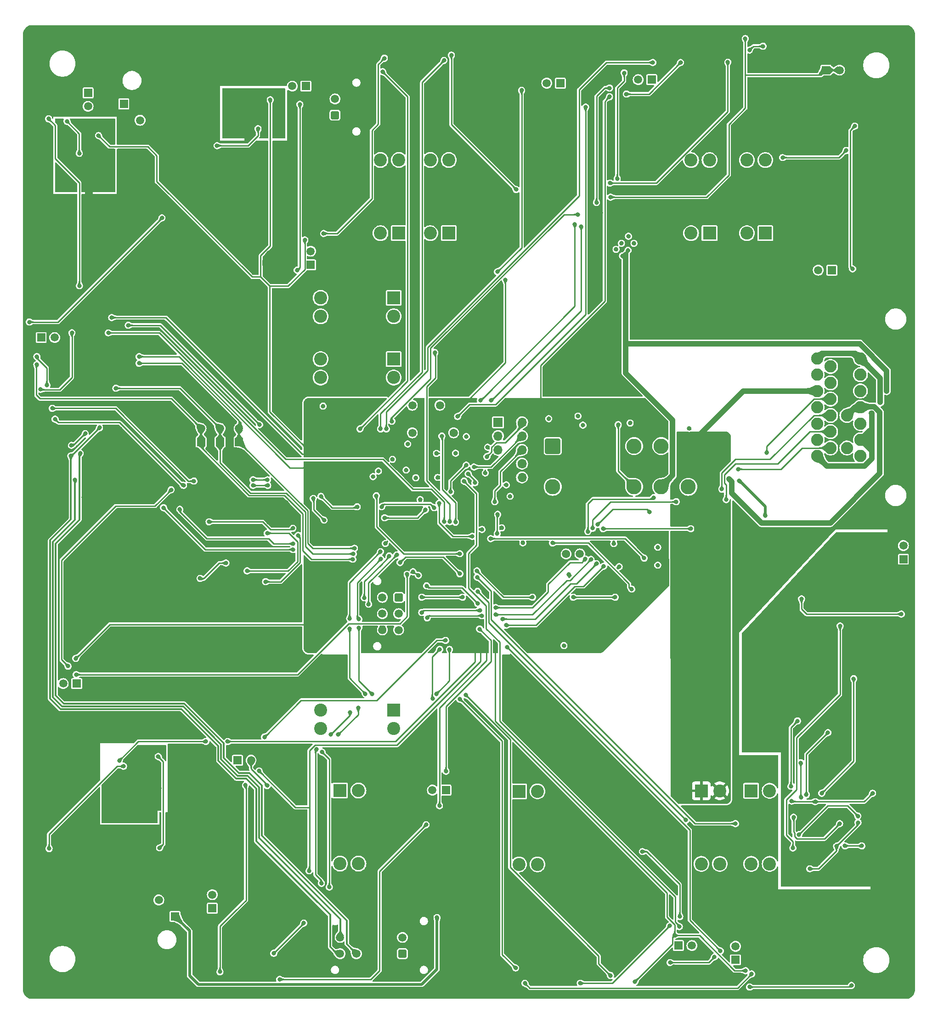
<source format=gbr>
%TF.GenerationSoftware,KiCad,Pcbnew,8.0.5*%
%TF.CreationDate,2025-01-18T17:38:29+01:00*%
%TF.ProjectId,FT25_PDU,46543235-5f50-4445-952e-6b696361645f,V1.2*%
%TF.SameCoordinates,Original*%
%TF.FileFunction,Copper,L4,Bot*%
%TF.FilePolarity,Positive*%
%FSLAX46Y46*%
G04 Gerber Fmt 4.6, Leading zero omitted, Abs format (unit mm)*
G04 Created by KiCad (PCBNEW 8.0.5) date 2025-01-18 17:38:29*
%MOMM*%
%LPD*%
G01*
G04 APERTURE LIST*
G04 Aperture macros list*
%AMRoundRect*
0 Rectangle with rounded corners*
0 $1 Rounding radius*
0 $2 $3 $4 $5 $6 $7 $8 $9 X,Y pos of 4 corners*
0 Add a 4 corners polygon primitive as box body*
4,1,4,$2,$3,$4,$5,$6,$7,$8,$9,$2,$3,0*
0 Add four circle primitives for the rounded corners*
1,1,$1+$1,$2,$3*
1,1,$1+$1,$4,$5*
1,1,$1+$1,$6,$7*
1,1,$1+$1,$8,$9*
0 Add four rect primitives between the rounded corners*
20,1,$1+$1,$2,$3,$4,$5,0*
20,1,$1+$1,$4,$5,$6,$7,0*
20,1,$1+$1,$6,$7,$8,$9,0*
20,1,$1+$1,$8,$9,$2,$3,0*%
%AMRotRect*
0 Rectangle, with rotation*
0 The origin of the aperture is its center*
0 $1 length*
0 $2 width*
0 $3 Rotation angle, in degrees counterclockwise*
0 Add horizontal line*
21,1,$1,$2,0,0,$3*%
G04 Aperture macros list end*
%TA.AperFunction,ComponentPad*%
%ADD10R,1.500000X1.500000*%
%TD*%
%TA.AperFunction,ComponentPad*%
%ADD11C,1.500000*%
%TD*%
%TA.AperFunction,ComponentPad*%
%ADD12C,5.600000*%
%TD*%
%TA.AperFunction,ComponentPad*%
%ADD13RoundRect,0.250001X0.499999X-0.499999X0.499999X0.499999X-0.499999X0.499999X-0.499999X-0.499999X0*%
%TD*%
%TA.AperFunction,ComponentPad*%
%ADD14R,2.400000X2.400000*%
%TD*%
%TA.AperFunction,ComponentPad*%
%ADD15C,2.400000*%
%TD*%
%TA.AperFunction,ComponentPad*%
%ADD16R,1.520000X1.520000*%
%TD*%
%TA.AperFunction,ComponentPad*%
%ADD17C,1.520000*%
%TD*%
%TA.AperFunction,ComponentPad*%
%ADD18C,2.250000*%
%TD*%
%TA.AperFunction,ComponentPad*%
%ADD19RotRect,1.500000X1.500000X315.000000*%
%TD*%
%TA.AperFunction,ComponentPad*%
%ADD20R,1.700000X1.700000*%
%TD*%
%TA.AperFunction,ComponentPad*%
%ADD21O,1.700000X1.700000*%
%TD*%
%TA.AperFunction,ComponentPad*%
%ADD22C,2.800000*%
%TD*%
%TA.AperFunction,ComponentPad*%
%ADD23RoundRect,0.250000X-1.150000X-1.150000X1.150000X-1.150000X1.150000X1.150000X-1.150000X1.150000X0*%
%TD*%
%TA.AperFunction,ComponentPad*%
%ADD24RoundRect,0.250001X-0.499999X0.499999X-0.499999X-0.499999X0.499999X-0.499999X0.499999X0.499999X0*%
%TD*%
%TA.AperFunction,ViaPad*%
%ADD25C,0.800000*%
%TD*%
%TA.AperFunction,Conductor*%
%ADD26C,0.300000*%
%TD*%
%TA.AperFunction,Conductor*%
%ADD27C,0.250000*%
%TD*%
%TA.AperFunction,Conductor*%
%ADD28C,0.500000*%
%TD*%
%TA.AperFunction,Conductor*%
%ADD29C,1.000000*%
%TD*%
G04 APERTURE END LIST*
D10*
%TO.P,TP2,1,1*%
%TO.N,/MCU/IN1*%
X165320000Y-98460000D03*
D11*
X165320000Y-95960000D03*
%TD*%
D10*
%TO.P,TP8,1,1*%
%TO.N,/MCU/IN9*%
X122206643Y-175605057D03*
D11*
X119706643Y-175605057D03*
%TD*%
D10*
%TO.P,TP13,1,1*%
%TO.N,/connectors/P_Out5*%
X147190001Y-216990000D03*
D11*
X147190001Y-214490000D03*
%TD*%
D10*
%TO.P,TP14,1,1*%
%TO.N,/connectors/P_Out9*%
X261380000Y-99440000D03*
D11*
X258880000Y-99440000D03*
%TD*%
D12*
%TO.P,REF\u002A\u002A,1*%
%TO.N,GND*%
X116410000Y-144080000D03*
%TD*%
%TO.P,REF\u002A\u002A,1*%
%TO.N,GND*%
X116410000Y-190080000D03*
%TD*%
D13*
%TO.P,J5,1,Pin_1*%
%TO.N,/connectors/P_Out2*%
X169805000Y-70895000D03*
D11*
%TO.P,J5,2,Pin_2*%
%TO.N,/connectors/P_Out1*%
X169805000Y-67895000D03*
%TO.P,J5,3,Pin_3*%
%TO.N,GND*%
X172805000Y-70895000D03*
%TO.P,J5,4,Pin_4*%
X172805000Y-67895000D03*
%TD*%
D10*
%TO.P,TP12,1,1*%
%TO.N,/MCU/IN6*%
X211339141Y-64992342D03*
D11*
X208839141Y-64992342D03*
%TD*%
%TO.P,K2,13*%
%TO.N,EBS supply*%
X189130000Y-124340000D03*
%TO.P,K2,14*%
%TO.N,/EBSR/EBS power*%
X184050000Y-124340000D03*
%TO.P,K2,A1*%
%TO.N,GND*%
X191670000Y-129420000D03*
%TO.P,K2,A2*%
%TO.N,TSMS SDC*%
X184050000Y-129420000D03*
%TD*%
D10*
%TO.P,TP17,1,1*%
%TO.N,/MCU/IN12*%
X152120000Y-131100000D03*
D11*
X152120000Y-128600000D03*
%TD*%
D14*
%TO.P,H15,1,1*%
%TO.N,/EBSR/EBS power*%
X180629999Y-115825000D03*
D15*
%TO.P,H15,2,2*%
X180629999Y-119225000D03*
%TO.P,H15,3,3*%
%TO.N,Net-(D45-A2)*%
X167159999Y-115825000D03*
%TO.P,H15,4,4*%
X167159999Y-119225000D03*
%TD*%
D10*
%TO.P,TP4,1,1*%
%TO.N,/MCU/IN7*%
X260299999Y-62600000D03*
D11*
X262799999Y-62600000D03*
%TD*%
D16*
%TO.P,J9,1,Pin_1*%
%TO.N,/connectors/P_Out3*%
X130879500Y-68825800D03*
D17*
%TO.P,J9,2,Pin_2*%
%TO.N,GND*%
X133879500Y-68825800D03*
%TO.P,J9,3,Pin_3*%
X130879500Y-71825800D03*
%TO.P,J9,4,Pin_4*%
%TO.N,/connectors/P_Out4*%
X133879500Y-71825800D03*
%TD*%
D14*
%TO.P,H5,1,1*%
%TO.N,+24V*%
X246515000Y-195350000D03*
D15*
%TO.P,H5,2,2*%
X249915000Y-195350000D03*
%TO.P,H5,3,3*%
%TO.N,Net-(D11-A2)*%
X246515000Y-208820000D03*
%TO.P,H5,4,4*%
X249915000Y-208820000D03*
%TD*%
D14*
%TO.P,H12,1,1*%
%TO.N,+24V*%
X180630000Y-180464998D03*
D15*
%TO.P,H12,2,2*%
X180630000Y-183864998D03*
%TO.P,H12,3,3*%
%TO.N,Net-(D39-A2)*%
X167160000Y-180464998D03*
%TO.P,H12,4,4*%
X167160000Y-183864998D03*
%TD*%
D16*
%TO.P,J11,1,Pin_1*%
%TO.N,/connectors/P_Out10*%
X140324000Y-218474200D03*
D17*
%TO.P,J11,2,Pin_2*%
%TO.N,GND*%
X137324000Y-218474200D03*
%TO.P,J11,3,Pin_3*%
X140324000Y-215474200D03*
%TO.P,J11,4,Pin_4*%
%TO.N,/connectors/P_Out5*%
X137324000Y-215474200D03*
%TD*%
D12*
%TO.P,REF\u002A\u002A,1*%
%TO.N,GND*%
X159210000Y-144080000D03*
%TD*%
D10*
%TO.P,TP5,1,1*%
%TO.N,/MCU/IN8*%
X190250000Y-195230000D03*
D11*
X187750000Y-195230000D03*
%TD*%
D18*
%TO.P,J10,1,Pin_1*%
%TO.N,+24V*%
X258650000Y-133700000D03*
%TO.P,J10,2,Pin_2*%
%TO.N,/connectors/P_Out11*%
X258650000Y-130700000D03*
%TO.P,J10,3,Pin_3*%
%TO.N,24V ASMS*%
X258650000Y-127700000D03*
%TO.P,J10,4,Pin_4*%
%TO.N,EBS supply*%
X258650000Y-124700000D03*
%TO.P,J10,5,Pin_5*%
%TO.N,AS actuator supply*%
X258650000Y-121700000D03*
%TO.P,J10,6,Pin_6*%
%TO.N,TSMS SDC*%
X258650000Y-118700000D03*
%TO.P,J10,7,Pin_7*%
%TO.N,+24V*%
X258650000Y-115700000D03*
%TO.P,J10,8,Pin_8*%
%TO.N,stdCAN_L*%
X261150000Y-132200000D03*
%TO.P,J10,9,Pin_9*%
%TO.N,FDCAN_H*%
X261150000Y-129200000D03*
%TO.P,J10,10,Pin_10*%
%TO.N,FDCAN_L*%
X261150000Y-126200000D03*
%TO.P,J10,11,Pin_11*%
%TO.N,stdCAN_H*%
X261150000Y-123200000D03*
%TO.P,J10,12,Pin_12*%
%TO.N,unconnected-(J10-Pin_12-Pad12)*%
X261150000Y-120200000D03*
%TO.P,J10,13,Pin_13*%
%TO.N,/connectors/P_Out8*%
X261150000Y-117200000D03*
%TO.P,J10,14,Pin_14*%
%TO.N,/connectors/P_Out10*%
X264150000Y-132200000D03*
%TO.P,J10,15,Pin_15*%
%TO.N,GND*%
X264150000Y-129200000D03*
%TO.P,J10,16,Pin_16*%
%TO.N,/RBR/SDC bypass*%
X264150000Y-126200000D03*
%TO.P,J10,17,Pin_17*%
%TO.N,GND*%
X264150000Y-123200000D03*
%TO.P,J10,18,Pin_18*%
X264150000Y-120200000D03*
%TO.P,J10,19,Pin_19*%
X264150000Y-117200000D03*
%TO.P,J10,20,Pin_20*%
%TO.N,/connectors/P_Out7*%
X266650000Y-133700000D03*
%TO.P,J10,21,Pin_21*%
%TO.N,+24V*%
X266650000Y-130700000D03*
%TO.P,J10,22,Pin_22*%
%TO.N,/connectors/P_Out6*%
X266650000Y-127700000D03*
%TO.P,J10,23,Pin_23*%
%TO.N,/RBR/SDC bypass*%
X266650000Y-124700000D03*
%TO.P,J10,24,Pin_24*%
%TO.N,/RBR/RES*%
X266650000Y-121700000D03*
%TO.P,J10,25,Pin_25*%
%TO.N,/connectors/P_Out9*%
X266650000Y-118700000D03*
%TO.P,J10,26,Pin_26*%
%TO.N,+24V*%
X266650000Y-115700000D03*
%TD*%
D14*
%TO.P,H14,1,1*%
%TO.N,+24V*%
X190775001Y-92620000D03*
D15*
%TO.P,H14,2,2*%
X187375001Y-92620000D03*
%TO.P,H14,3,3*%
%TO.N,Net-(D59-A2)*%
X190775001Y-79150000D03*
%TO.P,H14,4,4*%
X187375001Y-79150000D03*
%TD*%
D19*
%TO.P,TP11,1,1*%
%TO.N,+3V3*%
X199560553Y-152033274D03*
D11*
X201328320Y-153801041D03*
%TD*%
D14*
%TO.P,H7,1,1*%
%TO.N,+24V*%
X238835000Y-92630000D03*
D15*
%TO.P,H7,2,2*%
X235435000Y-92630000D03*
%TO.P,H7,3,3*%
%TO.N,Net-(D19-A2)*%
X238835000Y-79160000D03*
%TO.P,H7,4,4*%
X235435000Y-79160000D03*
%TD*%
D20*
%TO.P,J2,1,Pin_1*%
%TO.N,GND*%
X199865000Y-127465000D03*
D21*
%TO.P,J2,2,Pin_2*%
%TO.N,/MCU/UART_RX*%
X199865000Y-130005000D03*
%TO.P,J2,3,Pin_3*%
%TO.N,/MCU/UART_TX*%
X199865000Y-132545000D03*
%TD*%
D12*
%TO.P,REF\u002A\u002A,1*%
%TO.N,GND*%
X116410000Y-98080000D03*
%TD*%
D10*
%TO.P,TP6,1,1*%
%TO.N,/MCU/IN3*%
X151830000Y-189730000D03*
D11*
X154330000Y-189730000D03*
%TD*%
D14*
%TO.P,H6,1,1*%
%TO.N,+24V*%
X181585000Y-92620000D03*
D15*
%TO.P,H6,2,2*%
X178185000Y-92620000D03*
%TO.P,H6,3,3*%
%TO.N,Net-(D15-A2)*%
X181585000Y-79150000D03*
%TO.P,H6,4,4*%
X178185000Y-79150000D03*
%TD*%
D11*
%TO.P,U11,1,V_In*%
%TO.N,Net-(D56-K)*%
X214940000Y-151720000D03*
%TO.P,U11,2,GND*%
%TO.N,GND*%
X212400000Y-151720000D03*
%TO.P,U11,3,V_Out*%
%TO.N,+3V3*%
X209860000Y-151720000D03*
%TD*%
D10*
%TO.P,TP7,1,1*%
%TO.N,/MCU/IN2*%
X115640000Y-111860000D03*
D11*
X118140000Y-111860000D03*
%TD*%
D13*
%TO.P,J3,1,Pin_1*%
%TO.N,/connectors/P_Out10*%
X182234201Y-225361500D03*
D11*
%TO.P,J3,2,Pin_2*%
X182234201Y-222361500D03*
%TO.P,J3,3,Pin_3*%
%TO.N,GND*%
X185234201Y-225361500D03*
%TO.P,J3,4,Pin_4*%
X185234201Y-222361500D03*
%TD*%
D10*
%TO.P,TP19,1,1*%
%TO.N,/connectors/P_Out3*%
X124290000Y-66770000D03*
D11*
X124290000Y-69270000D03*
%TD*%
D22*
%TO.P,K1,11*%
%TO.N,24V ASMS*%
X229929411Y-131855000D03*
%TO.P,K1,12*%
%TO.N,unconnected-(K1-Pad12)*%
X224929411Y-131855000D03*
%TO.P,K1,14*%
%TO.N,AS actuator supply*%
X234929411Y-131855000D03*
%TO.P,K1,21*%
%TO.N,/RBR/RES*%
X229929411Y-139355000D03*
%TO.P,K1,22*%
%TO.N,/RBR/SDC bypass*%
X224929411Y-139355000D03*
%TO.P,K1,24*%
%TO.N,unconnected-(K1-Pad24)*%
X234929411Y-139355000D03*
D23*
%TO.P,K1,A1*%
%TO.N,Net-(K1-PadA1)*%
X209929411Y-131855000D03*
D22*
%TO.P,K1,A2*%
%TO.N,24V ASMS*%
X209929411Y-139355000D03*
%TD*%
D14*
%TO.P,H11,1,1*%
%TO.N,+24V*%
X180630000Y-104545000D03*
D15*
%TO.P,H11,2,2*%
X180630000Y-107945000D03*
%TO.P,H11,3,3*%
%TO.N,Net-(D35-A2)*%
X167160000Y-104545000D03*
%TO.P,H11,4,4*%
X167160000Y-107945000D03*
%TD*%
D10*
%TO.P,TP3,1,1*%
%TO.N,/MCU/IN10*%
X228180001Y-64350000D03*
D11*
X225680001Y-64350000D03*
%TD*%
D12*
%TO.P,REF\u002A\u002A,1*%
%TO.N,GND*%
X159210000Y-98080000D03*
%TD*%
D14*
%TO.P,H13,1,1*%
%TO.N,AS actuator supply*%
X237325000Y-195350000D03*
D15*
%TO.P,H13,2,2*%
X240725000Y-195350000D03*
%TO.P,H13,3,3*%
%TO.N,Net-(D51-A2)*%
X237325000Y-208820000D03*
%TO.P,H13,4,4*%
X240725000Y-208820000D03*
%TD*%
D10*
%TO.P,TP10,1,1*%
%TO.N,/MCU/IN5*%
X233090000Y-223860000D03*
D11*
X235590000Y-223860000D03*
%TD*%
D10*
%TO.P,TP16,1,1*%
%TO.N,/MCU/IN13*%
X145120000Y-131100000D03*
D11*
X145120000Y-128600000D03*
%TD*%
D24*
%TO.P,J7,1,Pin_1*%
%TO.N,stdCAN_L*%
X181535000Y-159725000D03*
D11*
%TO.P,J7,2,Pin_2*%
%TO.N,FDCAN_L*%
X181535000Y-162725000D03*
%TO.P,J7,3,Pin_3*%
%TO.N,/connectors/P_Out11*%
X181535000Y-165725000D03*
%TO.P,J7,4,Pin_4*%
%TO.N,stdCAN_H*%
X178535000Y-159725000D03*
%TO.P,J7,5,Pin_5*%
%TO.N,FDCAN_H*%
X178535000Y-162725000D03*
%TO.P,J7,6,Pin_6*%
%TO.N,GND*%
X178535000Y-165725000D03*
%TD*%
D12*
%TO.P,REF\u002A\u002A,1*%
%TO.N,GND*%
X159210000Y-190080000D03*
%TD*%
D10*
%TO.P,TP15,1,1*%
%TO.N,/MCU/IN11*%
X148620000Y-131100000D03*
D11*
X148620000Y-128600000D03*
%TD*%
D10*
%TO.P,TP9,1,1*%
%TO.N,/connectors/P_Out6*%
X274570000Y-152680000D03*
D11*
X274570000Y-150180000D03*
%TD*%
D14*
%TO.P,H9,1,1*%
%TO.N,+24V*%
X203725000Y-195450000D03*
D15*
%TO.P,H9,2,2*%
X207125000Y-195450000D03*
%TO.P,H9,3,3*%
%TO.N,Net-(D27-A2)*%
X203725000Y-208920000D03*
%TO.P,H9,4,4*%
X207125000Y-208920000D03*
%TD*%
D14*
%TO.P,H10,1,1*%
%TO.N,+24V*%
X170725000Y-195300000D03*
D15*
%TO.P,H10,2,2*%
X174125000Y-195300000D03*
%TO.P,H10,3,3*%
%TO.N,Net-(D31-A2)*%
X170725000Y-208770000D03*
%TO.P,H10,4,4*%
X174125000Y-208770000D03*
%TD*%
D24*
%TO.P,J1,1,Pin_1*%
%TO.N,GND*%
X173750000Y-222364200D03*
D11*
%TO.P,J1,2,Pin_2*%
%TO.N,/connectors/P_Out13*%
X173750000Y-225364200D03*
%TO.P,J1,3,Pin_3*%
%TO.N,/connectors/P_Out14*%
X170750000Y-222364200D03*
%TO.P,J1,4,Pin_4*%
%TO.N,/connectors/P_Out12*%
X170750000Y-225364200D03*
%TD*%
D20*
%TO.P,J4,1,Pin_1*%
%TO.N,+3V3*%
X204285000Y-140165000D03*
D21*
%TO.P,J4,2,Pin_2*%
%TO.N,/MCU/SWCLK*%
X204285000Y-137625000D03*
%TO.P,J4,3,Pin_3*%
%TO.N,GND*%
X204285000Y-135085000D03*
%TO.P,J4,4,Pin_4*%
%TO.N,/MCU/SWDIO*%
X204285000Y-132545000D03*
%TO.P,J4,5,Pin_5*%
%TO.N,/MCU/NRST*%
X204285000Y-130005000D03*
%TO.P,J4,6,Pin_6*%
%TO.N,/MCU/SWO*%
X204285000Y-127465000D03*
%TD*%
D10*
%TO.P,TP1,1,1*%
%TO.N,/MCU/IN4*%
X243620000Y-226500000D03*
D11*
X243620000Y-224000000D03*
%TD*%
D10*
%TO.P,TP18,1,1*%
%TO.N,/connectors/P_Out1*%
X164420000Y-65550000D03*
D11*
X161920000Y-65550000D03*
%TD*%
D14*
%TO.P,H8,1,1*%
%TO.N,+24V*%
X249125000Y-92630000D03*
D15*
%TO.P,H8,2,2*%
X245725000Y-92630000D03*
%TO.P,H8,3,3*%
%TO.N,Net-(D23-A2)*%
X249125000Y-79160000D03*
%TO.P,H8,4,4*%
X245725000Y-79160000D03*
%TD*%
D25*
%TO.N,Net-(U2-PA0)*%
X213700000Y-159700000D03*
X206200000Y-159700000D03*
%TO.N,GND*%
X133525000Y-55488747D03*
X250400000Y-233200000D03*
X185725000Y-55488747D03*
X156200000Y-56750000D03*
X250275000Y-54811252D03*
X255900000Y-165600000D03*
X126300000Y-57200000D03*
X227925000Y-232511252D03*
X220675000Y-232511252D03*
X113500000Y-213900000D03*
X157550000Y-56750000D03*
X178600000Y-207500000D03*
X113500000Y-126899999D03*
X244500000Y-212400000D03*
X271800000Y-169400000D03*
X162700000Y-56750000D03*
X112811253Y-126175000D03*
X202070000Y-141100000D03*
X265900000Y-82700000D03*
X188725000Y-137630000D03*
X271800000Y-168100000D03*
X142000000Y-189000000D03*
X217775000Y-232511252D03*
X112811252Y-163875000D03*
X148900000Y-233200000D03*
X130070000Y-106520000D03*
X143675000Y-55488747D03*
X153250000Y-233200000D03*
X150350000Y-233200000D03*
X232150001Y-60800000D03*
X113500000Y-228500000D03*
X258975000Y-54811252D03*
X112811252Y-118925000D03*
X112811253Y-133425000D03*
X133298000Y-139970000D03*
X180400000Y-134300000D03*
X168200000Y-74600000D03*
X206900000Y-233200000D03*
X229300000Y-153800000D03*
X148200000Y-74600000D03*
X242275000Y-55488748D03*
X135100000Y-232500000D03*
X272975000Y-232511252D03*
X114700000Y-63800000D03*
X126175000Y-55488748D03*
X113500000Y-171850000D03*
X213425000Y-232511252D03*
X112811252Y-166775000D03*
X112811253Y-134875000D03*
X235175000Y-232511252D03*
X203849999Y-54800000D03*
X275100000Y-165500000D03*
X198670000Y-83370000D03*
X198981636Y-58948364D03*
X262100000Y-233200000D03*
X113500000Y-182000000D03*
X270150000Y-90373218D03*
X120300000Y-100000000D03*
X268450000Y-83226782D03*
X235100000Y-128600000D03*
X184185866Y-155015354D03*
X158600000Y-221350000D03*
X119800000Y-109400000D03*
X114700000Y-94300000D03*
X151800000Y-233200000D03*
X227200000Y-233200000D03*
X243725000Y-55488748D03*
X152590000Y-83790000D03*
X113400000Y-59800000D03*
X233575000Y-55488748D03*
X218798012Y-88898004D03*
X154200000Y-74100000D03*
X224150000Y-54800000D03*
X145275000Y-232511252D03*
X150925000Y-55488747D03*
X207475000Y-55488748D03*
X162600000Y-226400000D03*
X267900000Y-233200000D03*
X259100000Y-233200000D03*
X116750000Y-54800000D03*
X133650000Y-232500000D03*
X137875000Y-55488748D03*
X186449999Y-54800000D03*
X182975000Y-232511252D03*
X251725000Y-54811252D03*
X252800000Y-166800000D03*
X266450000Y-233200000D03*
X246650000Y-55500000D03*
X253300000Y-233200000D03*
X215450000Y-54800000D03*
X113500000Y-203750001D03*
X269299999Y-90900000D03*
X140700000Y-78500000D03*
X176300000Y-54800000D03*
X157600000Y-233200000D03*
X114800000Y-232500000D03*
X112811252Y-127625000D03*
X159350000Y-220500000D03*
X233000000Y-233200000D03*
X171225000Y-55488748D03*
X193125000Y-232511252D03*
X113500000Y-135599999D03*
X179200000Y-54800000D03*
X219225000Y-232511252D03*
X243000000Y-54800000D03*
X222850000Y-233200000D03*
X121020000Y-187060000D03*
X251500000Y-169400000D03*
X180075000Y-232511252D03*
X231400000Y-54800000D03*
X174850000Y-54800000D03*
X217427008Y-226775000D03*
X251850000Y-233200000D03*
X248100000Y-55500000D03*
X113500000Y-141400000D03*
X223575000Y-232511252D03*
X128580000Y-194790000D03*
X154550000Y-54800000D03*
X270075000Y-232511252D03*
X113500000Y-161700000D03*
X244480000Y-218640000D03*
X125020000Y-190060000D03*
X142350000Y-232500000D03*
X198775000Y-55488748D03*
X132075000Y-55488748D03*
X255350000Y-55500000D03*
X266225000Y-54811251D03*
X166300000Y-233200000D03*
X181525000Y-232511252D03*
X124500000Y-81800000D03*
X271850000Y-83226782D03*
X112811252Y-165325000D03*
X219075000Y-55488748D03*
X151402000Y-229980000D03*
X252800000Y-173300000D03*
X163400000Y-233200000D03*
X178625000Y-232511252D03*
X184275000Y-55488748D03*
X112811252Y-149375000D03*
X183500000Y-206170000D03*
X147450000Y-233200000D03*
X112811252Y-207375000D03*
X112811252Y-198675000D03*
X113500000Y-166050000D03*
X112811252Y-147925000D03*
X183550000Y-54800000D03*
X113400000Y-62500000D03*
X166150000Y-54800000D03*
X126300000Y-62500000D03*
X137690000Y-114580000D03*
X147300000Y-54800000D03*
X144400000Y-54800000D03*
X125020000Y-193060000D03*
X113500000Y-152999999D03*
X230825000Y-232511252D03*
X238075000Y-232511252D03*
X265725000Y-232511252D03*
X206025000Y-55488748D03*
X272700000Y-82700000D03*
X148175000Y-232511252D03*
X188499994Y-133200000D03*
X186625001Y-68655025D03*
X226475000Y-232511252D03*
X218500000Y-233200000D03*
X197500000Y-136800000D03*
X267600000Y-90900000D03*
X216900000Y-54800000D03*
X113500000Y-124000000D03*
X128350001Y-54800000D03*
X188625000Y-55488748D03*
X113500000Y-231400000D03*
X202400000Y-54800000D03*
X113500000Y-128350000D03*
X200225000Y-55488748D03*
X238800000Y-233200000D03*
X149475000Y-55488748D03*
X273550000Y-90373218D03*
X193500000Y-69900000D03*
X245925000Y-54811252D03*
X183520000Y-201650000D03*
X112811252Y-146475000D03*
X143075000Y-233188748D03*
X113500000Y-211000000D03*
X155425000Y-232511252D03*
X120300000Y-98700000D03*
X271800000Y-170700000D03*
X113500000Y-173300000D03*
X125000000Y-58500000D03*
X275100000Y-169400000D03*
X116975000Y-233188748D03*
X120300000Y-97300000D03*
X251500000Y-164200000D03*
X113500000Y-147200000D03*
X134400001Y-101079999D03*
X113500000Y-131250000D03*
X272699999Y-90900000D03*
X119820000Y-82610000D03*
X242400001Y-56600000D03*
X112811253Y-185625000D03*
X195149999Y-54800000D03*
X113300000Y-93100000D03*
X174125000Y-55488748D03*
X275100000Y-170700000D03*
X121325000Y-233188748D03*
X112811252Y-184175000D03*
X227775000Y-55488748D03*
X118425000Y-233188748D03*
X131475000Y-233188748D03*
X158900000Y-54800000D03*
X172675000Y-55488748D03*
X113500000Y-197950000D03*
X112811253Y-168225000D03*
X217160000Y-75500000D03*
X189500000Y-233200000D03*
X139450000Y-232500000D03*
X146000000Y-233200000D03*
X274400000Y-85600000D03*
X142000000Y-81650000D03*
X185150000Y-233200000D03*
X195300000Y-233200000D03*
X274926782Y-89850000D03*
X194000000Y-130100000D03*
X241550000Y-54800000D03*
X113500000Y-215350000D03*
X182250000Y-233200000D03*
X208200000Y-54800000D03*
X112811252Y-216075000D03*
X114700000Y-93100000D03*
X196600000Y-54800000D03*
X211250000Y-233200000D03*
X112811253Y-194325000D03*
X172825000Y-232511252D03*
X121020000Y-190060000D03*
X259925000Y-232511252D03*
X246775000Y-232511252D03*
X247879491Y-230425000D03*
X118200000Y-54800000D03*
X275100000Y-166800000D03*
X215600000Y-233200000D03*
X156030000Y-150040000D03*
X164650000Y-59200000D03*
X229640000Y-68380000D03*
X176810000Y-137470000D03*
X123900000Y-134000000D03*
X212700000Y-233200000D03*
X180473008Y-59923008D03*
X117000000Y-85900000D03*
X163950000Y-56750000D03*
X267175000Y-232511252D03*
X114575000Y-55488748D03*
X113500000Y-208100000D03*
X211100001Y-54800000D03*
X113500000Y-134150001D03*
X113400000Y-58500000D03*
X118925000Y-55488747D03*
X125000000Y-62500000D03*
X185171992Y-155668008D03*
X151650001Y-54800000D03*
X167870000Y-80280000D03*
X113500000Y-225600000D03*
X113500000Y-200850000D03*
X116170000Y-127460000D03*
X112811252Y-221975000D03*
X242250000Y-219380000D03*
X155275000Y-55488748D03*
X167600000Y-54800000D03*
X142000000Y-192000000D03*
X177025000Y-55488747D03*
X113500000Y-216900000D03*
X113500000Y-132700000D03*
X252800000Y-164200000D03*
X151800000Y-140000000D03*
X190225000Y-232511252D03*
X130400000Y-81200000D03*
X115410000Y-195800000D03*
X235900000Y-233200000D03*
X203275000Y-232511252D03*
X274400000Y-83899999D03*
X217050000Y-233200000D03*
X121600000Y-96000000D03*
X160500000Y-233200000D03*
X201100000Y-233200000D03*
X234450000Y-233200000D03*
X264050000Y-55500000D03*
X208925000Y-55488748D03*
X112811252Y-197225000D03*
X271800000Y-172000000D03*
X126300000Y-58500000D03*
X255900000Y-172100000D03*
X239700000Y-62900000D03*
X248182028Y-232506767D03*
X234852089Y-199006073D03*
X115300000Y-54800000D03*
X252200000Y-163399996D03*
X142000000Y-195000000D03*
X219930909Y-57790001D03*
X193700000Y-54800000D03*
X251000000Y-55500000D03*
X113500000Y-196500000D03*
X112811253Y-142125000D03*
X229949999Y-54800000D03*
X135680000Y-130070000D03*
X164700000Y-54800000D03*
X160349999Y-54800000D03*
X241590000Y-216010000D03*
X270800000Y-233200000D03*
X112811252Y-130525000D03*
X265000000Y-233200000D03*
X255475000Y-232511252D03*
X130025000Y-233188748D03*
X112811252Y-230675000D03*
X251500000Y-172000000D03*
X123500000Y-232500000D03*
X149625000Y-232511252D03*
X161075000Y-55488747D03*
X161800000Y-54800000D03*
X173550000Y-233200000D03*
X150200000Y-54800000D03*
X230100000Y-233200000D03*
X196900000Y-147200000D03*
X209075000Y-232511252D03*
X177900000Y-233200000D03*
X255900000Y-164300000D03*
X152375000Y-55488747D03*
X112811253Y-217625000D03*
X271300000Y-55500000D03*
X214000000Y-54800000D03*
X129075000Y-55488747D03*
X193850000Y-233200000D03*
X268400000Y-55500000D03*
X271525000Y-232511252D03*
X140700000Y-71500000D03*
X191600000Y-115500000D03*
X113500000Y-155900000D03*
X159050000Y-233200000D03*
X255900000Y-166900000D03*
X112811252Y-153725000D03*
X163250000Y-54800000D03*
X235750000Y-54800000D03*
X112811252Y-171125000D03*
X260315000Y-200890000D03*
X121600000Y-98700000D03*
X192400000Y-233200000D03*
X125000000Y-63800000D03*
X126900000Y-54800000D03*
X130010000Y-177380000D03*
X251500000Y-173300000D03*
X240800000Y-227800000D03*
X232238147Y-227775000D03*
X117410000Y-194800000D03*
X266750000Y-90373218D03*
X214150000Y-233200000D03*
X255900000Y-168200000D03*
X121100000Y-54800000D03*
X190800000Y-54800000D03*
X147700000Y-132700000D03*
X153100000Y-54800000D03*
X158900000Y-56750000D03*
X130209425Y-128709479D03*
X198050000Y-54800000D03*
X147520000Y-159075000D03*
X165575000Y-232511252D03*
X126500000Y-130900000D03*
X123020000Y-187060000D03*
X270800000Y-175700000D03*
X113500000Y-119650000D03*
X257800000Y-208700000D03*
X217625000Y-55488748D03*
X166875000Y-55488748D03*
X186600000Y-233200000D03*
X112811252Y-123275000D03*
X205450000Y-233200000D03*
X154200000Y-72700000D03*
X270575000Y-54811252D03*
X127850000Y-232500000D03*
X114700000Y-62500000D03*
X171950000Y-54800000D03*
X113500000Y-179100000D03*
X244600000Y-233200000D03*
X124725000Y-55488748D03*
X156150000Y-233200000D03*
X112811252Y-174025000D03*
X251125000Y-232511252D03*
X113500000Y-137050000D03*
X204430000Y-149675000D03*
X140000000Y-189000000D03*
X248825000Y-54811251D03*
X206175000Y-232511252D03*
X162675000Y-232511252D03*
X113500000Y-150100000D03*
X202550000Y-233200000D03*
X273475000Y-54811251D03*
X113500000Y-206600000D03*
X117410000Y-195800000D03*
X112811253Y-160975000D03*
X274400000Y-90900000D03*
X251500000Y-166800000D03*
X271800000Y-174600000D03*
X201379994Y-139000000D03*
X125840000Y-111940000D03*
X168750000Y-90690000D03*
X112811252Y-113125000D03*
X175725000Y-232511252D03*
X142000000Y-78750000D03*
X182700000Y-64300000D03*
X164010000Y-195260000D03*
X207625000Y-232511252D03*
X113500000Y-209550000D03*
X123475000Y-141300000D03*
X175575000Y-55488748D03*
X200950000Y-54800000D03*
X192025000Y-133155564D03*
X171375000Y-232511252D03*
X153255000Y-143865000D03*
X254750000Y-233200000D03*
X194575000Y-232511252D03*
X113500000Y-199400000D03*
X130750000Y-232500000D03*
X260425000Y-54811252D03*
X227050000Y-54800000D03*
X274500000Y-176600000D03*
X113500000Y-157350000D03*
X156000000Y-54800000D03*
X267082501Y-69210000D03*
X177175000Y-232511252D03*
X125450000Y-54800000D03*
X249550000Y-55500000D03*
X131350000Y-54800000D03*
X113500000Y-139950000D03*
X121600000Y-100000000D03*
X124500000Y-83300000D03*
X208350000Y-233200000D03*
X158325000Y-232511252D03*
X154425000Y-143860000D03*
X138725000Y-233188748D03*
X157450000Y-54800000D03*
X112811253Y-159525000D03*
X161225000Y-232511252D03*
X140000000Y-192000000D03*
X113500000Y-170400000D03*
X266950000Y-55500000D03*
X244490000Y-216660000D03*
X228650000Y-233200000D03*
X263550000Y-233200000D03*
X221975000Y-55488747D03*
X113500000Y-110950000D03*
X184425000Y-232511252D03*
X257650000Y-233200000D03*
X127125000Y-233188748D03*
X273800000Y-175699998D03*
X256200000Y-233200000D03*
X274400000Y-89000000D03*
X267600000Y-82700000D03*
X145850000Y-54800000D03*
X112811252Y-111675000D03*
X125096643Y-176305057D03*
X236475000Y-55488748D03*
X113500000Y-115300000D03*
X169049999Y-54800000D03*
X244450000Y-54800000D03*
X113500000Y-112400000D03*
X170650000Y-233200000D03*
X229225000Y-55488747D03*
X200375000Y-232511252D03*
X143050000Y-81000000D03*
X251500000Y-170700000D03*
X255900000Y-169500000D03*
X209800000Y-233200000D03*
X175000000Y-233200000D03*
X131540000Y-163930000D03*
X184700000Y-137700000D03*
X274425000Y-232511252D03*
X275100000Y-173300000D03*
X268450000Y-90373218D03*
X233725000Y-232511252D03*
X126410000Y-108900000D03*
X169200000Y-233200000D03*
X235025000Y-55488748D03*
X153825000Y-55488748D03*
X131540000Y-160600000D03*
X115410000Y-196800000D03*
X275100000Y-172000000D03*
X225750000Y-233200000D03*
X247375000Y-54811251D03*
X246050000Y-233200000D03*
X112811252Y-172575000D03*
X132200000Y-232500000D03*
X177749999Y-54800000D03*
X211825000Y-55488747D03*
X148750000Y-54800000D03*
X148960000Y-193750000D03*
X113500000Y-164600000D03*
X262825000Y-232511252D03*
X221249999Y-54800000D03*
X135350000Y-194860000D03*
X141500000Y-54800000D03*
X252800000Y-172000000D03*
X214590000Y-126320000D03*
X218350000Y-54800000D03*
X129900000Y-54800000D03*
X146800000Y-197100000D03*
X113500000Y-174750000D03*
X275100000Y-164200000D03*
X195170000Y-196200000D03*
X243150000Y-233200000D03*
X256075000Y-54811251D03*
X252800000Y-169400000D03*
X112811252Y-129075000D03*
X112811252Y-139225000D03*
X121020000Y-193060000D03*
X252050000Y-86400000D03*
X137150000Y-54800000D03*
X224875000Y-55488748D03*
X231550000Y-233200000D03*
X263325000Y-54811252D03*
X126300000Y-61100000D03*
X239525000Y-232511252D03*
X112811252Y-114575000D03*
X271800000Y-173300000D03*
X212000000Y-168600000D03*
X275100000Y-174600000D03*
X141625000Y-233188748D03*
X268625000Y-232511252D03*
X254625000Y-54811252D03*
X112811253Y-195775000D03*
X122775000Y-233188748D03*
X116250000Y-232500000D03*
X210525000Y-232511252D03*
X140050000Y-54800000D03*
X160220000Y-219510000D03*
X271800000Y-164200000D03*
X198200000Y-233200000D03*
X270150000Y-83226782D03*
X187175000Y-55488747D03*
X122550000Y-54800000D03*
X113500000Y-177650001D03*
X252450000Y-55500000D03*
X179087574Y-149787575D03*
X165425000Y-55488748D03*
X231775000Y-217920000D03*
X225025000Y-232511252D03*
X206909008Y-230687008D03*
X113500000Y-151550001D03*
X212900000Y-155475000D03*
X112811252Y-214625000D03*
X112811252Y-131975000D03*
X180650000Y-54800000D03*
X192975000Y-55488748D03*
X113500000Y-218350001D03*
X191675000Y-232511252D03*
X135825000Y-233188748D03*
X243875000Y-232511252D03*
X265899999Y-90900000D03*
X215500000Y-128000000D03*
X191525000Y-55488748D03*
X140700000Y-77300000D03*
X199650000Y-233200000D03*
X145125000Y-55488748D03*
X112811252Y-162425000D03*
X242230000Y-221970000D03*
X140700000Y-83700000D03*
X269300000Y-82700000D03*
X113500000Y-154450000D03*
X219800001Y-54800000D03*
X120375000Y-55488747D03*
X224300000Y-233200000D03*
X182825000Y-55488748D03*
X129300000Y-232500000D03*
X139501352Y-55284852D03*
X112811252Y-116025001D03*
X116150000Y-136040000D03*
X140700000Y-74400000D03*
X112811253Y-226325000D03*
X261150000Y-55500000D03*
X162525000Y-55488748D03*
X254600000Y-198200000D03*
X255900000Y-174700000D03*
X116410000Y-194800000D03*
X275100000Y-168100000D03*
X247207740Y-59194900D03*
X112811253Y-124725000D03*
X112811252Y-201575000D03*
X245175000Y-55488748D03*
X112811252Y-181275000D03*
X112811252Y-120375000D03*
X168475000Y-232511252D03*
X151075000Y-232511252D03*
X169775000Y-55488747D03*
X112811252Y-137775000D03*
X112811252Y-229225000D03*
X206750000Y-54800000D03*
X112811253Y-117475000D03*
X167600000Y-124500000D03*
X257525000Y-54811251D03*
X123020000Y-190060000D03*
X113500000Y-148650000D03*
X112811252Y-224875000D03*
X112811253Y-169675000D03*
X113500000Y-176200000D03*
X271800000Y-165500000D03*
X192250000Y-54800000D03*
X130625000Y-55488748D03*
X251500000Y-165500000D03*
X194400004Y-57000000D03*
X113500000Y-158800000D03*
X258900000Y-208700000D03*
X240825000Y-55488748D03*
X112811253Y-211725000D03*
X194425000Y-55488747D03*
X210375000Y-55488748D03*
X117410000Y-196800000D03*
X212549999Y-54800000D03*
X261875000Y-54811252D03*
X252800000Y-168100000D03*
X232275000Y-232511252D03*
X172100000Y-233200000D03*
X263300000Y-216500000D03*
X112811252Y-192875000D03*
X177810000Y-136460000D03*
X238649999Y-54800000D03*
X229375000Y-232511252D03*
X214725000Y-55488748D03*
X197325000Y-55488748D03*
X224200000Y-127600000D03*
X121600000Y-97300000D03*
X183700000Y-233200000D03*
X237200001Y-54800000D03*
X229300000Y-150500000D03*
X272250000Y-233200000D03*
X255900000Y-170800000D03*
X112811253Y-213175000D03*
X271800000Y-166800000D03*
X113500000Y-183450000D03*
X228500001Y-54800000D03*
X113500000Y-168950001D03*
X113500000Y-167500000D03*
X138000000Y-232500000D03*
X148400000Y-99900000D03*
X222125000Y-232511252D03*
X240975000Y-232511252D03*
X249000000Y-75400000D03*
X112811252Y-179825000D03*
X158175000Y-55488748D03*
X140700000Y-72950000D03*
X125020000Y-187060000D03*
X144000000Y-195000000D03*
X174275000Y-232511252D03*
X271850000Y-90373218D03*
X125000000Y-59800000D03*
X144300000Y-95900000D03*
X148025000Y-55488748D03*
X209200000Y-126800000D03*
X113500000Y-129800000D03*
X113500000Y-224150000D03*
X124950000Y-232500000D03*
X274200000Y-55500000D03*
X169925000Y-232511252D03*
X146725000Y-232511252D03*
X182908899Y-136275000D03*
X243400000Y-65100000D03*
X264275000Y-232511252D03*
X122050000Y-232500000D03*
X117700000Y-232500000D03*
X125000000Y-57200000D03*
X112811252Y-158075000D03*
X274926782Y-88150000D03*
X142950001Y-54800000D03*
X203125000Y-55488747D03*
X201825000Y-232511252D03*
X113500000Y-222700000D03*
X197475000Y-232511252D03*
X114700000Y-58500000D03*
X178475000Y-55488747D03*
X112811252Y-140675000D03*
X237350000Y-233200000D03*
X113500000Y-195050001D03*
X235970000Y-69880000D03*
X199550000Y-202990000D03*
X182100000Y-54800000D03*
X183211202Y-131475000D03*
X188775000Y-232511252D03*
X129100000Y-224500000D03*
X241700000Y-233200000D03*
X145248008Y-149151992D03*
X132800000Y-54800000D03*
X144550000Y-233200000D03*
X144000000Y-189000000D03*
X252800000Y-174600000D03*
X261375000Y-232511252D03*
X160200000Y-56750000D03*
X254025000Y-232511252D03*
X265500000Y-55500000D03*
X262600000Y-55500000D03*
X248950000Y-233200000D03*
X144000000Y-192000000D03*
X223425000Y-55488748D03*
X112811252Y-121825000D03*
X217160000Y-70370000D03*
X116410000Y-195800000D03*
X112811252Y-205925000D03*
X113500000Y-184900000D03*
X113500000Y-202300000D03*
X113500000Y-138500000D03*
X260650000Y-233200000D03*
X115410000Y-194800000D03*
X120300000Y-96000000D03*
X225600000Y-54800000D03*
X112811253Y-150825000D03*
X112811252Y-110225000D03*
X232850000Y-54800000D03*
X114700000Y-57200000D03*
X129286643Y-176385057D03*
X132925000Y-233188748D03*
X255900000Y-173400000D03*
X117475000Y-55488748D03*
X211975000Y-232511252D03*
X112811253Y-187075000D03*
X271000000Y-82700000D03*
X142900000Y-143900000D03*
X123275000Y-55488748D03*
X251500000Y-174600000D03*
X274926782Y-86450000D03*
X213275000Y-55488747D03*
X260700000Y-66800000D03*
X168325000Y-55488747D03*
X113500000Y-219800000D03*
X140900000Y-232500000D03*
X226460000Y-207680000D03*
X115525000Y-233188748D03*
X112811253Y-227775000D03*
X214875000Y-232511252D03*
X216325000Y-232511252D03*
X161950000Y-233200000D03*
X239375000Y-55488747D03*
X112811252Y-220525000D03*
X252800000Y-165500000D03*
X112811253Y-152275000D03*
X204725000Y-232511252D03*
X237925000Y-55488747D03*
X116410000Y-196800000D03*
X181375000Y-55488748D03*
X123020000Y-193060000D03*
X247500000Y-233200000D03*
X273550000Y-83226782D03*
X164125000Y-232511252D03*
X216175000Y-55488748D03*
X113500000Y-118199999D03*
X176450000Y-233200000D03*
X128575000Y-233188748D03*
X113400000Y-63800000D03*
X164850000Y-233200000D03*
X134250001Y-54800000D03*
X240100000Y-54800000D03*
X211859140Y-68032341D03*
X185500000Y-141700000D03*
X196750000Y-233200000D03*
X140817972Y-55393233D03*
X252575000Y-232511252D03*
X271000000Y-90900000D03*
X113500000Y-122550000D03*
X163975000Y-55488748D03*
X167025000Y-232511252D03*
X113300000Y-94300000D03*
X121825000Y-55488748D03*
X272100000Y-175700000D03*
X159775000Y-232511252D03*
X134975000Y-55488747D03*
X113500000Y-163150000D03*
X190950000Y-233200000D03*
X166975000Y-198520000D03*
X189350000Y-54800000D03*
X274926782Y-84750000D03*
X156875000Y-232511252D03*
X161500000Y-56750000D03*
X113500000Y-227050001D03*
X153975000Y-232511252D03*
X258375000Y-232511252D03*
X187900000Y-54800000D03*
X259700000Y-55500000D03*
X119875000Y-233188748D03*
X112811252Y-136325000D03*
X204000000Y-233200000D03*
X124000000Y-54800000D03*
X275100000Y-175700000D03*
X221190000Y-149810000D03*
X272025000Y-54811252D03*
X264775000Y-54811251D03*
X157895000Y-66595000D03*
X267675000Y-54811252D03*
X222170599Y-154075000D03*
X219100000Y-195200000D03*
X204575000Y-55488747D03*
X185875000Y-232511252D03*
X232125000Y-55488748D03*
X112811252Y-223425000D03*
X140700000Y-79750000D03*
X120600000Y-232500000D03*
X127625000Y-55488747D03*
X269350000Y-233200000D03*
X266750000Y-83226782D03*
X236625000Y-232511252D03*
X190075000Y-55488748D03*
X151600000Y-68300000D03*
X126210000Y-73180000D03*
X112811253Y-176925000D03*
X179350000Y-233200000D03*
X272750000Y-55500000D03*
X251500000Y-168100000D03*
X112811252Y-182725000D03*
X113400000Y-61100000D03*
X112811252Y-175475000D03*
X132190000Y-198700000D03*
X136550000Y-232500000D03*
X113500000Y-193600000D03*
X137410000Y-194860000D03*
X126300000Y-59800000D03*
X242425000Y-232511252D03*
X222700000Y-54800000D03*
X113500000Y-221250000D03*
X142000000Y-80200000D03*
X140000000Y-195000000D03*
X112811253Y-204475000D03*
X125000000Y-61100000D03*
X274400000Y-87299999D03*
X252800000Y-170700000D03*
X116025000Y-55488748D03*
X187325000Y-232511252D03*
X161120000Y-218550000D03*
X185000000Y-54800000D03*
X188050000Y-233200000D03*
X142225000Y-55488747D03*
X112811253Y-178375000D03*
X126300000Y-63800000D03*
X124225000Y-233188748D03*
X140700000Y-75850000D03*
X113500000Y-212449999D03*
X226325000Y-55488748D03*
X112811252Y-155175000D03*
X269850000Y-55500000D03*
X149400000Y-156225000D03*
X113500000Y-121100000D03*
X195875000Y-55488747D03*
X197930000Y-132070000D03*
X258250000Y-55500000D03*
X159625000Y-55488747D03*
X198925000Y-232511252D03*
X229706522Y-226989502D03*
X113500000Y-180550000D03*
X133430000Y-199400000D03*
X113500000Y-113850000D03*
X113500000Y-205200000D03*
X247030000Y-62725000D03*
X193560000Y-220630000D03*
X269125000Y-54811252D03*
X119650001Y-54800000D03*
X152525000Y-232511252D03*
X245325000Y-232511252D03*
X230675000Y-55488747D03*
X113500000Y-229950000D03*
X234300000Y-54800000D03*
X143825000Y-232511252D03*
X114700000Y-59800000D03*
X152590000Y-153380000D03*
X200039140Y-70112341D03*
X112811252Y-156625000D03*
X164650000Y-57900000D03*
X196025000Y-232511252D03*
X253900000Y-55500000D03*
X114700000Y-61100000D03*
X113500000Y-116750001D03*
X199500000Y-54800000D03*
X252050000Y-87800000D03*
X134375000Y-233188748D03*
X112811253Y-203025000D03*
X173400000Y-54800000D03*
X273700000Y-233200000D03*
X156725000Y-55488748D03*
X136425000Y-55488748D03*
X113500000Y-186350001D03*
X121096643Y-164655057D03*
X141750000Y-91230000D03*
X209650000Y-54800000D03*
X199570000Y-199410000D03*
X112811252Y-208825000D03*
X140175000Y-233188748D03*
X126400000Y-232500000D03*
X253175000Y-54811252D03*
X112811252Y-200125000D03*
X135700000Y-54800000D03*
X113500000Y-160250001D03*
X219950000Y-233200000D03*
X220525000Y-55488747D03*
X136350000Y-194860000D03*
X113500000Y-125450001D03*
X137275000Y-233188748D03*
X201675000Y-55488748D03*
X170500000Y-54800000D03*
X112811252Y-210275000D03*
X274400000Y-82700000D03*
X223800000Y-217600000D03*
X146575000Y-55488748D03*
X119150000Y-232500000D03*
X179925000Y-55488748D03*
X256925000Y-232511252D03*
X125675000Y-233188748D03*
X180800000Y-233200000D03*
X221400000Y-233200000D03*
X140470000Y-130070000D03*
X125100000Y-140000000D03*
X131520000Y-162470000D03*
X167750000Y-233200000D03*
X112811253Y-219075000D03*
X140060000Y-89970000D03*
X240250000Y-233200000D03*
X249700000Y-232500000D03*
X205300000Y-54800000D03*
X138600000Y-54800000D03*
X200540000Y-146910000D03*
X154900000Y-56750000D03*
X113400000Y-57200000D03*
X151800000Y-199000000D03*
X154700000Y-233200000D03*
X256800000Y-55500000D03*
X128310000Y-75640000D03*
%TO.N,+3V3*%
X185600000Y-132400000D03*
X157865000Y-68065000D03*
X175900000Y-132100000D03*
X233500000Y-61200000D03*
X171500000Y-135200000D03*
X175400000Y-137400000D03*
X169500000Y-133400000D03*
X207700000Y-123800000D03*
X195100000Y-128900000D03*
X165250000Y-164525000D03*
X164699992Y-157600000D03*
X190600000Y-131900000D03*
X204100000Y-151800000D03*
X197760000Y-168210000D03*
X187600000Y-131400000D03*
X199750000Y-99750000D03*
X175800000Y-168200000D03*
X166800000Y-156900000D03*
X201200000Y-151100000D03*
X204200000Y-66300000D03*
X191200000Y-131100000D03*
X155805000Y-191700000D03*
X128640000Y-108180000D03*
X167800000Y-154600000D03*
X186200000Y-146000000D03*
X187400000Y-146000000D03*
X232400000Y-222000000D03*
X191800000Y-131900000D03*
X196400000Y-127700000D03*
X167500000Y-135200000D03*
X201199997Y-101199997D03*
X175900000Y-130700000D03*
X220400000Y-67500000D03*
X175800000Y-167100000D03*
X199325000Y-168210000D03*
X187600000Y-132400000D03*
X133700000Y-115375000D03*
X175900000Y-133400000D03*
X188600000Y-131900000D03*
X122026642Y-170965056D03*
X169500000Y-135200000D03*
X168800000Y-156900000D03*
X175400000Y-136300000D03*
X188300000Y-146900000D03*
X171500000Y-133400000D03*
X174200000Y-147500000D03*
X170200000Y-147500000D03*
X175800000Y-166000000D03*
X190000000Y-148700000D03*
X192500000Y-167400000D03*
X246200000Y-58900000D03*
X164640000Y-133350000D03*
X126210000Y-74640000D03*
X168500000Y-135200000D03*
X185000000Y-146000000D03*
X195600000Y-168200000D03*
X169800000Y-154600000D03*
X170500000Y-133400000D03*
X225100008Y-230500000D03*
X187739097Y-156575000D03*
X169800000Y-156900000D03*
X165025000Y-210100000D03*
X191600000Y-166700000D03*
X164730000Y-135850000D03*
X171200000Y-147500000D03*
X245500000Y-228500000D03*
X185600000Y-131400000D03*
X146000000Y-186270000D03*
X188400000Y-153650000D03*
X166800000Y-154600000D03*
X168500000Y-133400000D03*
X188710000Y-139040000D03*
X189100000Y-147800000D03*
X170800000Y-156900000D03*
X175400000Y-138500000D03*
X223500000Y-67000000D03*
X130035000Y-189770000D03*
X191500000Y-136300000D03*
X189300000Y-166500000D03*
X184300000Y-143500000D03*
X164660000Y-132100000D03*
X188500000Y-165600000D03*
X248700000Y-58200000D03*
X170500000Y-135200000D03*
X204400000Y-155000000D03*
X167500000Y-133400000D03*
X170800000Y-154600000D03*
X182200000Y-140400000D03*
X175400000Y-135200000D03*
X196650000Y-168210000D03*
X172200000Y-147500000D03*
X185600000Y-133400000D03*
X164250000Y-93870000D03*
X189060000Y-198100000D03*
X150000000Y-186282143D03*
X191800000Y-168400000D03*
X194062314Y-123660425D03*
X175900000Y-129300000D03*
X167800000Y-156900000D03*
X193900000Y-144100000D03*
X188399998Y-155300000D03*
X205100000Y-152800000D03*
X202800000Y-136700000D03*
X173200000Y-147500000D03*
X168800000Y-154600000D03*
%TO.N,stdCAN_H*%
X196133795Y-160866207D03*
X216989289Y-152725000D03*
X232700000Y-142100000D03*
X217300000Y-147000000D03*
X199400000Y-162900000D03*
X249400000Y-133100000D03*
X186700000Y-157600000D03*
%TO.N,/MCU/Vref*%
X153590000Y-154850000D03*
X157300000Y-147900000D03*
%TO.N,stdCAN_L*%
X193300000Y-159700000D03*
X244100000Y-136100000D03*
X215942925Y-152674563D03*
X216400000Y-147600000D03*
X228550378Y-141349621D03*
X199400000Y-161600000D03*
X185800000Y-159700000D03*
%TO.N,/MCU/NRST*%
X195400000Y-135700000D03*
X191099997Y-140299997D03*
X193990000Y-135364382D03*
%TO.N,/powerstages/IS4*%
X246600000Y-229100000D03*
X204800000Y-230800000D03*
%TO.N,/connectors/P_Out1*%
X162830000Y-99440000D03*
X163330000Y-68900000D03*
%TO.N,/powerstages/IS1*%
X178900000Y-60400000D03*
X167700000Y-92700000D03*
%TO.N,/connectors/P_Out8*%
X191260000Y-59820000D03*
X203200000Y-84600000D03*
%TO.N,/powerstages/IS8*%
X186600000Y-201600000D03*
X159600000Y-230100000D03*
%TO.N,/powerstages/IS3*%
X148600000Y-228700000D03*
X153301992Y-194298008D03*
%TO.N,/powerstages/IS2*%
X155900000Y-127900000D03*
X131700000Y-109600000D03*
%TO.N,/powerstages/IS9*%
X120600000Y-172400000D03*
X139600000Y-139900000D03*
%TO.N,Net-(IC9-CBOOT)*%
X255670000Y-190200000D03*
X255680000Y-196580000D03*
%TO.N,Net-(IC9-SW)*%
X256690000Y-196100000D03*
X260670000Y-184630000D03*
%TO.N,Net-(D43-K)*%
X268900000Y-195800000D03*
X253979994Y-197260000D03*
X258320002Y-197355000D03*
%TO.N,Net-(IC9-PFM{slash}SYNC)*%
X262820000Y-201410000D03*
X254325000Y-200207326D03*
%TO.N,Net-(C53-Pad2)*%
X266900000Y-205500000D03*
X263800000Y-205500000D03*
%TO.N,/connectors/P_Out5*%
X117100000Y-206000000D03*
X130830000Y-190830000D03*
%TO.N,/powerstages/IS5*%
X231500000Y-220200000D03*
X215000000Y-230800000D03*
%TO.N,/connectors/P_Out6*%
X254200000Y-205900000D03*
X262900000Y-165000000D03*
%TO.N,/connectors/P_Out3*%
X120380000Y-72000000D03*
X117010000Y-71560000D03*
X122670000Y-77940000D03*
X122690000Y-102300000D03*
%TO.N,Net-(D63-K)*%
X137210000Y-189045000D03*
X137460000Y-205870000D03*
%TO.N,/MCU/SWDIO*%
X199250000Y-142110000D03*
X199700000Y-148000000D03*
X199790000Y-144420000D03*
%TO.N,Net-(D14-A)*%
X265000000Y-231200000D03*
X246200000Y-231500000D03*
%TO.N,Net-(D38-A)*%
X113460000Y-109000000D03*
X137910000Y-89820000D03*
%TO.N,Net-(D44-A)*%
X274200000Y-162800000D03*
X255800014Y-160000000D03*
%TO.N,/powerstages/IS11*%
X121310000Y-110970000D03*
X115500000Y-121400000D03*
%TO.N,/connectors/P_Out12*%
X121109733Y-133655785D03*
X126410000Y-128460000D03*
%TO.N,Net-(D65-A)*%
X252300000Y-78700000D03*
X264000000Y-77400000D03*
%TO.N,Net-(D66-A)*%
X265600000Y-72900000D03*
X265200000Y-99200000D03*
%TO.N,/connectors/P_Out10*%
X188600000Y-218700000D03*
%TO.N,+24V*%
X249100000Y-144700000D03*
X270299996Y-123800000D03*
X244266563Y-138250000D03*
X268700000Y-125800000D03*
%TO.N,Net-(IC9-PG{slash}SYNCOUT)*%
X255264720Y-203443899D03*
X266180000Y-200010000D03*
%TO.N,Net-(IC9-ISNS+)*%
X253840000Y-194520000D03*
X255050000Y-182480000D03*
%TO.N,Net-(IC9-LO)*%
X259500000Y-195800000D03*
X265400000Y-174700000D03*
%TO.N,Net-(IC9-FB)*%
X262240000Y-205570000D03*
X257310000Y-209720000D03*
X266200000Y-201200000D03*
%TO.N,/MCU/SWO*%
X197780000Y-133810000D03*
%TO.N,FDCAN_H*%
X219200000Y-147075000D03*
X201326447Y-164859505D03*
X235375000Y-147075000D03*
X241901041Y-141700000D03*
X196899966Y-163092769D03*
X186800000Y-163500000D03*
X219340589Y-153966688D03*
%TO.N,FDCAN_L*%
X227750000Y-144000000D03*
X185800000Y-162500000D03*
X200700008Y-163700000D03*
X196500000Y-162121928D03*
X241100000Y-139800000D03*
X218200000Y-146300000D03*
X218000000Y-153500000D03*
%TO.N,/RBR/SDC bypass*%
X242425000Y-137881802D03*
X222000000Y-127899960D03*
%TO.N,24V ASMS*%
X209900000Y-149700000D03*
X224500000Y-158200000D03*
%TO.N,Net-(JP1-C)*%
X144930000Y-156225000D03*
X149700000Y-153400000D03*
%TO.N,Net-(Q5-G)*%
X233360000Y-218530000D03*
X226460000Y-206550000D03*
%TO.N,Net-(U2-PA0)*%
X195967991Y-154832009D03*
X192817991Y-151682009D03*
X221449994Y-159700000D03*
X177411258Y-141004342D03*
%TO.N,Net-(U2-BOOT0)*%
X195600000Y-138600000D03*
X194349996Y-136949996D03*
%TO.N,Net-(U2-PC0)*%
X226800000Y-152500000D03*
X198500000Y-148900000D03*
X189000000Y-142375000D03*
X195112500Y-148487500D03*
%TO.N,Net-(U2-PA11)*%
X162999999Y-148299999D03*
X157000000Y-156825000D03*
%TO.N,Net-(U2-PA12)*%
X146600000Y-145800000D03*
X162039380Y-146994046D03*
%TO.N,/MCU/ISENSE1*%
X178600000Y-62900000D03*
X174400000Y-128700000D03*
%TO.N,/MCU/ISENSE3*%
X158500000Y-225300000D03*
X175399996Y-177500000D03*
X166400000Y-187700000D03*
X172500010Y-165500000D03*
X167300000Y-212400000D03*
X178200000Y-151300000D03*
X169000000Y-185000000D03*
X172600000Y-180900000D03*
X172500000Y-163600002D03*
X164060000Y-219720000D03*
%TO.N,/MCU/ISENSE4*%
X179800000Y-152100000D03*
X203100000Y-228000000D03*
X187800000Y-178400000D03*
X175200000Y-159800000D03*
X192800000Y-178475000D03*
X189100000Y-169300000D03*
%TO.N,/MCU/ISENSE5*%
X190900000Y-169300000D03*
X188500000Y-177500000D03*
X193900000Y-177700000D03*
X181168421Y-151900000D03*
X220600000Y-229400000D03*
X176000000Y-161000000D03*
%TO.N,/MCU/ISENSE6*%
X178200000Y-128700000D03*
X189900000Y-60800000D03*
%TO.N,/MCU/ISENSE7*%
X220500000Y-83399996D03*
X214600000Y-89200000D03*
X180280000Y-127280000D03*
X242201992Y-61125000D03*
%TO.N,/MCU/ISENSE8*%
X168746017Y-213092734D03*
X170399993Y-185000007D03*
X178251992Y-152651992D03*
X167400000Y-188200000D03*
X176600000Y-177500000D03*
X174200000Y-165300000D03*
X174098008Y-180098008D03*
X174200000Y-163700000D03*
%TO.N,/MCU/ISENSE9*%
X162100000Y-149849997D03*
X141200000Y-143500000D03*
%TO.N,/MCU/ISENSE10*%
X228400000Y-61200000D03*
X179300000Y-128700000D03*
%TO.N,/MCU/IN4*%
X243620000Y-201400000D03*
X196000000Y-156000000D03*
%TO.N,/MCU/IN1*%
X190961292Y-145792265D03*
X188200000Y-114600000D03*
%TO.N,/MCU/IN10*%
X220400000Y-65900000D03*
X218000000Y-87000000D03*
X196600000Y-123425000D03*
X214000000Y-91000000D03*
%TO.N,/MCU/IN7*%
X215200000Y-91400000D03*
X198600000Y-123425000D03*
X245425000Y-56774999D03*
X220600000Y-86000000D03*
%TO.N,/MCU/IN8*%
X190250000Y-191750000D03*
X196450000Y-165550000D03*
%TO.N,/MCU/IN3*%
X156800000Y-185450000D03*
X157300000Y-194400000D03*
X190200004Y-167650000D03*
%TO.N,/MCU/IN2*%
X189911324Y-145800714D03*
X128000000Y-111000000D03*
%TO.N,/MCU/IN9*%
X122099990Y-173950000D03*
X183096519Y-155468306D03*
%TO.N,/MCU/IN11*%
X173178100Y-151701287D03*
X129400000Y-121200000D03*
%TO.N,/MCU/IN12*%
X133700000Y-116600000D03*
X173400000Y-150675000D03*
%TO.N,/MCU/IN13*%
X114850000Y-116835000D03*
X173100000Y-152700000D03*
%TO.N,/MCU/PC_Read*%
X181800000Y-153300000D03*
X196079810Y-158620190D03*
X234500000Y-200750000D03*
X192829810Y-155370190D03*
%TO.N,/MCU/PC_EN*%
X233278008Y-220361992D03*
X193600000Y-138300000D03*
%TO.N,/MCU/IN5*%
X240850000Y-224850000D03*
X239750000Y-225950000D03*
X231550000Y-227000000D03*
X201500000Y-168850000D03*
%TO.N,/MCU/IN6*%
X189500000Y-130000004D03*
X216000000Y-69400000D03*
X192400000Y-126400000D03*
X192007326Y-145883469D03*
%TO.N,/MCU/DSEL0*%
X167800000Y-145500000D03*
X118200000Y-126900000D03*
X114850000Y-115365000D03*
X186500000Y-143600000D03*
X141900000Y-139100000D03*
X157400000Y-139100000D03*
X154700000Y-139100000D03*
X165800000Y-141500000D03*
X178939693Y-145064290D03*
X116700000Y-120600008D03*
%TO.N,/MCU/DSEL1*%
X178400000Y-143025000D03*
X173900000Y-143025000D03*
X167200000Y-141100000D03*
X188070107Y-143211227D03*
X157374997Y-138074989D03*
X154700000Y-138049997D03*
X143800000Y-138300000D03*
X117700000Y-124900000D03*
%TO.N,/MCU/ISENSE11*%
X162100000Y-150900000D03*
X138200000Y-143200000D03*
%TO.N,/connectors/P_Out14*%
X121900000Y-138100000D03*
%TO.N,/connectors/P_Out13*%
X123770000Y-129560000D03*
X122850000Y-133182169D03*
X121220000Y-131730000D03*
%TO.N,Net-(D74-K)*%
X155620000Y-73390000D03*
X148060000Y-76510000D03*
%TO.N,/RBR/RES*%
X221600000Y-95600000D03*
X222600000Y-94500000D03*
X223800000Y-95800000D03*
X271500000Y-121699968D03*
X223100000Y-63100000D03*
X222800000Y-96800000D03*
X223901000Y-93200000D03*
X224900000Y-94500000D03*
X221820000Y-82600000D03*
%TD*%
D26*
%TO.N,/connectors/P_Out14*%
X170800000Y-222314200D02*
X170750000Y-222364200D01*
X155800000Y-204000000D02*
X170800000Y-219000000D01*
X170800000Y-219000000D02*
X170800000Y-222314200D01*
X155800000Y-194742300D02*
X155800000Y-204000000D01*
X153657700Y-192600000D02*
X155800000Y-194742300D01*
X151871531Y-192600000D02*
X153657700Y-192600000D01*
X148800000Y-186800000D02*
X148800000Y-189528469D01*
X117800000Y-178100000D02*
X119500000Y-179800000D01*
X148800000Y-189528469D02*
X151871531Y-192600000D01*
X119500000Y-179800000D02*
X141800000Y-179800000D01*
X117800000Y-149500000D02*
X117800000Y-178100000D01*
X121900000Y-145400000D02*
X117800000Y-149500000D01*
X121900000Y-138100000D02*
X121900000Y-145400000D01*
X141800000Y-179800000D02*
X148800000Y-186800000D01*
%TO.N,/connectors/P_Out13*%
X172000000Y-219300000D02*
X172000000Y-223614200D01*
X156300000Y-203600000D02*
X172000000Y-219300000D01*
X156300000Y-194400000D02*
X156300000Y-203600000D01*
X152100000Y-192100000D02*
X154000000Y-192100000D01*
X172000000Y-223614200D02*
X173750000Y-225364200D01*
X149300000Y-186559620D02*
X149300000Y-189300000D01*
X142040380Y-179300000D02*
X149300000Y-186559620D01*
X118300000Y-177800000D02*
X119800000Y-179300000D01*
X119800000Y-179300000D02*
X142040380Y-179300000D01*
X118300000Y-149800000D02*
X118300000Y-177800000D01*
X122700000Y-145400000D02*
X118300000Y-149800000D01*
X122700000Y-133332169D02*
X122700000Y-145400000D01*
X154000000Y-192100000D02*
X156300000Y-194400000D01*
X122850000Y-133182169D02*
X122700000Y-133332169D01*
X149300000Y-189300000D02*
X152100000Y-192100000D01*
D27*
%TO.N,Net-(IC9-LO)*%
X265400000Y-189900000D02*
X259500000Y-195800000D01*
X265400000Y-174700000D02*
X265400000Y-189900000D01*
%TO.N,/MCU/IN11*%
X164325000Y-150325000D02*
X165701287Y-151701287D01*
X164325000Y-144025000D02*
X164325000Y-150325000D01*
X154205000Y-140505000D02*
X160805000Y-140505000D01*
X160805000Y-140505000D02*
X164325000Y-144025000D01*
X148620000Y-134920000D02*
X154205000Y-140505000D01*
X148620000Y-131100000D02*
X148620000Y-134920000D01*
X165701287Y-151701287D02*
X173178100Y-151701287D01*
%TO.N,FDCAN_L*%
X214300000Y-157200000D02*
X218000000Y-153500000D01*
X206700000Y-163700000D02*
X213200000Y-157200000D01*
X213200000Y-157200000D02*
X214300000Y-157200000D01*
X200700008Y-163700000D02*
X206700000Y-163700000D01*
%TO.N,stdCAN_H*%
X216975000Y-152725000D02*
X216989289Y-152725000D01*
X206200000Y-162900000D02*
X212500000Y-156600000D01*
X212500000Y-156600000D02*
X213100000Y-156600000D01*
X213100000Y-156600000D02*
X216975000Y-152725000D01*
X199400000Y-162900000D02*
X206200000Y-162900000D01*
%TO.N,Net-(U2-PA0)*%
X221449994Y-159700000D02*
X213700000Y-159700000D01*
%TO.N,stdCAN_L*%
X215317488Y-153300000D02*
X215942925Y-152674563D01*
X213100000Y-153300000D02*
X215317488Y-153300000D01*
X209100000Y-158700000D02*
X209100000Y-157300000D01*
X209100000Y-157300000D02*
X213100000Y-153300000D01*
%TO.N,FDCAN_H*%
X215607277Y-157700000D02*
X219340589Y-153966688D01*
X206840495Y-164859505D02*
X214000000Y-157700000D01*
X201326447Y-164859505D02*
X206840495Y-164859505D01*
X214000000Y-157700000D02*
X215607277Y-157700000D01*
%TO.N,stdCAN_H*%
X216942588Y-152725000D02*
X216989289Y-152725000D01*
%TO.N,Net-(U2-PA0)*%
X177500000Y-146700000D02*
X177500000Y-141093084D01*
X192817991Y-151682009D02*
X182482009Y-151682009D01*
X182482009Y-151682009D02*
X177500000Y-146700000D01*
X177500000Y-141093084D02*
X177411258Y-141004342D01*
%TO.N,+3V3*%
X156085000Y-96785582D02*
X156085000Y-100685000D01*
X165100000Y-198400000D02*
X165100000Y-210025000D01*
X189060000Y-198100000D02*
X189060000Y-180080000D01*
X164250000Y-93870000D02*
X164245000Y-93875000D01*
X181210000Y-186950000D02*
X196650000Y-171510000D01*
X128291698Y-164700000D02*
X165075000Y-164700000D01*
X220400000Y-67500000D02*
X219525000Y-68375000D01*
X204200000Y-95300000D02*
X199750000Y-99750000D01*
X161170000Y-102360000D02*
X157800000Y-102360000D01*
X130035000Y-189770000D02*
X133535000Y-186270000D01*
X162505000Y-198400000D02*
X155805000Y-191700000D01*
X133535000Y-186270000D02*
X146000000Y-186270000D01*
X195600000Y-168200000D02*
X195600000Y-171630000D01*
X128260000Y-76690000D02*
X135300000Y-76690000D01*
X164150000Y-93970000D02*
X164250000Y-93870000D01*
X231000000Y-214163604D02*
X231000000Y-218603984D01*
X157800000Y-102360000D02*
X157780000Y-102380000D01*
X157780000Y-102380000D02*
X156085000Y-100685000D01*
X245500000Y-228500000D02*
X243470000Y-228500000D01*
X128640000Y-108180000D02*
X138610000Y-108180000D01*
X133700000Y-115375000D02*
X141043198Y-115375000D01*
X126210000Y-74640000D02*
X128260000Y-76690000D01*
X157780000Y-102380000D02*
X157780000Y-125560000D01*
X243470000Y-228500000D02*
X236970000Y-222000000D01*
X165100000Y-210025000D02*
X165025000Y-210100000D01*
X194062314Y-123660425D02*
X201199997Y-116522742D01*
X165100000Y-187950000D02*
X166100000Y-186950000D01*
X157865000Y-68065000D02*
X157865000Y-95005582D01*
X232015000Y-223585008D02*
X225100008Y-230500000D01*
X219525000Y-68375000D02*
X219525000Y-105175000D01*
X227680001Y-67000000D02*
X233480001Y-61200000D01*
X122026642Y-170965056D02*
X128291698Y-164700000D01*
X195600000Y-171630000D02*
X180947857Y-186282143D01*
X180947857Y-186282143D02*
X150000000Y-186282143D01*
X236970000Y-222000000D02*
X232400000Y-222000000D01*
X196650000Y-171510000D02*
X196650000Y-168210000D01*
X199325000Y-182488604D02*
X231000000Y-214163604D01*
X164320000Y-132100000D02*
X164660000Y-132100000D01*
X223500000Y-67000000D02*
X227680001Y-67000000D01*
X219525000Y-105175000D02*
X207700000Y-117000000D01*
X138610000Y-108180000D02*
X163780000Y-133350000D01*
X154545000Y-100685000D02*
X156085000Y-100685000D01*
X157780000Y-125560000D02*
X164320000Y-132100000D01*
X201199997Y-116522742D02*
X201199997Y-101199997D01*
X246900000Y-58200000D02*
X246200000Y-58900000D01*
X165075000Y-164700000D02*
X165250000Y-164525000D01*
X204200000Y-66300000D02*
X204200000Y-95300000D01*
X231000000Y-218603984D02*
X232400000Y-220003984D01*
X163780000Y-133350000D02*
X164640000Y-133350000D01*
X189060000Y-180080000D02*
X197760000Y-171380000D01*
X165100000Y-198400000D02*
X162505000Y-198400000D01*
X141043198Y-115375000D02*
X161518198Y-135850000D01*
X248700000Y-58200000D02*
X246900000Y-58200000D01*
X165100000Y-198400000D02*
X165100000Y-187950000D01*
X161518198Y-135850000D02*
X164730000Y-135850000D01*
X164245000Y-93875000D02*
X164245000Y-99285000D01*
X232400000Y-220003984D02*
X232400000Y-222000000D01*
X199325000Y-168210000D02*
X199325000Y-182488604D01*
X207700000Y-117000000D02*
X207700000Y-123800000D01*
X233480001Y-61200000D02*
X233500000Y-61200000D01*
X135300000Y-76690000D02*
X136970000Y-78360000D01*
X164245000Y-99285000D02*
X161170000Y-102360000D01*
X232015000Y-222385000D02*
X232015000Y-223585008D01*
X197760000Y-171380000D02*
X197760000Y-168210000D01*
X157865000Y-95005582D02*
X156085000Y-96785582D01*
X232400000Y-222000000D02*
X232015000Y-222385000D01*
X166100000Y-186950000D02*
X181210000Y-186950000D01*
X136970000Y-78360000D02*
X136970000Y-83110000D01*
X136970000Y-83110000D02*
X154545000Y-100685000D01*
%TO.N,stdCAN_H*%
X249400000Y-133100000D02*
X249400000Y-131899390D01*
X187050000Y-157950000D02*
X193217588Y-157950000D01*
X258099390Y-123200000D02*
X261150000Y-123200000D01*
X193217588Y-157950000D02*
X196133795Y-160866207D01*
X249400000Y-131899390D02*
X258099390Y-123200000D01*
X186700000Y-157600000D02*
X187050000Y-157950000D01*
%TO.N,/MCU/Vref*%
X161300000Y-147900000D02*
X162900000Y-149500000D01*
X157300000Y-147900000D02*
X161300000Y-147900000D01*
X161150000Y-154850000D02*
X153590000Y-154850000D01*
X162900000Y-153100000D02*
X161150000Y-154850000D01*
X162900000Y-149500000D02*
X162900000Y-153100000D01*
%TO.N,stdCAN_L*%
X193300000Y-159700000D02*
X185800000Y-159700000D01*
X217300000Y-141600000D02*
X228299999Y-141600000D01*
X228299999Y-141600000D02*
X228550378Y-141349621D01*
X244100000Y-136100000D02*
X252000000Y-136100000D01*
X252000000Y-136100000D02*
X255900000Y-132200000D01*
X216400000Y-142500000D02*
X217300000Y-141600000D01*
X216400000Y-147600000D02*
X216400000Y-142500000D01*
X255900000Y-132200000D02*
X261150000Y-132200000D01*
%TO.N,/MCU/NRST*%
X204285000Y-130005000D02*
X198590000Y-135700000D01*
X198590000Y-135700000D02*
X195400000Y-135700000D01*
X193990000Y-135364382D02*
X191099997Y-138254385D01*
X191099997Y-138254385D02*
X191099997Y-140299997D01*
%TO.N,/powerstages/IS4*%
X246600000Y-229100000D02*
X244000000Y-231700000D01*
X205700000Y-231700000D02*
X204800000Y-230800000D01*
X244000000Y-231700000D02*
X205700000Y-231700000D01*
%TO.N,/connectors/P_Out1*%
X163330000Y-98940000D02*
X163330000Y-68900000D01*
X162830000Y-99440000D02*
X163330000Y-98940000D01*
%TO.N,/powerstages/IS1*%
X177745000Y-72545000D02*
X177745000Y-61555000D01*
X167700000Y-92700000D02*
X170191676Y-92700000D01*
X170191676Y-92700000D02*
X176600000Y-86291676D01*
X176600000Y-73690000D02*
X177745000Y-72545000D01*
X177745000Y-61555000D02*
X178900000Y-60400000D01*
X176600000Y-86291676D02*
X176600000Y-73690000D01*
%TO.N,/connectors/P_Out8*%
X191260000Y-59820000D02*
X191260000Y-72660000D01*
X191260000Y-72660000D02*
X203200000Y-84600000D01*
%TO.N,/powerstages/IS8*%
X176400000Y-230100000D02*
X159600000Y-230100000D01*
X186600000Y-201600000D02*
X178000000Y-210200000D01*
X178000000Y-210200000D02*
X178000000Y-210500000D01*
X178000000Y-210500000D02*
X178000000Y-228500000D01*
X178000000Y-228500000D02*
X177100000Y-229400000D01*
X177100000Y-229400000D02*
X176400000Y-230100000D01*
%TO.N,/powerstages/IS3*%
X151500000Y-217400000D02*
X153400000Y-215500000D01*
X153400000Y-215500000D02*
X153400000Y-194396016D01*
X153400000Y-194396016D02*
X153301992Y-194298008D01*
X148600000Y-228700000D02*
X148600000Y-220300000D01*
X148600000Y-220300000D02*
X151500000Y-217400000D01*
%TO.N,/powerstages/IS2*%
X137600000Y-109600000D02*
X131700000Y-109600000D01*
X155900000Y-127900000D02*
X137600000Y-109600000D01*
%TO.N,/powerstages/IS9*%
X119400000Y-152900000D02*
X129400000Y-142900000D01*
X136600000Y-142900000D02*
X139600000Y-139900000D01*
X129400000Y-142900000D02*
X136600000Y-142900000D01*
X119400000Y-171200000D02*
X119400000Y-152900000D01*
X120600000Y-172400000D02*
X119400000Y-171200000D01*
%TO.N,Net-(IC9-CBOOT)*%
X255670000Y-196570000D02*
X255680000Y-196580000D01*
X255670000Y-190200000D02*
X255670000Y-196570000D01*
%TO.N,Net-(IC9-SW)*%
X256690000Y-188610000D02*
X260670000Y-184630000D01*
X256690000Y-196100000D02*
X256690000Y-188610000D01*
%TO.N,Net-(D43-K)*%
X254074994Y-197355000D02*
X258320002Y-197355000D01*
X267345000Y-197355000D02*
X268900000Y-195800000D01*
X258320002Y-197355000D02*
X267345000Y-197355000D01*
X253979994Y-197260000D02*
X254074994Y-197355000D01*
%TO.N,Net-(C53-Pad2)*%
X266900000Y-205500000D02*
X263800000Y-205500000D01*
%TO.N,/connectors/P_Out5*%
X129610000Y-190830000D02*
X130830000Y-190830000D01*
X117100000Y-203340000D02*
X129610000Y-190830000D01*
X117100000Y-206000000D02*
X117100000Y-203340000D01*
%TO.N,/powerstages/IS5*%
X220900000Y-230800000D02*
X215000000Y-230800000D01*
X231500000Y-220200000D02*
X220900000Y-230800000D01*
%TO.N,/connectors/P_Out6*%
X254200000Y-204700000D02*
X253000000Y-203500000D01*
X253000000Y-197000000D02*
X254900000Y-195100000D01*
X253000000Y-203500000D02*
X253000000Y-197000000D01*
X254200000Y-205900000D02*
X254200000Y-204700000D01*
X254900000Y-185600000D02*
X262900000Y-177600000D01*
X262900000Y-177600000D02*
X262900000Y-165000000D01*
X254900000Y-195100000D02*
X254900000Y-185600000D01*
%TO.N,/connectors/P_Out3*%
X118240000Y-78910000D02*
X118240000Y-72790000D01*
X122690000Y-83360000D02*
X118240000Y-78910000D01*
X122670000Y-77940000D02*
X122660000Y-77930000D01*
X122660000Y-77930000D02*
X122660000Y-74280000D01*
X122690000Y-102300000D02*
X122690000Y-83360000D01*
X122660000Y-74280000D02*
X120380000Y-72000000D01*
X118240000Y-72790000D02*
X117010000Y-71560000D01*
%TO.N,Net-(D63-K)*%
X137210000Y-189045000D02*
X138135000Y-189970000D01*
X138135000Y-189970000D02*
X138135000Y-205195000D01*
X138135000Y-205195000D02*
X137460000Y-205870000D01*
%TO.N,/MCU/SWDIO*%
X200290000Y-136540000D02*
X200290000Y-139100000D01*
X200290000Y-139100000D02*
X199710000Y-139680000D01*
X199700000Y-144510000D02*
X199700000Y-148000000D01*
X204285000Y-132545000D02*
X200290000Y-136540000D01*
X199250000Y-140140000D02*
X199250000Y-142110000D01*
X199710000Y-139680000D02*
X199250000Y-140140000D01*
X199790000Y-144420000D02*
X199700000Y-144510000D01*
%TO.N,Net-(D14-A)*%
X265000000Y-231200000D02*
X264700000Y-231500000D01*
X264700000Y-231500000D02*
X246200000Y-231500000D01*
%TO.N,Net-(D38-A)*%
X118730000Y-109000000D02*
X113460000Y-109000000D01*
X137910000Y-89820000D02*
X118730000Y-109000000D01*
%TO.N,Net-(D44-A)*%
X255800014Y-161900014D02*
X255800014Y-160000000D01*
X256700000Y-162800000D02*
X255800014Y-161900014D01*
X274200000Y-162800000D02*
X256700000Y-162800000D01*
%TO.N,/powerstages/IS11*%
X115575000Y-121475000D02*
X115500000Y-121400000D01*
X121310000Y-110970000D02*
X121310000Y-119190000D01*
X119025000Y-121475000D02*
X115575000Y-121475000D01*
X121310000Y-119190000D02*
X119025000Y-121475000D01*
D26*
%TO.N,/connectors/P_Out12*%
X170164200Y-225364200D02*
X168900000Y-224100000D01*
X119200000Y-180300000D02*
X117300000Y-178400000D01*
X151600000Y-193100000D02*
X148300000Y-189800000D01*
X148300000Y-187100000D02*
X141500000Y-180300000D01*
X126410000Y-128490000D02*
X121244215Y-133655785D01*
X153400000Y-193100000D02*
X151600000Y-193100000D01*
X168900000Y-218200000D02*
X155300000Y-204600000D01*
X155300000Y-204600000D02*
X155300000Y-195000000D01*
X121125000Y-145375000D02*
X121125000Y-133671052D01*
X170750000Y-225364200D02*
X170164200Y-225364200D01*
X117300000Y-149200000D02*
X121125000Y-145375000D01*
X121125000Y-133671052D02*
X121109733Y-133655785D01*
X141500000Y-180300000D02*
X119200000Y-180300000D01*
X168900000Y-224100000D02*
X168900000Y-218200000D01*
X126410000Y-128460000D02*
X126410000Y-128490000D01*
X121244215Y-133655785D02*
X121109733Y-133655785D01*
X148300000Y-189800000D02*
X148300000Y-187100000D01*
X117300000Y-178400000D02*
X117300000Y-149200000D01*
X155300000Y-195000000D02*
X153400000Y-193100000D01*
D27*
%TO.N,Net-(D65-A)*%
X252300000Y-78700000D02*
X262700000Y-78700000D01*
X262700000Y-78700000D02*
X264000000Y-77400000D01*
%TO.N,Net-(D66-A)*%
X264800000Y-98800000D02*
X264800000Y-73700000D01*
X265200000Y-99200000D02*
X264800000Y-98800000D01*
X264800000Y-73700000D02*
X265600000Y-72900000D01*
D28*
%TO.N,/connectors/P_Out10*%
X185800000Y-231000000D02*
X144600000Y-231000000D01*
X188600000Y-218700000D02*
X188600000Y-228200000D01*
X188600000Y-228200000D02*
X185800000Y-231000000D01*
X144600000Y-231000000D02*
X143000000Y-229400000D01*
X143000000Y-221150200D02*
X140324000Y-218474200D01*
X143000000Y-229400000D02*
X143000000Y-221150200D01*
%TO.N,+24V*%
X249100000Y-144700000D02*
X249100000Y-143000000D01*
D29*
X268716116Y-128633884D02*
X268075000Y-129275000D01*
X266650000Y-130700000D02*
X267875000Y-131925000D01*
X258650000Y-115700000D02*
X259550000Y-114800000D01*
X259550000Y-114800000D02*
X265750000Y-114800000D01*
X268716116Y-125816116D02*
X268700000Y-125800000D01*
X265750000Y-114800000D02*
X266650000Y-115700000D01*
X266650000Y-115700000D02*
X270299996Y-119349996D01*
D28*
X249100000Y-143000000D02*
X244350000Y-138250000D01*
D29*
X267405940Y-135525000D02*
X260475000Y-135525000D01*
X268716116Y-134214824D02*
X267405940Y-135525000D01*
X267875000Y-129475000D02*
X268075000Y-129275000D01*
X267875000Y-131925000D02*
X267875000Y-129475000D01*
X267875000Y-131925000D02*
X268716116Y-132766116D01*
X260475000Y-135525000D02*
X258650000Y-133700000D01*
X270299996Y-119349996D02*
X270299996Y-123800000D01*
D28*
X244350000Y-138250000D02*
X244266563Y-138250000D01*
D29*
X268716116Y-128633884D02*
X268716116Y-132900000D01*
X268075000Y-129275000D02*
X267625000Y-129725000D01*
X268716116Y-132900000D02*
X268716116Y-134214824D01*
X268716116Y-128633884D02*
X268716116Y-125816116D01*
X267875000Y-131925000D02*
X267625000Y-131675000D01*
X268716116Y-132766116D02*
X268716116Y-132900000D01*
X267625000Y-129725000D02*
X266650000Y-130700000D01*
X267625000Y-131675000D02*
X267625000Y-129725000D01*
D27*
%TO.N,Net-(IC9-ISNS+)*%
X253840000Y-194520000D02*
X253840000Y-183690000D01*
X253840000Y-183690000D02*
X255050000Y-182480000D01*
%TO.N,Net-(IC9-FB)*%
X262240000Y-206385305D02*
X262240000Y-205570000D01*
X258905305Y-209720000D02*
X262240000Y-206385305D01*
X257310000Y-209720000D02*
X258905305Y-209720000D01*
X262240000Y-205570000D02*
X266200000Y-201610000D01*
X266200000Y-201610000D02*
X266200000Y-201200000D01*
%TO.N,/MCU/SWO*%
X198690000Y-132058299D02*
X199568299Y-131180000D01*
X199568299Y-131180000D02*
X201180000Y-131180000D01*
X204285000Y-128075000D02*
X204285000Y-127465000D01*
X197780000Y-133810000D02*
X198690000Y-132900000D01*
X198690000Y-132900000D02*
X198690000Y-132058299D01*
X201180000Y-131180000D02*
X204285000Y-128075000D01*
X197780000Y-133810000D02*
X197780000Y-133768299D01*
%TO.N,FDCAN_H*%
X196899966Y-163092769D02*
X187207231Y-163092769D01*
X219200000Y-147075000D02*
X235375000Y-147075000D01*
X241901041Y-141700000D02*
X241901041Y-139029625D01*
X251400000Y-135100000D02*
X243600000Y-135100000D01*
X241901041Y-139029625D02*
X241550000Y-138678584D01*
X241550000Y-138678584D02*
X241550000Y-137150000D01*
X261150000Y-129200000D02*
X257300000Y-129200000D01*
X257300000Y-129200000D02*
X251400000Y-135100000D01*
X241550000Y-137150000D02*
X243600000Y-135100000D01*
X187207231Y-163092769D02*
X186800000Y-163500000D01*
%TO.N,FDCAN_L*%
X221009750Y-143490250D02*
X227240250Y-143490250D01*
X196500000Y-162121928D02*
X186178072Y-162121928D01*
X227240250Y-143490250D02*
X227750000Y-144000000D01*
X241100000Y-136800000D02*
X243600000Y-134300000D01*
X241100000Y-139800000D02*
X241100000Y-136800000D01*
X243600000Y-134300000D02*
X250000000Y-134300000D01*
X218200000Y-146300000D02*
X221009750Y-143490250D01*
X186178072Y-162121928D02*
X185800000Y-162500000D01*
X250000000Y-134300000D02*
X258100000Y-126200000D01*
X258100000Y-126200000D02*
X261150000Y-126200000D01*
D29*
%TO.N,/RBR/SDC bypass*%
X261100000Y-146000000D02*
X270200000Y-136900000D01*
D27*
X224929411Y-139355000D02*
X222000000Y-136425589D01*
D29*
X266650000Y-124700000D02*
X265650000Y-124700000D01*
X242425000Y-137881802D02*
X242952318Y-138409120D01*
X269197056Y-124600000D02*
X266750000Y-124600000D01*
X265650000Y-124700000D02*
X264150000Y-126200000D01*
X242952318Y-138409120D02*
X242952318Y-140509774D01*
D27*
X222000000Y-136425589D02*
X222000000Y-127899960D01*
D29*
X270200000Y-136900000D02*
X270200000Y-125602944D01*
X248442544Y-146000000D02*
X261100000Y-146000000D01*
X270200000Y-125602944D02*
X269197056Y-124600000D01*
X266750000Y-124600000D02*
X266650000Y-124700000D01*
X242952318Y-140509774D02*
X248442544Y-146000000D01*
D27*
%TO.N,24V ASMS*%
X224000000Y-157200000D02*
X224000000Y-157800000D01*
X216500000Y-149700000D02*
X224000000Y-157200000D01*
X209900000Y-149700000D02*
X216500000Y-149700000D01*
X224400000Y-158200000D02*
X224500000Y-158200000D01*
X224000000Y-157800000D02*
X224400000Y-158200000D01*
%TO.N,Net-(JP1-C)*%
X145655000Y-156225000D02*
X148480000Y-153400000D01*
X144930000Y-156225000D02*
X145655000Y-156225000D01*
X148480000Y-153400000D02*
X149700000Y-153400000D01*
%TO.N,Net-(Q5-G)*%
X233360000Y-218530000D02*
X233360000Y-212600000D01*
X227310000Y-206550000D02*
X226460000Y-206550000D01*
X233360000Y-212600000D02*
X227310000Y-206550000D01*
%TO.N,Net-(U2-PA0)*%
X200835982Y-159700000D02*
X206200000Y-159700000D01*
X195967991Y-154832009D02*
X200835982Y-159700000D01*
%TO.N,Net-(U2-BOOT0)*%
X195600000Y-138600000D02*
X195600000Y-138200000D01*
X195600000Y-138200000D02*
X194349996Y-136949996D01*
%TO.N,Net-(U2-PC0)*%
X198500000Y-148900000D02*
X223300000Y-148900000D01*
X191502094Y-148487500D02*
X189000000Y-145985406D01*
X195112500Y-148487500D02*
X191502094Y-148487500D01*
X226800000Y-152400000D02*
X226800000Y-152500000D01*
X223300000Y-148900000D02*
X226800000Y-152400000D01*
X189000000Y-145985406D02*
X189000000Y-142375000D01*
%TO.N,Net-(U2-PA11)*%
X159811396Y-156825000D02*
X163350000Y-153286396D01*
X163350000Y-153286396D02*
X163350000Y-148650000D01*
X163350000Y-148650000D02*
X162999999Y-148299999D01*
X157000000Y-156825000D02*
X159811396Y-156825000D01*
%TO.N,Net-(U2-PA12)*%
X146600000Y-145800000D02*
X156510582Y-145800000D01*
X157957234Y-147246652D02*
X161786774Y-147246652D01*
X161786774Y-147246652D02*
X162039380Y-146994046D01*
X156510582Y-145800000D02*
X157957234Y-147246652D01*
%TO.N,/MCU/ISENSE1*%
X183200000Y-119900000D02*
X183200000Y-67500000D01*
X174400000Y-128700000D02*
X183200000Y-119900000D01*
X183200000Y-67500000D02*
X178600000Y-62900000D01*
%TO.N,/MCU/ISENSE3*%
X172499990Y-174599994D02*
X172499990Y-165500020D01*
X166200000Y-210800000D02*
X167300000Y-211900000D01*
X172600000Y-181400000D02*
X172600000Y-180900000D01*
X175399996Y-177500000D02*
X172499990Y-174599994D01*
X166200000Y-187900000D02*
X166200000Y-210800000D01*
X169000000Y-185000000D02*
X172600000Y-181400000D01*
X172499990Y-165500020D02*
X172500010Y-165500000D01*
X166400000Y-187700000D02*
X166200000Y-187900000D01*
X164060000Y-219740000D02*
X164060000Y-219720000D01*
X167300000Y-211900000D02*
X167300000Y-212400000D01*
X172500000Y-157000000D02*
X172500000Y-163600002D01*
X178200000Y-151300000D02*
X172500000Y-157000000D01*
X158500000Y-225300000D02*
X164060000Y-219740000D01*
%TO.N,/MCU/ISENSE4*%
X200600000Y-214000000D02*
X200600000Y-225500000D01*
X175200000Y-156800000D02*
X178300000Y-153700000D01*
X187725000Y-178325000D02*
X187725000Y-170675000D01*
X187800000Y-178400000D02*
X187725000Y-178325000D01*
X175200000Y-159800000D02*
X175200000Y-156800000D01*
X200600000Y-225500000D02*
X203100000Y-228000000D01*
X179800000Y-152200000D02*
X179800000Y-152100000D01*
X187725000Y-170675000D02*
X189100000Y-169300000D01*
X200600000Y-214000000D02*
X200600000Y-186200000D01*
X192875000Y-178475000D02*
X192800000Y-178475000D01*
X200600000Y-186200000D02*
X192875000Y-178475000D01*
X178300000Y-153700000D02*
X179800000Y-152200000D01*
%TO.N,/MCU/ISENSE5*%
X218400000Y-227200000D02*
X218400000Y-225751676D01*
X181200000Y-151900000D02*
X181168421Y-151900000D01*
X202100000Y-209451676D02*
X202100000Y-185900000D01*
X218400000Y-225751676D02*
X202100000Y-209451676D01*
X176000000Y-161000000D02*
X176000000Y-157068421D01*
X220600000Y-229400000D02*
X218400000Y-227200000D01*
X176000000Y-157068421D02*
X181168421Y-151900000D01*
X190900000Y-175100000D02*
X190900000Y-169300000D01*
X188500000Y-177500000D02*
X190900000Y-175100000D01*
X202100000Y-185900000D02*
X193900000Y-177700000D01*
%TO.N,/MCU/ISENSE6*%
X178200000Y-128700000D02*
X178200000Y-125880000D01*
X185850001Y-64849999D02*
X189900000Y-60800000D01*
X178200000Y-125880000D02*
X185850001Y-118229999D01*
X185850001Y-118229999D02*
X185850001Y-64849999D01*
%TO.N,/MCU/ISENSE7*%
X229038328Y-83399996D02*
X242201992Y-70236332D01*
X220500000Y-83399996D02*
X229038328Y-83399996D01*
X187425000Y-119435000D02*
X187425000Y-113778984D01*
X187425000Y-113778984D02*
X212003984Y-89200000D01*
X242201992Y-70236332D02*
X242201992Y-61125000D01*
X180280000Y-127280000D02*
X180280000Y-126580000D01*
X180280000Y-126580000D02*
X187425000Y-119435000D01*
X212003984Y-89200000D02*
X214600000Y-89200000D01*
%TO.N,/MCU/ISENSE8*%
X174200000Y-175100000D02*
X174200000Y-165300000D01*
X174098008Y-180098008D02*
X174098008Y-181301992D01*
X168746017Y-189546017D02*
X168746017Y-213092734D01*
X173900000Y-163400000D02*
X174200000Y-163700000D01*
X174098008Y-181301992D02*
X170399993Y-185000007D01*
X176600000Y-177500000D02*
X174200000Y-175100000D01*
X173900000Y-157003984D02*
X173900000Y-163400000D01*
X167400000Y-188200000D02*
X168746017Y-189546017D01*
X178251992Y-152651992D02*
X173900000Y-157003984D01*
%TO.N,/MCU/ISENSE9*%
X157549695Y-148900000D02*
X146200000Y-148900000D01*
X146200000Y-148900000D02*
X141200000Y-143900000D01*
X158499692Y-149849997D02*
X157549695Y-148900000D01*
X141200000Y-143900000D02*
X141200000Y-143500000D01*
X162100000Y-149849997D02*
X158499692Y-149849997D01*
%TO.N,/MCU/ISENSE10*%
X214800000Y-66200000D02*
X219800000Y-61200000D01*
X219800000Y-61200000D02*
X228400000Y-61200000D01*
X179300000Y-128700000D02*
X179235000Y-128635000D01*
X179235000Y-125565000D02*
X186900000Y-117900000D01*
X214800000Y-85767588D02*
X214800000Y-66200000D01*
X186900000Y-113667588D02*
X214800000Y-85767588D01*
X179235000Y-128635000D02*
X179235000Y-125565000D01*
X186900000Y-117900000D02*
X186900000Y-113667588D01*
%TO.N,/MCU/IN4*%
X196000000Y-156000000D02*
X198574966Y-158574966D01*
X198574966Y-163786577D02*
X236188389Y-201400000D01*
X236188389Y-201400000D02*
X243620000Y-201400000D01*
X198574966Y-158574966D02*
X198574966Y-163786577D01*
%TO.N,/MCU/IN1*%
X186700000Y-138271016D02*
X186700000Y-120900000D01*
X190961292Y-145792265D02*
X190961292Y-142532308D01*
X188300000Y-114700000D02*
X188200000Y-114600000D01*
X190961292Y-142532308D02*
X186700000Y-138271016D01*
X188300000Y-119300000D02*
X188300000Y-114700000D01*
X186700000Y-120900000D02*
X188300000Y-119300000D01*
%TO.N,/MCU/IN10*%
X219500002Y-65900000D02*
X220400000Y-65900000D01*
X196675000Y-123425000D02*
X196600000Y-123425000D01*
X214000000Y-106100000D02*
X196675000Y-123425000D01*
X218000000Y-67400002D02*
X219500002Y-65900000D01*
X214000000Y-91000000D02*
X214000000Y-106100000D01*
X218000000Y-87000000D02*
X218000000Y-67400002D01*
%TO.N,/MCU/IN7*%
X245425000Y-63500000D02*
X245425000Y-56774999D01*
X238300000Y-86000000D02*
X242400000Y-81900000D01*
X220600000Y-86000000D02*
X238300000Y-86000000D01*
X245425000Y-69575000D02*
X245425000Y-63500000D01*
X242400000Y-72600000D02*
X245425000Y-69575000D01*
X215200000Y-91400000D02*
X215200000Y-106900000D01*
X242400000Y-81900000D02*
X242400000Y-72600000D01*
X215200000Y-106900000D02*
X198675000Y-123425000D01*
X245425000Y-63500000D02*
X259399999Y-63500000D01*
X260299999Y-62600000D02*
X262799999Y-62600000D01*
X259399999Y-63500000D02*
X260299999Y-62600000D01*
X198675000Y-123425000D02*
X198600000Y-123425000D01*
%TO.N,/MCU/IN8*%
X198550000Y-167650000D02*
X196450000Y-165550000D01*
X190250000Y-179853984D02*
X198550000Y-171553984D01*
X198550000Y-171553984D02*
X198550000Y-167650000D01*
X190250000Y-191750000D02*
X190250000Y-179853984D01*
%TO.N,/MCU/IN3*%
X188550000Y-167650000D02*
X190200004Y-167650000D01*
X177500000Y-178700000D02*
X188550000Y-167650000D01*
X154330000Y-189730000D02*
X154330000Y-191330000D01*
X154330000Y-191330000D02*
X157300000Y-194300000D01*
X163550000Y-178700000D02*
X177500000Y-178700000D01*
X156800000Y-185450000D02*
X163550000Y-178700000D01*
X157300000Y-194300000D02*
X157300000Y-194400000D01*
%TO.N,/MCU/IN2*%
X128000000Y-111000000D02*
X137400000Y-111000000D01*
X178640000Y-134290000D02*
X184150000Y-139800000D01*
X137400000Y-111000000D02*
X160690000Y-134290000D01*
X184150000Y-139800000D02*
X187592588Y-139800000D01*
X160690000Y-134290000D02*
X178640000Y-134290000D01*
X187592588Y-139800000D02*
X189911324Y-142118736D01*
X189911324Y-142118736D02*
X189911324Y-145800714D01*
%TO.N,/MCU/IN9*%
X162903984Y-173950000D02*
X172278984Y-164575000D01*
X181765000Y-164575000D02*
X183096519Y-163243481D01*
X172278984Y-164575000D02*
X181765000Y-164575000D01*
X183096519Y-163243481D02*
X183096519Y-155468306D01*
X122099990Y-173950000D02*
X162903984Y-173950000D01*
%TO.N,/MCU/IN11*%
X141220000Y-121200000D02*
X129400000Y-121200000D01*
X148620000Y-131100000D02*
X148620000Y-128600000D01*
X148620000Y-128600000D02*
X141220000Y-121200000D01*
%TO.N,/MCU/IN12*%
X164775000Y-149775000D02*
X165675000Y-150675000D01*
X152120000Y-131100000D02*
X164775000Y-143755000D01*
X165675000Y-150675000D02*
X173400000Y-150675000D01*
X152120000Y-131100000D02*
X152120000Y-128600000D01*
X164775000Y-143755000D02*
X164775000Y-149775000D01*
X141600000Y-116600000D02*
X133700000Y-116600000D01*
X152120000Y-127120000D02*
X141600000Y-116600000D01*
X152120000Y-128600000D02*
X152120000Y-127120000D01*
%TO.N,/MCU/IN13*%
X145120000Y-131100000D02*
X145120000Y-132100000D01*
X114750000Y-122450000D02*
X114750000Y-116935000D01*
X114750000Y-116935000D02*
X114850000Y-116835000D01*
X153975000Y-140955000D02*
X160504418Y-140955000D01*
X115400000Y-123100000D02*
X114750000Y-122450000D01*
X145120000Y-132100000D02*
X153975000Y-140955000D01*
X165500000Y-152700000D02*
X173100000Y-152700000D01*
X160504418Y-140955000D02*
X163875000Y-144325582D01*
X163875000Y-144325582D02*
X163875000Y-151075000D01*
X145120000Y-131100000D02*
X145120000Y-128600000D01*
X145120000Y-128600000D02*
X139620000Y-123100000D01*
X163875000Y-151075000D02*
X165500000Y-152700000D01*
X139620000Y-123100000D02*
X115400000Y-123100000D01*
%TO.N,/MCU/PC_Read*%
X234500000Y-200750000D02*
X198124966Y-164374966D01*
X189759620Y-152300000D02*
X192829810Y-155370190D01*
X181800000Y-153300000D02*
X182800000Y-152300000D01*
X182800000Y-152300000D02*
X189759620Y-152300000D01*
X198124966Y-164374966D02*
X198124966Y-160665346D01*
X198124966Y-160665346D02*
X196079810Y-158620190D01*
%TO.N,/MCU/PC_EN*%
X232550000Y-219517588D02*
X232550000Y-214900000D01*
X195900000Y-150100000D02*
X195900000Y-140600000D01*
X233278008Y-220361992D02*
X233278008Y-220245596D01*
X200200000Y-168000000D02*
X197674966Y-165474966D01*
X197674966Y-161311362D02*
X194400000Y-158036396D01*
X232550000Y-214900000D02*
X200200000Y-182550000D01*
X194400000Y-158036396D02*
X194400000Y-151600000D01*
X194400000Y-151600000D02*
X195900000Y-150100000D01*
X200200000Y-182550000D02*
X200200000Y-168000000D01*
X195900000Y-140600000D02*
X193600000Y-138300000D01*
X233278008Y-220245596D02*
X232550000Y-219517588D01*
X197674966Y-165474966D02*
X197674966Y-161311362D01*
%TO.N,/MCU/IN5*%
X240850000Y-224850000D02*
X235200000Y-219200000D01*
X235200000Y-219200000D02*
X235200000Y-202550000D01*
X235200000Y-202550000D02*
X201500000Y-168850000D01*
X231550000Y-227000000D02*
X238700000Y-227000000D01*
X238700000Y-227000000D02*
X239750000Y-225950000D01*
%TO.N,/MCU/IN6*%
X189575000Y-130075004D02*
X189500000Y-130000004D01*
X194600000Y-124200000D02*
X199400000Y-124200000D01*
X199400000Y-124200000D02*
X216000000Y-107600000D01*
X192007326Y-145883469D02*
X192007326Y-142307326D01*
X192007326Y-142307326D02*
X189575000Y-139875000D01*
X216000000Y-107600000D02*
X216000000Y-69400000D01*
X189575000Y-139875000D02*
X189575000Y-130075004D01*
X192400000Y-126400000D02*
X194600000Y-124200000D01*
%TO.N,/MCU/DSEL0*%
X167800000Y-145500000D02*
X165900000Y-143600000D01*
X114850000Y-115365000D02*
X114850000Y-115650000D01*
X141695963Y-139100000D02*
X141900000Y-139100000D01*
X118200000Y-126900000D02*
X118800000Y-127500000D01*
X165900000Y-141600000D02*
X165800000Y-141500000D01*
X165900000Y-143600000D02*
X165900000Y-141600000D01*
X116700000Y-117500000D02*
X116700000Y-120600008D01*
X118800000Y-127500000D02*
X130095963Y-127500000D01*
X130095963Y-127500000D02*
X141695963Y-139100000D01*
X114850000Y-115650000D02*
X116700000Y-117500000D01*
X186500000Y-143600000D02*
X185035710Y-145064290D01*
X154700000Y-139100000D02*
X157400000Y-139100000D01*
X185035710Y-145064290D02*
X178939693Y-145064290D01*
%TO.N,/MCU/DSEL1*%
X142800000Y-138300000D02*
X143800000Y-138300000D01*
X157350005Y-138049997D02*
X157374997Y-138074989D01*
X173725000Y-143200000D02*
X173900000Y-143025000D01*
X178875000Y-142550000D02*
X187408880Y-142550000D01*
X129400000Y-124900000D02*
X142800000Y-138300000D01*
X117700000Y-124900000D02*
X129400000Y-124900000D01*
X167200000Y-141100000D02*
X169300000Y-143200000D01*
X187408880Y-142550000D02*
X188070107Y-143211227D01*
X154700000Y-138049997D02*
X157350005Y-138049997D01*
X169300000Y-143200000D02*
X173725000Y-143200000D01*
X178400000Y-143025000D02*
X178875000Y-142550000D01*
%TO.N,/MCU/ISENSE11*%
X145900000Y-150900000D02*
X138200000Y-143200000D01*
X162100000Y-150900000D02*
X145900000Y-150900000D01*
D26*
%TO.N,/connectors/P_Out13*%
X121600000Y-131730000D02*
X123770000Y-129560000D01*
X121220000Y-131730000D02*
X121600000Y-131730000D01*
D27*
%TO.N,Net-(D74-K)*%
X153790000Y-76510000D02*
X148060000Y-76510000D01*
X155620000Y-74680000D02*
X153790000Y-76510000D01*
X155620000Y-73390000D02*
X155620000Y-74680000D01*
D29*
%TO.N,AS actuator supply*%
X245084411Y-121700000D02*
X258650000Y-121700000D01*
X234929411Y-131855000D02*
X245084411Y-121700000D01*
%TO.N,/RBR/RES*%
X223400000Y-118400000D02*
X232029411Y-127029411D01*
D27*
X223100000Y-64596016D02*
X221820000Y-65876016D01*
D29*
X223400000Y-113000000D02*
X266530940Y-113000000D01*
X266530940Y-113000000D02*
X271500000Y-117969060D01*
D27*
X223100000Y-63100000D02*
X223100000Y-64596016D01*
D29*
X232029411Y-137255000D02*
X229929411Y-139355000D01*
X232029411Y-127029411D02*
X232029411Y-137255000D01*
X223400000Y-96600000D02*
X223400000Y-118400000D01*
D27*
X221820000Y-65876016D02*
X221820000Y-82600000D01*
D29*
X271500000Y-117969060D02*
X271500000Y-121699968D01*
D27*
%TO.N,stdCAN_L*%
X199400000Y-161600000D02*
X206200000Y-161600000D01*
X206200000Y-161600000D02*
X209100000Y-158700000D01*
%TO.N,stdCAN_H*%
X220600000Y-142100000D02*
X232700000Y-142100000D01*
X217300000Y-147000000D02*
X217300000Y-145400000D01*
X217300000Y-145400000D02*
X220600000Y-142100000D01*
%TO.N,Net-(IC9-PFM{slash}SYNC)*%
X254943704Y-204218899D02*
X254489720Y-203764915D01*
X254489720Y-203764915D02*
X254489720Y-203122883D01*
X260011101Y-204218899D02*
X254943704Y-204218899D01*
X254325000Y-202958163D02*
X254325000Y-200207326D01*
%TO.N,Net-(IC9-PG{slash}SYNCOUT)*%
X255316101Y-203443899D02*
X255264720Y-203443899D01*
X264310000Y-198140000D02*
X260620000Y-198140000D01*
X260620000Y-198140000D02*
X255316101Y-203443899D01*
%TO.N,Net-(IC9-PFM{slash}SYNC)*%
X262820000Y-201410000D02*
X260011101Y-204218899D01*
X254489720Y-203122883D02*
X254325000Y-202958163D01*
%TO.N,Net-(IC9-PG{slash}SYNCOUT)*%
X266180000Y-200010000D02*
X264310000Y-198140000D01*
%TD*%
%TA.AperFunction,Conductor*%
%TO.N,/RBR/RES*%
G36*
X223862582Y-95408603D02*
G01*
X223883649Y-95413795D01*
X223926480Y-95424351D01*
X223954425Y-95434949D01*
X224000607Y-95459188D01*
X224012703Y-95465537D01*
X224037299Y-95482513D01*
X224086565Y-95526158D01*
X224106385Y-95548531D01*
X224143771Y-95602694D01*
X224157663Y-95629164D01*
X224180999Y-95690697D01*
X224188153Y-95719720D01*
X224196086Y-95785052D01*
X224196086Y-95814946D01*
X224188153Y-95880278D01*
X224180999Y-95909301D01*
X224157663Y-95970834D01*
X224143771Y-95997304D01*
X224106386Y-96051465D01*
X224086564Y-96073840D01*
X224006009Y-96145206D01*
X223966079Y-96189997D01*
X223966067Y-96190012D01*
X223932909Y-96237421D01*
X223915880Y-96265437D01*
X223887798Y-96361081D01*
X223887797Y-96361088D01*
X223883108Y-96413493D01*
X223857527Y-96478512D01*
X223846039Y-96491349D01*
X223211298Y-97108459D01*
X223202253Y-97116435D01*
X223064627Y-97226374D01*
X223044432Y-97239511D01*
X222941355Y-97293099D01*
X222872793Y-97306557D01*
X222807840Y-97280812D01*
X222791457Y-97265436D01*
X222779412Y-97251877D01*
X222779410Y-97251876D01*
X222779409Y-97251874D01*
X222716026Y-97203881D01*
X222713270Y-97200157D01*
X222707809Y-97196690D01*
X222705533Y-97196350D01*
X222700070Y-97193652D01*
X222698408Y-97192780D01*
X222698391Y-97192769D01*
X222698391Y-97192770D01*
X222686489Y-97186524D01*
X222686483Y-97186521D01*
X222686372Y-97186463D01*
X222686373Y-97186463D01*
X222587294Y-97134461D01*
X222562695Y-97117481D01*
X222513437Y-97073843D01*
X222493612Y-97051466D01*
X222456226Y-96997302D01*
X222442335Y-96970834D01*
X222418998Y-96909300D01*
X222411844Y-96880276D01*
X222408831Y-96855461D01*
X222403911Y-96814938D01*
X222403911Y-96785059D01*
X222411844Y-96719715D01*
X222418998Y-96690698D01*
X222442336Y-96629163D01*
X222456227Y-96602696D01*
X222493609Y-96548538D01*
X222513427Y-96526165D01*
X222562703Y-96482510D01*
X222587296Y-96465535D01*
X222645572Y-96434949D01*
X222673519Y-96424350D01*
X222744788Y-96406785D01*
X222763434Y-96403756D01*
X222763430Y-96403714D01*
X222764223Y-96403628D01*
X222764517Y-96403581D01*
X222765056Y-96403537D01*
X222765084Y-96403536D01*
X222791442Y-96400702D01*
X222886576Y-96370913D01*
X222947899Y-96337428D01*
X223006118Y-96293846D01*
X223075828Y-96224133D01*
X223094598Y-96208730D01*
X223157238Y-96166875D01*
X223174220Y-96157367D01*
X223184441Y-96152658D01*
X223201696Y-96143874D01*
X223275121Y-96087737D01*
X223322035Y-96035961D01*
X223349486Y-95999619D01*
X223384729Y-95906365D01*
X223386584Y-95895222D01*
X223389240Y-95879273D01*
X223393556Y-95870349D01*
X223398359Y-95830794D01*
X223400851Y-95810264D01*
X223401576Y-95805224D01*
X223401624Y-95803902D01*
X223402425Y-95797304D01*
X223411844Y-95719718D01*
X223418998Y-95690698D01*
X223418999Y-95690697D01*
X223425513Y-95673520D01*
X223442336Y-95629163D01*
X223456225Y-95602698D01*
X223493616Y-95548527D01*
X223513435Y-95526158D01*
X223520698Y-95519724D01*
X223562700Y-95482513D01*
X223587292Y-95465536D01*
X223645577Y-95434946D01*
X223673514Y-95424351D01*
X223737420Y-95408601D01*
X223767088Y-95405000D01*
X223832909Y-95405000D01*
X223862582Y-95408603D01*
G37*
%TD.AperFunction*%
%TA.AperFunction,Conductor*%
G36*
X221662581Y-95208603D02*
G01*
X221693310Y-95216176D01*
X221726475Y-95224350D01*
X221754427Y-95234951D01*
X221759878Y-95237812D01*
X221803943Y-95255923D01*
X221803947Y-95255924D01*
X221803949Y-95255925D01*
X221836534Y-95265883D01*
X221894894Y-95304300D01*
X221918055Y-95345627D01*
X221919059Y-95348673D01*
X221919062Y-95348678D01*
X221950390Y-95411696D01*
X221955295Y-95422922D01*
X221975331Y-95475748D01*
X221975333Y-95475754D01*
X221981000Y-95490698D01*
X221988151Y-95519704D01*
X221988948Y-95526261D01*
X221988950Y-95526277D01*
X221996086Y-95585051D01*
X221996086Y-95614944D01*
X221988153Y-95680278D01*
X221980999Y-95709301D01*
X221957663Y-95770834D01*
X221943771Y-95797304D01*
X221906385Y-95851467D01*
X221886561Y-95873843D01*
X221837303Y-95917481D01*
X221812704Y-95934461D01*
X221754431Y-95965046D01*
X221726480Y-95975647D01*
X221694530Y-95983522D01*
X221662579Y-95991397D01*
X221632905Y-95995000D01*
X221567094Y-95995000D01*
X221537420Y-95991397D01*
X221473519Y-95975647D01*
X221445568Y-95965046D01*
X221387293Y-95934460D01*
X221362694Y-95917480D01*
X221313437Y-95873843D01*
X221293613Y-95851467D01*
X221279116Y-95830465D01*
X221256230Y-95797308D01*
X221242339Y-95770841D01*
X221222953Y-95719726D01*
X221218997Y-95709297D01*
X221211844Y-95680278D01*
X221203911Y-95614938D01*
X221203911Y-95585059D01*
X221211844Y-95519715D01*
X221218998Y-95490698D01*
X221242336Y-95429163D01*
X221256225Y-95402698D01*
X221293616Y-95348527D01*
X221313435Y-95326158D01*
X221314419Y-95325287D01*
X221362700Y-95282513D01*
X221387292Y-95265536D01*
X221445577Y-95234946D01*
X221473514Y-95224351D01*
X221537420Y-95208601D01*
X221567088Y-95205000D01*
X221632908Y-95205000D01*
X221662581Y-95208603D01*
G37*
%TD.AperFunction*%
%TA.AperFunction,Conductor*%
G36*
X222662582Y-94108603D02*
G01*
X222685819Y-94114329D01*
X222726480Y-94124351D01*
X222754425Y-94134949D01*
X222800607Y-94159188D01*
X222812703Y-94165537D01*
X222837299Y-94182513D01*
X222886565Y-94226158D01*
X222906385Y-94248531D01*
X222943771Y-94302694D01*
X222957663Y-94329164D01*
X222976095Y-94377766D01*
X222980999Y-94390697D01*
X222988153Y-94419720D01*
X222996086Y-94485052D01*
X222996086Y-94514946D01*
X222988153Y-94580278D01*
X222980999Y-94609301D01*
X222957663Y-94670834D01*
X222943771Y-94697304D01*
X222906385Y-94751467D01*
X222886561Y-94773843D01*
X222837303Y-94817481D01*
X222812704Y-94834461D01*
X222754431Y-94865046D01*
X222726480Y-94875647D01*
X222694530Y-94883522D01*
X222662579Y-94891397D01*
X222632905Y-94895000D01*
X222567094Y-94895000D01*
X222537417Y-94891396D01*
X222473516Y-94875645D01*
X222445574Y-94865049D01*
X222440118Y-94862186D01*
X222396050Y-94844073D01*
X222363458Y-94834112D01*
X222305099Y-94795693D01*
X222281938Y-94754357D01*
X222280938Y-94751325D01*
X222249597Y-94688281D01*
X222244699Y-94677068D01*
X222218998Y-94609299D01*
X222211844Y-94580276D01*
X222207306Y-94542903D01*
X222203911Y-94514938D01*
X222203911Y-94485059D01*
X222211844Y-94419715D01*
X222218998Y-94390698D01*
X222218999Y-94390697D01*
X222234985Y-94348544D01*
X222242336Y-94329163D01*
X222256225Y-94302698D01*
X222293616Y-94248527D01*
X222313435Y-94226158D01*
X222362700Y-94182513D01*
X222387292Y-94165536D01*
X222445577Y-94134946D01*
X222473514Y-94124351D01*
X222537420Y-94108601D01*
X222567088Y-94105000D01*
X222632909Y-94105000D01*
X222662582Y-94108603D01*
G37*
%TD.AperFunction*%
%TA.AperFunction,Conductor*%
G36*
X224962582Y-94108603D02*
G01*
X224985819Y-94114329D01*
X225026480Y-94124351D01*
X225054425Y-94134949D01*
X225100607Y-94159188D01*
X225112703Y-94165537D01*
X225137299Y-94182513D01*
X225186565Y-94226158D01*
X225206385Y-94248531D01*
X225243771Y-94302694D01*
X225257663Y-94329164D01*
X225276095Y-94377766D01*
X225280999Y-94390697D01*
X225288153Y-94419720D01*
X225296086Y-94485052D01*
X225296086Y-94514946D01*
X225288153Y-94580278D01*
X225280999Y-94609301D01*
X225257663Y-94670834D01*
X225243771Y-94697304D01*
X225206385Y-94751467D01*
X225186561Y-94773843D01*
X225137303Y-94817481D01*
X225112704Y-94834461D01*
X225054431Y-94865046D01*
X225026480Y-94875647D01*
X224994530Y-94883522D01*
X224962579Y-94891397D01*
X224932905Y-94895000D01*
X224867094Y-94895000D01*
X224837420Y-94891397D01*
X224773519Y-94875647D01*
X224745568Y-94865046D01*
X224687293Y-94834460D01*
X224662694Y-94817480D01*
X224613437Y-94773843D01*
X224593613Y-94751467D01*
X224556228Y-94697305D01*
X224542338Y-94670839D01*
X224524054Y-94622628D01*
X224524053Y-94622626D01*
X224522816Y-94619364D01*
X224518997Y-94609294D01*
X224511844Y-94580273D01*
X224503911Y-94514938D01*
X224503911Y-94485059D01*
X224511844Y-94419715D01*
X224518998Y-94390698D01*
X224518999Y-94390697D01*
X224534985Y-94348544D01*
X224542336Y-94329163D01*
X224556225Y-94302698D01*
X224593616Y-94248527D01*
X224613435Y-94226158D01*
X224662700Y-94182513D01*
X224687292Y-94165536D01*
X224745577Y-94134946D01*
X224773514Y-94124351D01*
X224837420Y-94108601D01*
X224867088Y-94105000D01*
X224932909Y-94105000D01*
X224962582Y-94108603D01*
G37*
%TD.AperFunction*%
%TA.AperFunction,Conductor*%
G36*
X223963582Y-92808603D02*
G01*
X223986819Y-92814329D01*
X224027480Y-92824351D01*
X224055416Y-92834945D01*
X224095965Y-92856227D01*
X224095966Y-92856227D01*
X224113700Y-92865534D01*
X224138296Y-92882511D01*
X224187565Y-92926159D01*
X224207385Y-92948531D01*
X224215103Y-92959713D01*
X224244771Y-93002695D01*
X224258662Y-93029160D01*
X224269332Y-93057294D01*
X224269332Y-93057295D01*
X224281999Y-93090695D01*
X224289153Y-93119717D01*
X224296046Y-93176476D01*
X224296046Y-93176483D01*
X224297086Y-93185051D01*
X224297086Y-93214939D01*
X224289153Y-93280277D01*
X224281999Y-93309301D01*
X224258663Y-93370834D01*
X224244771Y-93397304D01*
X224207385Y-93451467D01*
X224187561Y-93473843D01*
X224138303Y-93517481D01*
X224113704Y-93534461D01*
X224055431Y-93565046D01*
X224027480Y-93575647D01*
X223995530Y-93583522D01*
X223963579Y-93591397D01*
X223933905Y-93595000D01*
X223868094Y-93595000D01*
X223838420Y-93591397D01*
X223774519Y-93575647D01*
X223746568Y-93565046D01*
X223688293Y-93534460D01*
X223663694Y-93517480D01*
X223614437Y-93473843D01*
X223594613Y-93451467D01*
X223587659Y-93441393D01*
X223557227Y-93397304D01*
X223543336Y-93370834D01*
X223533489Y-93344869D01*
X223533488Y-93344867D01*
X223522737Y-93316519D01*
X223519998Y-93309296D01*
X223512844Y-93280271D01*
X223504912Y-93214943D01*
X223504912Y-93185053D01*
X223506878Y-93168853D01*
X223512845Y-93119717D01*
X223519998Y-93090698D01*
X223543336Y-93029163D01*
X223557225Y-93002698D01*
X223594616Y-92948527D01*
X223614435Y-92926158D01*
X223614439Y-92926155D01*
X223663700Y-92882513D01*
X223688292Y-92865536D01*
X223746577Y-92834946D01*
X223774514Y-92824351D01*
X223838420Y-92808601D01*
X223868088Y-92805000D01*
X223933909Y-92805000D01*
X223963582Y-92808603D01*
G37*
%TD.AperFunction*%
%TD*%
%TA.AperFunction,Conductor*%
%TO.N,GND*%
G36*
X236830140Y-222395185D02*
G01*
X236850782Y-222411819D01*
X239569662Y-225130699D01*
X239603147Y-225192022D01*
X239598163Y-225261714D01*
X239556291Y-225317647D01*
X239524004Y-225332939D01*
X239524650Y-225334643D01*
X239517634Y-225337303D01*
X239377762Y-225410715D01*
X239259516Y-225515471D01*
X239169779Y-225645477D01*
X239151778Y-225692941D01*
X239142890Y-225711543D01*
X239134909Y-225725196D01*
X239082207Y-225877716D01*
X239078492Y-225889363D01*
X239078190Y-225890393D01*
X239074951Y-225902552D01*
X239046943Y-226019122D01*
X239045651Y-226024053D01*
X239028914Y-226082939D01*
X239019062Y-226107368D01*
X239001011Y-226141231D01*
X238985593Y-226163764D01*
X238909307Y-226252449D01*
X238909298Y-226252461D01*
X238906946Y-226256451D01*
X238887816Y-226281145D01*
X238580780Y-226588182D01*
X238519459Y-226621666D01*
X238493101Y-226624500D01*
X232393569Y-226624500D01*
X232360333Y-226619963D01*
X232358326Y-226619404D01*
X232358316Y-226619402D01*
X232241668Y-226610637D01*
X232214829Y-226605605D01*
X232178125Y-226594425D01*
X232153888Y-226584119D01*
X232100411Y-226554314D01*
X232096008Y-226551740D01*
X231993757Y-226489105D01*
X231983092Y-226482921D01*
X231982102Y-226482379D01*
X231971076Y-226476682D01*
X231961011Y-226471786D01*
X231825956Y-226406096D01*
X231819095Y-226402884D01*
X231818494Y-226402614D01*
X231811928Y-226399767D01*
X231808122Y-226398574D01*
X231787609Y-226390056D01*
X231782365Y-226387304D01*
X231628985Y-226349500D01*
X231471015Y-226349500D01*
X231471014Y-226349500D01*
X231317634Y-226387303D01*
X231177762Y-226460715D01*
X231145716Y-226489105D01*
X231067007Y-226558835D01*
X231059516Y-226565471D01*
X230969781Y-226695475D01*
X230969780Y-226695476D01*
X230913762Y-226843181D01*
X230894722Y-226999999D01*
X230894722Y-227000000D01*
X230913762Y-227156818D01*
X230961547Y-227282815D01*
X230969780Y-227304523D01*
X231059517Y-227434530D01*
X231177760Y-227539283D01*
X231177762Y-227539284D01*
X231317634Y-227612696D01*
X231471014Y-227650500D01*
X231471015Y-227650500D01*
X231628985Y-227650500D01*
X231782365Y-227612696D01*
X231797917Y-227604533D01*
X231824113Y-227594379D01*
X231825978Y-227593891D01*
X231971084Y-227523310D01*
X231982084Y-227517627D01*
X231983077Y-227517083D01*
X231993780Y-227510877D01*
X232096015Y-227448249D01*
X232100380Y-227445697D01*
X232153899Y-227415870D01*
X232178118Y-227405573D01*
X232214831Y-227394390D01*
X232241655Y-227389360D01*
X232358321Y-227380595D01*
X232358325Y-227380594D01*
X232362809Y-227379437D01*
X232393805Y-227375500D01*
X238749435Y-227375500D01*
X238749436Y-227375500D01*
X238797186Y-227362705D01*
X238844938Y-227349910D01*
X238930562Y-227300475D01*
X239000475Y-227230562D01*
X239419029Y-226812006D01*
X239445743Y-226791711D01*
X239447553Y-226790690D01*
X239536238Y-226714398D01*
X239558766Y-226698983D01*
X239592639Y-226680929D01*
X239617052Y-226671083D01*
X239675973Y-226654335D01*
X239680849Y-226653057D01*
X239797444Y-226625045D01*
X239809434Y-226621855D01*
X239810522Y-226621537D01*
X239822285Y-226617788D01*
X239974798Y-226565091D01*
X239974820Y-226565082D01*
X239980465Y-226563416D01*
X239982361Y-226562696D01*
X239982365Y-226562696D01*
X239982368Y-226562694D01*
X239985130Y-226561647D01*
X239987089Y-226560750D01*
X239990757Y-226558835D01*
X239998749Y-226554095D01*
X240122240Y-226489283D01*
X240240483Y-226384530D01*
X240330220Y-226254523D01*
X240362098Y-226170465D01*
X240404274Y-226114765D01*
X240469871Y-226090707D01*
X240538062Y-226105933D01*
X240565720Y-226126757D01*
X243169525Y-228730562D01*
X243239438Y-228800475D01*
X243318792Y-228846290D01*
X243325062Y-228849910D01*
X243372811Y-228862705D01*
X243372812Y-228862705D01*
X243382903Y-228865408D01*
X243420564Y-228875500D01*
X243420565Y-228875500D01*
X244656438Y-228875500D01*
X244689671Y-228880036D01*
X244691679Y-228880595D01*
X244808341Y-228889360D01*
X244835167Y-228894390D01*
X244871870Y-228905570D01*
X244896104Y-228915875D01*
X244949568Y-228945673D01*
X244953971Y-228948247D01*
X245056212Y-229010876D01*
X245056221Y-229010881D01*
X245067019Y-229017138D01*
X245068013Y-229017682D01*
X245078921Y-229023315D01*
X245078929Y-229023319D01*
X245078937Y-229023323D01*
X245224030Y-229093895D01*
X245230515Y-229096938D01*
X245231147Y-229097224D01*
X245235884Y-229099281D01*
X245238066Y-229100229D01*
X245238079Y-229100231D01*
X245241905Y-229101433D01*
X245262397Y-229109946D01*
X245267635Y-229112696D01*
X245305380Y-229121999D01*
X245421014Y-229150500D01*
X245421015Y-229150500D01*
X245578985Y-229150500D01*
X245706203Y-229119144D01*
X245776002Y-229122213D01*
X245833064Y-229162533D01*
X245859270Y-229227302D01*
X245846298Y-229295957D01*
X245829882Y-229320404D01*
X245818094Y-229334108D01*
X245761415Y-229400000D01*
X245759302Y-229402456D01*
X245759298Y-229402461D01*
X245756946Y-229406451D01*
X245737816Y-229431145D01*
X243880782Y-231288181D01*
X243819459Y-231321666D01*
X243793101Y-231324500D01*
X225431902Y-231324500D01*
X225364863Y-231304815D01*
X225319108Y-231252011D01*
X225309164Y-231182853D01*
X225338189Y-231119297D01*
X225374276Y-231090704D01*
X225472245Y-231039285D01*
X225472246Y-231039283D01*
X225472248Y-231039283D01*
X225590491Y-230934530D01*
X225680228Y-230804523D01*
X225698232Y-230757046D01*
X225707128Y-230738432D01*
X225715099Y-230724798D01*
X225767796Y-230572285D01*
X225771545Y-230560522D01*
X225771863Y-230559434D01*
X225775053Y-230547444D01*
X225803065Y-230430849D01*
X225804343Y-230425973D01*
X225821091Y-230367052D01*
X225830939Y-230342635D01*
X225837375Y-230330562D01*
X225848989Y-230308770D01*
X225864411Y-230286233D01*
X225867266Y-230282914D01*
X225940698Y-230197553D01*
X225943055Y-230193555D01*
X225962185Y-230168858D01*
X231877821Y-224253223D01*
X231939142Y-224219740D01*
X232008834Y-224224724D01*
X232064767Y-224266596D01*
X232089184Y-224332060D01*
X232089500Y-224340906D01*
X232089500Y-224634678D01*
X232104032Y-224707735D01*
X232104033Y-224707739D01*
X232104034Y-224707740D01*
X232159399Y-224790601D01*
X232242260Y-224845966D01*
X232242264Y-224845967D01*
X232315321Y-224860499D01*
X232315324Y-224860500D01*
X232315326Y-224860500D01*
X233864676Y-224860500D01*
X233864677Y-224860499D01*
X233937740Y-224845966D01*
X234020601Y-224790601D01*
X234075966Y-224707740D01*
X234090500Y-224634674D01*
X234090500Y-223860000D01*
X234584659Y-223860000D01*
X234603975Y-224056129D01*
X234603976Y-224056132D01*
X234658140Y-224234687D01*
X234661188Y-224244733D01*
X234754086Y-224418532D01*
X234754090Y-224418539D01*
X234879116Y-224570883D01*
X235031460Y-224695909D01*
X235031467Y-224695913D01*
X235205266Y-224788811D01*
X235205269Y-224788811D01*
X235205273Y-224788814D01*
X235393868Y-224846024D01*
X235590000Y-224865341D01*
X235786132Y-224846024D01*
X235974727Y-224788814D01*
X235990067Y-224780615D01*
X236082180Y-224731379D01*
X236148538Y-224695910D01*
X236300883Y-224570883D01*
X236425910Y-224418538D01*
X236518814Y-224244727D01*
X236576024Y-224056132D01*
X236595341Y-223860000D01*
X236576024Y-223663868D01*
X236518814Y-223475273D01*
X236518811Y-223475269D01*
X236518811Y-223475266D01*
X236425913Y-223301467D01*
X236425909Y-223301460D01*
X236300883Y-223149116D01*
X236148539Y-223024090D01*
X236148532Y-223024086D01*
X235974733Y-222931188D01*
X235974727Y-222931186D01*
X235786132Y-222873976D01*
X235786129Y-222873975D01*
X235590000Y-222854659D01*
X235393870Y-222873975D01*
X235205266Y-222931188D01*
X235031467Y-223024086D01*
X235031460Y-223024090D01*
X234879116Y-223149116D01*
X234754090Y-223301460D01*
X234754086Y-223301467D01*
X234661188Y-223475266D01*
X234603975Y-223663870D01*
X234584659Y-223860000D01*
X234090500Y-223860000D01*
X234090500Y-223085326D01*
X234090500Y-223085323D01*
X234090499Y-223085321D01*
X234075967Y-223012264D01*
X234075966Y-223012260D01*
X234020601Y-222929399D01*
X233937740Y-222874034D01*
X233937739Y-222874033D01*
X233937735Y-222874032D01*
X233864677Y-222859500D01*
X233864674Y-222859500D01*
X232654338Y-222859500D01*
X232587299Y-222839815D01*
X232541544Y-222787011D01*
X232531600Y-222717853D01*
X232560625Y-222654297D01*
X232615864Y-222618130D01*
X232615715Y-222617687D01*
X232617006Y-222617252D01*
X232617014Y-222617250D01*
X232620700Y-222616009D01*
X232630570Y-222613137D01*
X232632365Y-222612696D01*
X232632369Y-222612693D01*
X232632372Y-222612693D01*
X232632679Y-222612576D01*
X232633634Y-222612143D01*
X232639383Y-222609158D01*
X232639394Y-222609154D01*
X232639403Y-222609147D01*
X232643752Y-222606890D01*
X232646231Y-222605416D01*
X232647926Y-222604527D01*
X232674102Y-222594382D01*
X232675978Y-222593891D01*
X232821084Y-222523310D01*
X232832084Y-222517627D01*
X232833077Y-222517083D01*
X232843780Y-222510877D01*
X232946015Y-222448249D01*
X232950380Y-222445697D01*
X233003899Y-222415870D01*
X233028118Y-222405573D01*
X233064831Y-222394390D01*
X233091655Y-222389360D01*
X233208321Y-222380595D01*
X233208325Y-222380594D01*
X233212809Y-222379437D01*
X233243805Y-222375500D01*
X236763101Y-222375500D01*
X236830140Y-222395185D01*
G37*
%TD.AperFunction*%
%TA.AperFunction,Conductor*%
G36*
X202680703Y-186375790D02*
G01*
X202687181Y-186381822D01*
X230588181Y-214282822D01*
X230621666Y-214344145D01*
X230624500Y-214370503D01*
X230624500Y-218653419D01*
X230650090Y-218748922D01*
X230699512Y-218834523D01*
X230699526Y-218834547D01*
X230699527Y-218834548D01*
X230699529Y-218834551D01*
X231269566Y-219404587D01*
X231303051Y-219465910D01*
X231298067Y-219535601D01*
X231256196Y-219591535D01*
X231239511Y-219602064D01*
X231127762Y-219660714D01*
X231009516Y-219765471D01*
X230919779Y-219895477D01*
X230901778Y-219942941D01*
X230892890Y-219961543D01*
X230884909Y-219975196D01*
X230832207Y-220127716D01*
X230828492Y-220139363D01*
X230828190Y-220140393D01*
X230824951Y-220152552D01*
X230796943Y-220269122D01*
X230795651Y-220274053D01*
X230778914Y-220332939D01*
X230769061Y-220357369D01*
X230751010Y-220391231D01*
X230735593Y-220413763D01*
X230659305Y-220502449D01*
X230656947Y-220506450D01*
X230637818Y-220531142D01*
X221415035Y-229753927D01*
X221353712Y-229787412D01*
X221284020Y-229782428D01*
X221228087Y-229740556D01*
X221203670Y-229675092D01*
X221211411Y-229622277D01*
X221236237Y-229556818D01*
X221255278Y-229400000D01*
X221244678Y-229312696D01*
X221236237Y-229243181D01*
X221197607Y-229141324D01*
X221180220Y-229095477D01*
X221090483Y-228965470D01*
X220972240Y-228860717D01*
X220972238Y-228860716D01*
X220972237Y-228860715D01*
X220832362Y-228787302D01*
X220830479Y-228786588D01*
X220824802Y-228784910D01*
X220672293Y-228732211D01*
X220660391Y-228728421D01*
X220659315Y-228728107D01*
X220647466Y-228724957D01*
X220559782Y-228703890D01*
X220559780Y-228703889D01*
X220530877Y-228696944D01*
X220525948Y-228695652D01*
X220480781Y-228682815D01*
X220480778Y-228682813D01*
X220467058Y-228678914D01*
X220442628Y-228669062D01*
X220408769Y-228651013D01*
X220386235Y-228635594D01*
X220297552Y-228559307D01*
X220293547Y-228556946D01*
X220268855Y-228537817D01*
X218811819Y-227080781D01*
X218778334Y-227019458D01*
X218775500Y-226993100D01*
X218775500Y-225702240D01*
X218771591Y-225687654D01*
X218771590Y-225687650D01*
X218754135Y-225622506D01*
X218754135Y-225622505D01*
X218749910Y-225606740D01*
X218749910Y-225606739D01*
X218749910Y-225606738D01*
X218700475Y-225521114D01*
X218630562Y-225451201D01*
X203761542Y-210582181D01*
X203728057Y-210520858D01*
X203733041Y-210451166D01*
X203774913Y-210395233D01*
X203840081Y-210370926D01*
X203840081Y-210370924D01*
X203840089Y-210370923D01*
X203840377Y-210370816D01*
X203842147Y-210370752D01*
X203845183Y-210370501D01*
X203845189Y-210370500D01*
X203845192Y-210370500D01*
X204082297Y-210330934D01*
X204309656Y-210252882D01*
X204521067Y-210138472D01*
X204524403Y-210135876D01*
X204598724Y-210078029D01*
X204710764Y-209990825D01*
X204873571Y-209813969D01*
X205005049Y-209612728D01*
X205101610Y-209392591D01*
X205160620Y-209159563D01*
X205180471Y-208920000D01*
X205180471Y-208919994D01*
X205669529Y-208919994D01*
X205669529Y-208920005D01*
X205689379Y-209159559D01*
X205748389Y-209392589D01*
X205844951Y-209612729D01*
X205975205Y-209812095D01*
X205976429Y-209813969D01*
X206139236Y-209990825D01*
X206139239Y-209990827D01*
X206139242Y-209990830D01*
X206328924Y-210138466D01*
X206328930Y-210138470D01*
X206328933Y-210138472D01*
X206383969Y-210168256D01*
X206522656Y-210243310D01*
X206540344Y-210252882D01*
X206540347Y-210252883D01*
X206767699Y-210330933D01*
X206767701Y-210330933D01*
X206767703Y-210330934D01*
X207004808Y-210370500D01*
X207004809Y-210370500D01*
X207245191Y-210370500D01*
X207245192Y-210370500D01*
X207482297Y-210330934D01*
X207709656Y-210252882D01*
X207921067Y-210138472D01*
X207924403Y-210135876D01*
X207998724Y-210078029D01*
X208110764Y-209990825D01*
X208273571Y-209813969D01*
X208405049Y-209612728D01*
X208501610Y-209392591D01*
X208560620Y-209159563D01*
X208580471Y-208920000D01*
X208568041Y-208770000D01*
X208560620Y-208680440D01*
X208560620Y-208680437D01*
X208501610Y-208447409D01*
X208405049Y-208227272D01*
X208402417Y-208223244D01*
X208339310Y-208126651D01*
X208273571Y-208026031D01*
X208110764Y-207849175D01*
X208110759Y-207849171D01*
X208110757Y-207849169D01*
X207921075Y-207701533D01*
X207921069Y-207701529D01*
X207709657Y-207587118D01*
X207709652Y-207587116D01*
X207482300Y-207509066D01*
X207304468Y-207479391D01*
X207245192Y-207469500D01*
X207004808Y-207469500D01*
X206957387Y-207477413D01*
X206767699Y-207509066D01*
X206540347Y-207587116D01*
X206540342Y-207587118D01*
X206328930Y-207701529D01*
X206328924Y-207701533D01*
X206139242Y-207849169D01*
X206139239Y-207849172D01*
X205976430Y-208026029D01*
X205976427Y-208026033D01*
X205844951Y-208227270D01*
X205748389Y-208447410D01*
X205689379Y-208680440D01*
X205669529Y-208919994D01*
X205180471Y-208919994D01*
X205168041Y-208770000D01*
X205160620Y-208680440D01*
X205160620Y-208680437D01*
X205101610Y-208447409D01*
X205005049Y-208227272D01*
X205002417Y-208223244D01*
X204939310Y-208126651D01*
X204873571Y-208026031D01*
X204710764Y-207849175D01*
X204710759Y-207849171D01*
X204710757Y-207849169D01*
X204521075Y-207701533D01*
X204521069Y-207701529D01*
X204309657Y-207587118D01*
X204309652Y-207587116D01*
X204082300Y-207509066D01*
X203904468Y-207479391D01*
X203845192Y-207469500D01*
X203604808Y-207469500D01*
X203557387Y-207477413D01*
X203367699Y-207509066D01*
X203140347Y-207587116D01*
X203140342Y-207587118D01*
X202928930Y-207701529D01*
X202928924Y-207701533D01*
X202739242Y-207849169D01*
X202739238Y-207849172D01*
X202690730Y-207901867D01*
X202630842Y-207937858D01*
X202561004Y-207935757D01*
X202503388Y-207896233D01*
X202476287Y-207831833D01*
X202475500Y-207817884D01*
X202475500Y-197024500D01*
X202495185Y-196957461D01*
X202547989Y-196911706D01*
X202599500Y-196900500D01*
X204949676Y-196900500D01*
X204949677Y-196900499D01*
X205022740Y-196885966D01*
X205105601Y-196830601D01*
X205160966Y-196747740D01*
X205175500Y-196674674D01*
X205175500Y-195449994D01*
X205669529Y-195449994D01*
X205669529Y-195450005D01*
X205689379Y-195689559D01*
X205748389Y-195922589D01*
X205844951Y-196142729D01*
X205955670Y-196312195D01*
X205976429Y-196343969D01*
X206139236Y-196520825D01*
X206139239Y-196520827D01*
X206139242Y-196520830D01*
X206328924Y-196668466D01*
X206328930Y-196668470D01*
X206328933Y-196668472D01*
X206540344Y-196782882D01*
X206540347Y-196782883D01*
X206767699Y-196860933D01*
X206767701Y-196860933D01*
X206767703Y-196860934D01*
X207004808Y-196900500D01*
X207004809Y-196900500D01*
X207245191Y-196900500D01*
X207245192Y-196900500D01*
X207482297Y-196860934D01*
X207709656Y-196782882D01*
X207921067Y-196668472D01*
X207923131Y-196666866D01*
X208009321Y-196599781D01*
X208110764Y-196520825D01*
X208273571Y-196343969D01*
X208405049Y-196142728D01*
X208501610Y-195922591D01*
X208560620Y-195689563D01*
X208572035Y-195551804D01*
X208580471Y-195450005D01*
X208580471Y-195449994D01*
X208564431Y-195256434D01*
X208560620Y-195210437D01*
X208501610Y-194977409D01*
X208405049Y-194757272D01*
X208404066Y-194755768D01*
X208313789Y-194617589D01*
X208273571Y-194556031D01*
X208110764Y-194379175D01*
X208110759Y-194379171D01*
X208110757Y-194379169D01*
X207921075Y-194231533D01*
X207921069Y-194231529D01*
X207709657Y-194117118D01*
X207709652Y-194117116D01*
X207482300Y-194039066D01*
X207304468Y-194009391D01*
X207245192Y-193999500D01*
X207004808Y-193999500D01*
X206957387Y-194007413D01*
X206767699Y-194039066D01*
X206540347Y-194117116D01*
X206540342Y-194117118D01*
X206328930Y-194231529D01*
X206328924Y-194231533D01*
X206139242Y-194379169D01*
X206139239Y-194379172D01*
X206139236Y-194379174D01*
X206139236Y-194379175D01*
X206125506Y-194394090D01*
X205976430Y-194556029D01*
X205976427Y-194556033D01*
X205844951Y-194757270D01*
X205748389Y-194977410D01*
X205689379Y-195210440D01*
X205669529Y-195449994D01*
X205175500Y-195449994D01*
X205175500Y-194225326D01*
X205175500Y-194225323D01*
X205175499Y-194225321D01*
X205160967Y-194152264D01*
X205160966Y-194152260D01*
X205147114Y-194131529D01*
X205105601Y-194069399D01*
X205022740Y-194014034D01*
X205022739Y-194014033D01*
X205022735Y-194014032D01*
X204949677Y-193999500D01*
X204949674Y-193999500D01*
X202599500Y-193999500D01*
X202532461Y-193979815D01*
X202486706Y-193927011D01*
X202475500Y-193875500D01*
X202475500Y-186469503D01*
X202495185Y-186402464D01*
X202547989Y-186356709D01*
X202617147Y-186346765D01*
X202680703Y-186375790D01*
G37*
%TD.AperFunction*%
%TA.AperFunction,Conductor*%
G36*
X202221805Y-170115017D02*
G01*
X202259995Y-170141032D01*
X234788181Y-202669218D01*
X234821666Y-202730541D01*
X234824500Y-202756899D01*
X234824500Y-219249437D01*
X234834571Y-219287024D01*
X234850089Y-219344936D01*
X234850089Y-219344937D01*
X234862397Y-219366255D01*
X234899108Y-219429839D01*
X234899526Y-219430563D01*
X234899527Y-219430564D01*
X236881782Y-221412819D01*
X236915267Y-221474142D01*
X236910283Y-221543834D01*
X236868411Y-221599767D01*
X236802947Y-221624184D01*
X236794101Y-221624500D01*
X233243569Y-221624500D01*
X233210333Y-221619963D01*
X233208326Y-221619404D01*
X233208316Y-221619402D01*
X233091668Y-221610637D01*
X233064829Y-221605605D01*
X233028125Y-221594425D01*
X233003888Y-221584119D01*
X232950411Y-221554314D01*
X232946008Y-221551740D01*
X232910795Y-221530170D01*
X232869827Y-221489202D01*
X232848253Y-221453982D01*
X232845679Y-221449579D01*
X232822993Y-221408876D01*
X232815874Y-221396102D01*
X232805569Y-221371867D01*
X232800784Y-221356159D01*
X232794390Y-221335165D01*
X232789360Y-221308339D01*
X232780595Y-221191679D01*
X232780077Y-221189671D01*
X232779436Y-221187187D01*
X232775500Y-221156194D01*
X232775500Y-221038026D01*
X232795185Y-220970987D01*
X232847989Y-220925232D01*
X232917147Y-220915288D01*
X232957123Y-220928228D01*
X233045643Y-220974688D01*
X233122333Y-220993590D01*
X233199022Y-221012492D01*
X233199023Y-221012492D01*
X233356993Y-221012492D01*
X233510373Y-220974688D01*
X233529969Y-220964403D01*
X233650248Y-220901275D01*
X233768491Y-220796522D01*
X233858228Y-220666515D01*
X233914245Y-220518810D01*
X233933286Y-220361992D01*
X233929793Y-220333220D01*
X233914245Y-220205173D01*
X233872642Y-220095476D01*
X233858228Y-220057469D01*
X233768491Y-219927462D01*
X233650248Y-219822709D01*
X233525588Y-219757281D01*
X233515892Y-219751617D01*
X233514281Y-219750575D01*
X233374101Y-219694964D01*
X233373786Y-219694838D01*
X233331848Y-219677987D01*
X233331844Y-219677985D01*
X233283172Y-219658426D01*
X233271812Y-219653181D01*
X233226332Y-219629327D01*
X233209524Y-219618712D01*
X233178532Y-219595466D01*
X233178531Y-219595465D01*
X233158552Y-219580479D01*
X233147987Y-219571593D01*
X233102209Y-219528515D01*
X233053845Y-219483003D01*
X233053842Y-219483001D01*
X233053840Y-219482999D01*
X233045069Y-219477424D01*
X233023907Y-219460458D01*
X232961818Y-219398368D01*
X232928334Y-219337044D01*
X232925500Y-219310687D01*
X232925500Y-219241728D01*
X232945185Y-219174689D01*
X232997989Y-219128934D01*
X233067147Y-219118990D01*
X233107123Y-219131930D01*
X233127635Y-219142696D01*
X233127637Y-219142696D01*
X233127638Y-219142697D01*
X233281014Y-219180500D01*
X233281015Y-219180500D01*
X233438985Y-219180500D01*
X233592365Y-219142696D01*
X233640722Y-219117316D01*
X233732240Y-219069283D01*
X233850483Y-218964530D01*
X233940220Y-218834523D01*
X233996237Y-218686818D01*
X234015278Y-218530000D01*
X234000317Y-218406788D01*
X233996237Y-218373182D01*
X233993473Y-218365893D01*
X233962595Y-218284478D01*
X233958591Y-218271949D01*
X233953893Y-218254028D01*
X233953892Y-218254023D01*
X233943407Y-218232466D01*
X233941176Y-218227299D01*
X233940221Y-218225480D01*
X233940220Y-218225477D01*
X233940217Y-218225473D01*
X233938212Y-218221653D01*
X233936491Y-218218248D01*
X233883321Y-218108934D01*
X233877677Y-218098004D01*
X233877155Y-218097050D01*
X233877154Y-218097048D01*
X233877138Y-218097019D01*
X233870881Y-218086221D01*
X233870876Y-218086212D01*
X233808247Y-217983971D01*
X233805673Y-217979568D01*
X233775875Y-217926104D01*
X233765569Y-217901867D01*
X233754391Y-217865169D01*
X233749360Y-217838339D01*
X233740595Y-217721679D01*
X233740594Y-217721675D01*
X233739436Y-217717187D01*
X233735500Y-217686194D01*
X233735500Y-212550567D01*
X233735500Y-212550565D01*
X233709910Y-212455062D01*
X233660475Y-212369438D01*
X233590562Y-212299525D01*
X227540563Y-206249526D01*
X227540562Y-206249525D01*
X227454938Y-206200090D01*
X227390023Y-206182696D01*
X227390022Y-206182695D01*
X227359436Y-206174500D01*
X227359435Y-206174500D01*
X227303569Y-206174500D01*
X227270333Y-206169963D01*
X227268326Y-206169404D01*
X227268316Y-206169402D01*
X227151668Y-206160637D01*
X227124829Y-206155605D01*
X227088125Y-206144425D01*
X227063888Y-206134119D01*
X227010411Y-206104314D01*
X227006008Y-206101740D01*
X226903757Y-206039105D01*
X226893092Y-206032921D01*
X226892102Y-206032379D01*
X226881076Y-206026682D01*
X226871011Y-206021786D01*
X226735956Y-205956096D01*
X226729095Y-205952884D01*
X226728494Y-205952614D01*
X226721928Y-205949767D01*
X226718122Y-205948574D01*
X226697609Y-205940056D01*
X226692365Y-205937304D01*
X226538985Y-205899500D01*
X226381015Y-205899500D01*
X226381014Y-205899500D01*
X226227634Y-205937303D01*
X226087762Y-206010715D01*
X225969516Y-206115471D01*
X225879781Y-206245475D01*
X225879780Y-206245476D01*
X225823762Y-206393181D01*
X225804722Y-206549999D01*
X225804722Y-206550000D01*
X225823762Y-206706818D01*
X225879780Y-206854523D01*
X225969517Y-206984530D01*
X226087760Y-207089283D01*
X226087762Y-207089284D01*
X226227634Y-207162696D01*
X226381014Y-207200500D01*
X226381015Y-207200500D01*
X226538985Y-207200500D01*
X226692365Y-207162696D01*
X226707917Y-207154533D01*
X226734113Y-207144379D01*
X226735978Y-207143891D01*
X226881084Y-207073310D01*
X226892084Y-207067627D01*
X226893077Y-207067083D01*
X226903780Y-207060877D01*
X227006015Y-206998249D01*
X227010380Y-206995697D01*
X227063899Y-206965870D01*
X227088107Y-206955576D01*
X227090826Y-206954747D01*
X227160690Y-206954038D01*
X227214646Y-206985683D01*
X232948181Y-212719218D01*
X232981666Y-212780541D01*
X232984500Y-212806899D01*
X232984500Y-214504100D01*
X232964815Y-214571139D01*
X232912011Y-214616894D01*
X232842853Y-214626838D01*
X232779297Y-214597813D01*
X232772819Y-214591781D01*
X200611819Y-182430781D01*
X200578334Y-182369458D01*
X200575500Y-182343100D01*
X200575500Y-170379500D01*
X200595185Y-170312461D01*
X200647989Y-170266706D01*
X200699500Y-170255500D01*
X201819605Y-170255500D01*
X201820166Y-170255489D01*
X201828722Y-170255337D01*
X201837568Y-170255021D01*
X201917736Y-170239074D01*
X201983200Y-170214657D01*
X202024282Y-170195002D01*
X202089453Y-170136463D01*
X202152480Y-170106310D01*
X202221805Y-170115017D01*
G37*
%TD.AperFunction*%
%TA.AperFunction,Conductor*%
G36*
X231580703Y-214462186D02*
G01*
X231587181Y-214468218D01*
X232138181Y-215019218D01*
X232171666Y-215080541D01*
X232174500Y-215106899D01*
X232174500Y-218948085D01*
X232154815Y-219015124D01*
X232102011Y-219060879D01*
X232032853Y-219070823D01*
X231969297Y-219041798D01*
X231962819Y-219035766D01*
X231411819Y-218484766D01*
X231378334Y-218423443D01*
X231375500Y-218397085D01*
X231375500Y-214555899D01*
X231395185Y-214488860D01*
X231447989Y-214443105D01*
X231517147Y-214433161D01*
X231580703Y-214462186D01*
G37*
%TD.AperFunction*%
%TA.AperFunction,Conductor*%
G36*
X138643039Y-186919685D02*
G01*
X138688794Y-186972489D01*
X138700000Y-187024000D01*
X138700000Y-189734833D01*
X138680315Y-189801872D01*
X138627511Y-189847627D01*
X138558353Y-189857571D01*
X138494797Y-189828546D01*
X138468614Y-189796834D01*
X138435479Y-189739444D01*
X138435476Y-189739441D01*
X138435475Y-189739438D01*
X138072010Y-189375973D01*
X138051714Y-189349259D01*
X138050692Y-189347449D01*
X137974399Y-189258759D01*
X137958982Y-189236226D01*
X137940929Y-189202358D01*
X137931082Y-189177938D01*
X137926816Y-189162931D01*
X137914347Y-189119062D01*
X137913053Y-189114127D01*
X137910187Y-189102199D01*
X137885045Y-188997553D01*
X137881855Y-188985563D01*
X137881537Y-188984475D01*
X137877788Y-188972711D01*
X137825091Y-188820200D01*
X137822660Y-188813473D01*
X137822422Y-188812842D01*
X137819636Y-188805776D01*
X137816536Y-188801114D01*
X137803856Y-188776433D01*
X137791569Y-188744034D01*
X137790220Y-188740477D01*
X137700483Y-188610470D01*
X137582240Y-188505717D01*
X137582238Y-188505716D01*
X137582237Y-188505715D01*
X137442365Y-188432303D01*
X137288986Y-188394500D01*
X137288985Y-188394500D01*
X137131015Y-188394500D01*
X137131014Y-188394500D01*
X136977634Y-188432303D01*
X136837762Y-188505715D01*
X136719516Y-188610471D01*
X136629781Y-188740475D01*
X136629780Y-188740476D01*
X136573762Y-188888181D01*
X136554722Y-189044999D01*
X136554722Y-189045000D01*
X136573762Y-189201818D01*
X136616859Y-189315453D01*
X136629780Y-189349523D01*
X136719517Y-189479530D01*
X136837760Y-189584283D01*
X136837762Y-189584284D01*
X136977635Y-189657696D01*
X136979545Y-189658420D01*
X136985189Y-189660087D01*
X136985199Y-189660090D01*
X136985200Y-189660091D01*
X137137711Y-189712788D01*
X137149472Y-189716536D01*
X137150566Y-189716856D01*
X137155737Y-189718231D01*
X137162553Y-189720045D01*
X137279133Y-189748054D01*
X137284062Y-189749347D01*
X137308298Y-189756235D01*
X137342940Y-189766082D01*
X137367358Y-189775929D01*
X137401226Y-189793982D01*
X137423761Y-189809401D01*
X137512449Y-189885692D01*
X137512451Y-189885693D01*
X137516446Y-189888049D01*
X137541145Y-189907182D01*
X137723181Y-190089218D01*
X137756666Y-190150541D01*
X137759500Y-190176899D01*
X137759500Y-198876000D01*
X137739815Y-198943039D01*
X137687011Y-198988794D01*
X137635500Y-199000000D01*
X137100000Y-199000000D01*
X137100000Y-201176000D01*
X137080315Y-201243039D01*
X137027511Y-201288794D01*
X136976000Y-201300000D01*
X126924000Y-201300000D01*
X126856961Y-201280315D01*
X126811206Y-201227511D01*
X126800000Y-201176000D01*
X126800000Y-194222399D01*
X126819685Y-194155360D01*
X126836319Y-194134718D01*
X129729219Y-191241819D01*
X129790542Y-191208334D01*
X129816900Y-191205500D01*
X129986438Y-191205500D01*
X130019671Y-191210036D01*
X130021679Y-191210595D01*
X130138341Y-191219360D01*
X130165167Y-191224390D01*
X130201870Y-191235570D01*
X130226104Y-191245875D01*
X130279568Y-191275673D01*
X130283971Y-191278247D01*
X130386212Y-191340876D01*
X130386221Y-191340881D01*
X130397019Y-191347138D01*
X130398013Y-191347682D01*
X130408921Y-191353315D01*
X130408929Y-191353319D01*
X130408937Y-191353323D01*
X130554030Y-191423895D01*
X130560515Y-191426938D01*
X130561147Y-191427224D01*
X130565884Y-191429281D01*
X130568066Y-191430229D01*
X130568079Y-191430231D01*
X130571905Y-191431433D01*
X130592397Y-191439946D01*
X130597635Y-191442696D01*
X130670990Y-191460776D01*
X130751014Y-191480500D01*
X130751015Y-191480500D01*
X130908985Y-191480500D01*
X131062365Y-191442696D01*
X131082500Y-191432128D01*
X131202240Y-191369283D01*
X131320483Y-191264530D01*
X131410220Y-191134523D01*
X131466237Y-190986818D01*
X131485278Y-190830000D01*
X131482733Y-190809035D01*
X131466237Y-190673181D01*
X131444992Y-190617164D01*
X131410220Y-190525477D01*
X131320483Y-190395470D01*
X131202240Y-190290717D01*
X131202238Y-190290716D01*
X131202237Y-190290715D01*
X131062365Y-190217303D01*
X130908986Y-190179500D01*
X130908985Y-190179500D01*
X130758240Y-190179500D01*
X130691201Y-190159815D01*
X130645446Y-190107011D01*
X130635502Y-190037853D01*
X130648452Y-190000759D01*
X130647543Y-190000342D01*
X130650089Y-189994801D01*
X130650091Y-189994798D01*
X130702788Y-189842285D01*
X130706537Y-189830522D01*
X130706855Y-189829434D01*
X130710045Y-189817444D01*
X130738057Y-189700849D01*
X130739335Y-189695973D01*
X130756083Y-189637052D01*
X130765931Y-189612635D01*
X130777757Y-189590450D01*
X130783981Y-189578770D01*
X130799403Y-189556233D01*
X130805195Y-189549500D01*
X130875690Y-189467553D01*
X130878047Y-189463555D01*
X130897177Y-189438858D01*
X133399718Y-186936319D01*
X133461041Y-186902834D01*
X133487399Y-186900000D01*
X138576000Y-186900000D01*
X138643039Y-186919685D01*
G37*
%TD.AperFunction*%
%TA.AperFunction,Conductor*%
G36*
X165628997Y-186677328D02*
G01*
X165674752Y-186730132D01*
X165684696Y-186799290D01*
X165655671Y-186862846D01*
X165649639Y-186869324D01*
X164799527Y-187719435D01*
X164799525Y-187719437D01*
X164799525Y-187719438D01*
X164750090Y-187805062D01*
X164750090Y-187805063D01*
X164732312Y-187871412D01*
X164725863Y-187895478D01*
X164724500Y-187900565D01*
X164724500Y-197900500D01*
X164704815Y-197967539D01*
X164652011Y-198013294D01*
X164600500Y-198024500D01*
X162711900Y-198024500D01*
X162644861Y-198004815D01*
X162624219Y-197988181D01*
X156667010Y-192030973D01*
X156646714Y-192004259D01*
X156645692Y-192002449D01*
X156569399Y-191913759D01*
X156553982Y-191891226D01*
X156535929Y-191857358D01*
X156526082Y-191832938D01*
X156509347Y-191774062D01*
X156508053Y-191769127D01*
X156497882Y-191726793D01*
X156480045Y-191652553D01*
X156476855Y-191640563D01*
X156476537Y-191639475D01*
X156472788Y-191627711D01*
X156420091Y-191475200D01*
X156417660Y-191468473D01*
X156417422Y-191467842D01*
X156414636Y-191460776D01*
X156411536Y-191456114D01*
X156398856Y-191431433D01*
X156385220Y-191395477D01*
X156295483Y-191265470D01*
X156177240Y-191160717D01*
X156177238Y-191160716D01*
X156177237Y-191160715D01*
X156037365Y-191087303D01*
X155883986Y-191049500D01*
X155883985Y-191049500D01*
X155726015Y-191049500D01*
X155726014Y-191049500D01*
X155572634Y-191087303D01*
X155432762Y-191160715D01*
X155432760Y-191160717D01*
X155317195Y-191263098D01*
X155314516Y-191265471D01*
X155224781Y-191395474D01*
X155220301Y-191407286D01*
X155211601Y-191430229D01*
X155210775Y-191432406D01*
X155168596Y-191488108D01*
X155102999Y-191512165D01*
X155034808Y-191496938D01*
X155007152Y-191476115D01*
X154758551Y-191227514D01*
X154725066Y-191166191D01*
X154722928Y-191126721D01*
X154737492Y-190989816D01*
X154746789Y-190954170D01*
X154797762Y-190835035D01*
X154812852Y-190809035D01*
X154916101Y-190672483D01*
X154916101Y-190672480D01*
X154916537Y-190671905D01*
X154916645Y-190671763D01*
X155068429Y-190471619D01*
X155068434Y-190471612D01*
X155080437Y-190454353D01*
X155081470Y-190452729D01*
X155092024Y-190434522D01*
X155243086Y-190147269D01*
X155248169Y-190137057D01*
X155248618Y-190136102D01*
X155252680Y-190126922D01*
X155256708Y-190118665D01*
X155258814Y-190114727D01*
X155316024Y-189926132D01*
X155335341Y-189730000D01*
X155316024Y-189533868D01*
X155258814Y-189345273D01*
X155258811Y-189345269D01*
X155258811Y-189345266D01*
X155165913Y-189171467D01*
X155165909Y-189171460D01*
X155040883Y-189019116D01*
X154888539Y-188894090D01*
X154888532Y-188894086D01*
X154714733Y-188801188D01*
X154714727Y-188801186D01*
X154526132Y-188743976D01*
X154526129Y-188743975D01*
X154330000Y-188724659D01*
X154133870Y-188743975D01*
X153945266Y-188801188D01*
X153771467Y-188894086D01*
X153771460Y-188894090D01*
X153619116Y-189019116D01*
X153494090Y-189171460D01*
X153494086Y-189171467D01*
X153401188Y-189345266D01*
X153343975Y-189533870D01*
X153324659Y-189730000D01*
X153343975Y-189926129D01*
X153343976Y-189926132D01*
X153401186Y-190114727D01*
X153401187Y-190114729D01*
X153401188Y-190114731D01*
X153408890Y-190129141D01*
X153414103Y-190141832D01*
X153414620Y-190141623D01*
X153416909Y-190147255D01*
X153416913Y-190147268D01*
X153567974Y-190434521D01*
X153576601Y-190449404D01*
X153578535Y-190452741D01*
X153579331Y-190453991D01*
X153579561Y-190454353D01*
X153584833Y-190461933D01*
X153589541Y-190468704D01*
X153591564Y-190471612D01*
X153743458Y-190671905D01*
X153743794Y-190672347D01*
X153743860Y-190672521D01*
X153743902Y-190672490D01*
X153801127Y-190748175D01*
X153847144Y-190809035D01*
X153862236Y-190835041D01*
X153913204Y-190954163D01*
X153922505Y-190989822D01*
X153949819Y-191246560D01*
X153950820Y-191251734D01*
X153950540Y-191251787D01*
X153954500Y-191280308D01*
X153954500Y-191379435D01*
X153980090Y-191474938D01*
X153980091Y-191474939D01*
X153980091Y-191474940D01*
X153983301Y-191480500D01*
X154000190Y-191509753D01*
X154002354Y-191513500D01*
X154018827Y-191581400D01*
X153995975Y-191647427D01*
X153941054Y-191690617D01*
X153894967Y-191699500D01*
X152317255Y-191699500D01*
X152250216Y-191679815D01*
X152229574Y-191663181D01*
X151508574Y-190942181D01*
X151475089Y-190880858D01*
X151480073Y-190811166D01*
X151521945Y-190755233D01*
X151587409Y-190730816D01*
X151596255Y-190730500D01*
X152604676Y-190730500D01*
X152604677Y-190730499D01*
X152677740Y-190715966D01*
X152760601Y-190660601D01*
X152815966Y-190577740D01*
X152830500Y-190504674D01*
X152830500Y-188955326D01*
X152830500Y-188955323D01*
X152830499Y-188955321D01*
X152815967Y-188882264D01*
X152815966Y-188882260D01*
X152808801Y-188871537D01*
X152760601Y-188799399D01*
X152677740Y-188744034D01*
X152677739Y-188744033D01*
X152677735Y-188744032D01*
X152604677Y-188729500D01*
X152604674Y-188729500D01*
X151055326Y-188729500D01*
X151055323Y-188729500D01*
X150982264Y-188744032D01*
X150982260Y-188744033D01*
X150899399Y-188799399D01*
X150844033Y-188882260D01*
X150844032Y-188882264D01*
X150829500Y-188955321D01*
X150829500Y-189963745D01*
X150809815Y-190030784D01*
X150757011Y-190076539D01*
X150687853Y-190086483D01*
X150624297Y-190057458D01*
X150617819Y-190051426D01*
X149736819Y-189170426D01*
X149703334Y-189109103D01*
X149700500Y-189082745D01*
X149700500Y-187036565D01*
X149720185Y-186969526D01*
X149772989Y-186923771D01*
X149842147Y-186913827D01*
X149854156Y-186916164D01*
X149921015Y-186932643D01*
X149921017Y-186932643D01*
X150078985Y-186932643D01*
X150232365Y-186894839D01*
X150247917Y-186886676D01*
X150274113Y-186876522D01*
X150275978Y-186876034D01*
X150421084Y-186805453D01*
X150432084Y-186799770D01*
X150433077Y-186799226D01*
X150443780Y-186793020D01*
X150546015Y-186730392D01*
X150550380Y-186727840D01*
X150603899Y-186698013D01*
X150628118Y-186687716D01*
X150664831Y-186676533D01*
X150691655Y-186671503D01*
X150808321Y-186662738D01*
X150808325Y-186662737D01*
X150812809Y-186661580D01*
X150843805Y-186657643D01*
X165561958Y-186657643D01*
X165628997Y-186677328D01*
G37*
%TD.AperFunction*%
%TA.AperFunction,Conductor*%
G36*
X212062582Y-168208603D02*
G01*
X212085819Y-168214329D01*
X212126480Y-168224351D01*
X212154425Y-168234949D01*
X212200607Y-168259188D01*
X212212703Y-168265537D01*
X212237299Y-168282513D01*
X212286565Y-168326158D01*
X212306385Y-168348531D01*
X212343771Y-168402694D01*
X212357663Y-168429164D01*
X212380999Y-168490697D01*
X212388153Y-168519720D01*
X212396086Y-168585052D01*
X212396086Y-168614946D01*
X212388153Y-168680278D01*
X212380999Y-168709301D01*
X212357663Y-168770834D01*
X212343771Y-168797304D01*
X212306385Y-168851467D01*
X212286561Y-168873843D01*
X212237303Y-168917481D01*
X212212704Y-168934461D01*
X212154431Y-168965046D01*
X212126480Y-168975647D01*
X212094530Y-168983522D01*
X212062579Y-168991397D01*
X212032905Y-168995000D01*
X211967094Y-168995000D01*
X211937420Y-168991397D01*
X211873519Y-168975647D01*
X211845568Y-168965046D01*
X211787293Y-168934460D01*
X211762694Y-168917480D01*
X211713437Y-168873843D01*
X211693612Y-168851466D01*
X211656227Y-168797304D01*
X211656225Y-168797301D01*
X211642335Y-168770834D01*
X211618998Y-168709300D01*
X211611844Y-168680276D01*
X211603911Y-168614938D01*
X211603911Y-168585059D01*
X211611844Y-168519715D01*
X211618994Y-168490706D01*
X211642338Y-168429155D01*
X211656223Y-168402701D01*
X211693616Y-168348527D01*
X211710335Y-168329663D01*
X211710094Y-168329422D01*
X211710105Y-168329411D01*
X211712853Y-168326823D01*
X211713466Y-168326131D01*
X211714149Y-168325527D01*
X211714151Y-168325525D01*
X211762705Y-168282509D01*
X211787295Y-168265536D01*
X211845572Y-168234948D01*
X211873516Y-168224351D01*
X211937421Y-168208601D01*
X211967088Y-168205000D01*
X212032909Y-168205000D01*
X212062582Y-168208603D01*
G37*
%TD.AperFunction*%
%TA.AperFunction,Conductor*%
G36*
X179021172Y-164970185D02*
G01*
X179066927Y-165022989D01*
X179077732Y-165084453D01*
X179077195Y-165091131D01*
X179077195Y-165091133D01*
X179097514Y-165188731D01*
X179102088Y-165199500D01*
X179124826Y-165253039D01*
X179145760Y-165287615D01*
X179149005Y-165293314D01*
X179220860Y-165427744D01*
X179220861Y-165427745D01*
X179230162Y-165450202D01*
X179265674Y-165567266D01*
X179270417Y-165591109D01*
X179282406Y-165712846D01*
X179282406Y-165737152D01*
X179270417Y-165858889D01*
X179265674Y-165882732D01*
X179230164Y-165999790D01*
X179220865Y-166022241D01*
X179208893Y-166044642D01*
X179208891Y-166044646D01*
X179208891Y-166044647D01*
X179208890Y-166044649D01*
X179176888Y-166104517D01*
X179163197Y-166130133D01*
X179149692Y-166150344D01*
X179072089Y-166244902D01*
X179054901Y-166262089D01*
X178960341Y-166339693D01*
X178940130Y-166353198D01*
X178832251Y-166410861D01*
X178809793Y-166420163D01*
X178692732Y-166455674D01*
X178668889Y-166460417D01*
X178547152Y-166472406D01*
X178522846Y-166472406D01*
X178401109Y-166460417D01*
X178377266Y-166455674D01*
X178260202Y-166420162D01*
X178237744Y-166410860D01*
X178129867Y-166353198D01*
X178109656Y-166339693D01*
X178015096Y-166262089D01*
X177997908Y-166244901D01*
X177920304Y-166150341D01*
X177906799Y-166130130D01*
X177849130Y-166022239D01*
X177839837Y-165999804D01*
X177804321Y-165882726D01*
X177799581Y-165858891D01*
X177798947Y-165852449D01*
X177787591Y-165737143D01*
X177787591Y-165712854D01*
X177799581Y-165591103D01*
X177804321Y-165567273D01*
X177839839Y-165450187D01*
X177849129Y-165427758D01*
X177919271Y-165296533D01*
X177922950Y-165290122D01*
X177943814Y-165256181D01*
X177970698Y-165195164D01*
X177984451Y-165155332D01*
X177986783Y-165111819D01*
X177989139Y-165067864D01*
X178012383Y-165001974D01*
X178067560Y-164959111D01*
X178112961Y-164950500D01*
X178954133Y-164950500D01*
X179021172Y-164970185D01*
G37*
%TD.AperFunction*%
%TA.AperFunction,Conductor*%
G36*
X212962582Y-155083603D02*
G01*
X212985819Y-155089329D01*
X213026480Y-155099351D01*
X213054425Y-155109949D01*
X213100607Y-155134188D01*
X213112703Y-155140537D01*
X213137299Y-155157513D01*
X213186565Y-155201158D01*
X213206385Y-155223531D01*
X213243770Y-155277693D01*
X213257662Y-155304163D01*
X213285197Y-155376768D01*
X213289360Y-155389904D01*
X213296198Y-155416539D01*
X213302484Y-155441025D01*
X213302488Y-155441035D01*
X213302489Y-155441038D01*
X213319369Y-155483093D01*
X213326313Y-155500391D01*
X213336568Y-155521161D01*
X213343689Y-155535586D01*
X213402229Y-155600759D01*
X213432383Y-155663788D01*
X213423674Y-155733112D01*
X213397660Y-155771301D01*
X213024496Y-156144466D01*
X212963173Y-156177951D01*
X212893482Y-156172967D01*
X212837548Y-156131096D01*
X212813195Y-156066481D01*
X212812640Y-156059405D01*
X212809923Y-156024769D01*
X212809575Y-156023856D01*
X212794964Y-155985488D01*
X212774444Y-155931605D01*
X212737318Y-155872417D01*
X212690301Y-155816938D01*
X212690296Y-155816934D01*
X212690294Y-155816931D01*
X212613436Y-155748841D01*
X212593617Y-155726471D01*
X212556227Y-155672304D01*
X212542339Y-155645842D01*
X212529619Y-155612304D01*
X212518996Y-155584296D01*
X212511844Y-155555280D01*
X212503911Y-155489938D01*
X212503911Y-155460059D01*
X212511844Y-155394715D01*
X212518998Y-155365698D01*
X212520824Y-155360885D01*
X212531741Y-155332098D01*
X212542336Y-155304163D01*
X212556225Y-155277698D01*
X212593616Y-155223527D01*
X212613435Y-155201158D01*
X212640623Y-155177072D01*
X212662700Y-155157513D01*
X212687292Y-155140536D01*
X212745577Y-155109946D01*
X212773514Y-155099351D01*
X212837420Y-155083601D01*
X212867088Y-155080000D01*
X212932909Y-155080000D01*
X212962582Y-155083603D01*
G37*
%TD.AperFunction*%
%TA.AperFunction,Conductor*%
G36*
X184248448Y-154623957D02*
G01*
X184271685Y-154629683D01*
X184312346Y-154639705D01*
X184340291Y-154650303D01*
X184371316Y-154666587D01*
X184398569Y-154680891D01*
X184423165Y-154697867D01*
X184472431Y-154741512D01*
X184492251Y-154763885D01*
X184529637Y-154818048D01*
X184543529Y-154844518D01*
X184566865Y-154906051D01*
X184574019Y-154935072D01*
X184577835Y-154966494D01*
X184577836Y-154966508D01*
X184578205Y-154969550D01*
X184578206Y-154969555D01*
X184594636Y-155031790D01*
X184596063Y-155037194D01*
X184615435Y-155083603D01*
X184621972Y-155099261D01*
X184621973Y-155099265D01*
X184641675Y-155137184D01*
X184641683Y-155137195D01*
X184658130Y-155154523D01*
X184710309Y-155209498D01*
X184767371Y-155249818D01*
X184806760Y-155272680D01*
X184903587Y-155296406D01*
X184926854Y-155297429D01*
X184973385Y-155299476D01*
X184973386Y-155299475D01*
X184973389Y-155299476D01*
X185045758Y-155292299D01*
X185095624Y-155280008D01*
X185109410Y-155276611D01*
X185139084Y-155273008D01*
X185204901Y-155273008D01*
X185234574Y-155276611D01*
X185257811Y-155282337D01*
X185298472Y-155292359D01*
X185326417Y-155302957D01*
X185352555Y-155316676D01*
X185384695Y-155333545D01*
X185409291Y-155350521D01*
X185458557Y-155394166D01*
X185478377Y-155416539D01*
X185515763Y-155470702D01*
X185529655Y-155497171D01*
X185538142Y-155519551D01*
X185539808Y-155523943D01*
X185552991Y-155558703D01*
X185560145Y-155587728D01*
X185568078Y-155653059D01*
X185568078Y-155682953D01*
X185560145Y-155748286D01*
X185552991Y-155777309D01*
X185529655Y-155838842D01*
X185515763Y-155865312D01*
X185478378Y-155919473D01*
X185458556Y-155941848D01*
X185409297Y-155985488D01*
X185384698Y-156002468D01*
X185371019Y-156009647D01*
X185343950Y-156023855D01*
X185343945Y-156023858D01*
X185326416Y-156033057D01*
X185298471Y-156043655D01*
X185255283Y-156054300D01*
X185234571Y-156059405D01*
X185204897Y-156063008D01*
X185139086Y-156063008D01*
X185109412Y-156059405D01*
X185045511Y-156043655D01*
X185017560Y-156033054D01*
X184959285Y-156002468D01*
X184934686Y-155985488D01*
X184885429Y-155941851D01*
X184865604Y-155919474D01*
X184865603Y-155919473D01*
X184828219Y-155865312D01*
X184814328Y-155838841D01*
X184806648Y-155818590D01*
X184806630Y-155818545D01*
X184790991Y-155777309D01*
X184783837Y-155748282D01*
X184781188Y-155726467D01*
X184779649Y-155713790D01*
X184771507Y-155682953D01*
X184761794Y-155646166D01*
X184761793Y-155646164D01*
X184761503Y-155645470D01*
X184735886Y-155584102D01*
X184716177Y-155546170D01*
X184647547Y-155473862D01*
X184610900Y-155447967D01*
X184590484Y-155433541D01*
X184551092Y-155410678D01*
X184454264Y-155386953D01*
X184384469Y-155383884D01*
X184312098Y-155391061D01*
X184248445Y-155406751D01*
X184218770Y-155410354D01*
X184152960Y-155410354D01*
X184123286Y-155406751D01*
X184059384Y-155391001D01*
X184031433Y-155380401D01*
X184011148Y-155369754D01*
X184011147Y-155369753D01*
X184011144Y-155369752D01*
X184011145Y-155369752D01*
X183945362Y-155346035D01*
X183945345Y-155346031D01*
X183879583Y-155332101D01*
X183879571Y-155332099D01*
X183879567Y-155332098D01*
X183879565Y-155332098D01*
X183837150Y-155326769D01*
X183837148Y-155326769D01*
X183837147Y-155326769D01*
X183828452Y-155326900D01*
X183828405Y-155323801D01*
X183774189Y-155316676D01*
X183720834Y-155271564D01*
X183708391Y-155247243D01*
X183681777Y-155177069D01*
X183676411Y-155107409D01*
X183709559Y-155045903D01*
X183715360Y-155040402D01*
X183725056Y-155031790D01*
X183767235Y-154976087D01*
X183802438Y-154912451D01*
X183804866Y-154906051D01*
X183828203Y-154844515D01*
X183842093Y-154818048D01*
X183879477Y-154763887D01*
X183899302Y-154741511D01*
X183899306Y-154741508D01*
X183908061Y-154733751D01*
X183947007Y-154699250D01*
X183948533Y-154697897D01*
X183973161Y-154680890D01*
X184031438Y-154650302D01*
X184059382Y-154639705D01*
X184123287Y-154623955D01*
X184152954Y-154620354D01*
X184218775Y-154620354D01*
X184248448Y-154623957D01*
G37*
%TD.AperFunction*%
%TA.AperFunction,Conductor*%
G36*
X222233181Y-153683603D02*
G01*
X222256418Y-153689329D01*
X222297079Y-153699351D01*
X222325024Y-153709949D01*
X222348546Y-153722295D01*
X222383302Y-153740537D01*
X222407898Y-153757513D01*
X222455855Y-153799999D01*
X222457167Y-153801161D01*
X222476983Y-153823529D01*
X222514373Y-153877699D01*
X222528261Y-153904161D01*
X222538017Y-153929884D01*
X222538019Y-153929888D01*
X222551599Y-153965697D01*
X222558752Y-153994719D01*
X222566685Y-154060051D01*
X222566685Y-154089945D01*
X222558752Y-154155278D01*
X222551598Y-154184301D01*
X222528262Y-154245834D01*
X222514370Y-154272304D01*
X222476984Y-154326467D01*
X222457160Y-154348844D01*
X222407900Y-154392483D01*
X222383300Y-154409462D01*
X222325030Y-154440045D01*
X222297082Y-154450645D01*
X222247044Y-154462979D01*
X222247041Y-154462979D01*
X222247037Y-154462981D01*
X222227417Y-154469963D01*
X222198847Y-154480129D01*
X222198841Y-154480132D01*
X222154244Y-154501244D01*
X222154215Y-154501258D01*
X222133176Y-154512449D01*
X222133171Y-154512453D01*
X222068001Y-154570991D01*
X222004973Y-154601145D01*
X221935648Y-154592436D01*
X221897459Y-154566422D01*
X221786642Y-154455605D01*
X221678916Y-154347878D01*
X221645432Y-154286557D01*
X221650416Y-154216865D01*
X221680430Y-154175071D01*
X221678700Y-154173474D01*
X221684714Y-154166959D01*
X221684719Y-154166956D01*
X221741241Y-154084836D01*
X221755093Y-154052653D01*
X221757905Y-154049260D01*
X221766947Y-154025420D01*
X221769012Y-154020320D01*
X221770579Y-154016683D01*
X221770594Y-154016644D01*
X221779481Y-153995996D01*
X221783621Y-153981456D01*
X221812936Y-153904158D01*
X221826822Y-153877701D01*
X221864215Y-153823527D01*
X221884034Y-153801158D01*
X221885343Y-153799999D01*
X221933299Y-153757513D01*
X221957891Y-153740536D01*
X222016176Y-153709946D01*
X222044113Y-153699351D01*
X222108019Y-153683601D01*
X222137687Y-153680000D01*
X222203508Y-153680000D01*
X222233181Y-153683603D01*
G37*
%TD.AperFunction*%
%TA.AperFunction,Conductor*%
G36*
X229362582Y-153408603D02*
G01*
X229385819Y-153414329D01*
X229426480Y-153424351D01*
X229454425Y-153434949D01*
X229492006Y-153454674D01*
X229512703Y-153465537D01*
X229537297Y-153482512D01*
X229586570Y-153526163D01*
X229606381Y-153548525D01*
X229643774Y-153602699D01*
X229657661Y-153629159D01*
X229665164Y-153648942D01*
X229665168Y-153648953D01*
X229681001Y-153690703D01*
X229688154Y-153719725D01*
X229696086Y-153785051D01*
X229696086Y-153814945D01*
X229688153Y-153880278D01*
X229680999Y-153909301D01*
X229657663Y-153970834D01*
X229643771Y-153997304D01*
X229606385Y-154051467D01*
X229586561Y-154073843D01*
X229537303Y-154117481D01*
X229512704Y-154134461D01*
X229454431Y-154165046D01*
X229426480Y-154175647D01*
X229394530Y-154183522D01*
X229362579Y-154191397D01*
X229332905Y-154195000D01*
X229267094Y-154195000D01*
X229237420Y-154191397D01*
X229173519Y-154175647D01*
X229145568Y-154165046D01*
X229087293Y-154134460D01*
X229062694Y-154117480D01*
X229013437Y-154073843D01*
X228993612Y-154051466D01*
X228992945Y-154050500D01*
X228956227Y-153997304D01*
X228942338Y-153970839D01*
X228924317Y-153923323D01*
X228918997Y-153909298D01*
X228911844Y-153880278D01*
X228903911Y-153814938D01*
X228903911Y-153785059D01*
X228911844Y-153719715D01*
X228918996Y-153690703D01*
X228942338Y-153629155D01*
X228956223Y-153602701D01*
X228993615Y-153548528D01*
X229013433Y-153526160D01*
X229055979Y-153488469D01*
X229055980Y-153488468D01*
X229062695Y-153482518D01*
X229087301Y-153465533D01*
X229145571Y-153434950D01*
X229173516Y-153424351D01*
X229237421Y-153408601D01*
X229267088Y-153405000D01*
X229332909Y-153405000D01*
X229362582Y-153408603D01*
G37*
%TD.AperFunction*%
%TA.AperFunction,Conductor*%
G36*
X212533891Y-150984581D02*
G01*
X212557725Y-150989321D01*
X212674805Y-151024838D01*
X212697241Y-151034131D01*
X212805130Y-151091799D01*
X212825341Y-151105304D01*
X212919901Y-151182908D01*
X212937089Y-151200096D01*
X213014693Y-151294656D01*
X213028198Y-151314867D01*
X213085860Y-151422744D01*
X213095162Y-151445202D01*
X213130674Y-151562266D01*
X213135417Y-151586109D01*
X213147406Y-151707846D01*
X213147406Y-151732152D01*
X213135417Y-151853890D01*
X213130674Y-151877733D01*
X213095164Y-151994792D01*
X213085866Y-152017242D01*
X213079610Y-152028948D01*
X213079605Y-152028957D01*
X213028196Y-152125133D01*
X213014692Y-152145344D01*
X212937089Y-152239902D01*
X212919901Y-152257089D01*
X212825340Y-152334694D01*
X212805136Y-152348195D01*
X212785497Y-152358694D01*
X212785486Y-152358698D01*
X212785487Y-152358699D01*
X212697254Y-152405861D01*
X212674800Y-152415162D01*
X212575801Y-152445193D01*
X212557736Y-152450674D01*
X212533894Y-152455416D01*
X212412153Y-152467406D01*
X212387846Y-152467406D01*
X212266109Y-152455417D01*
X212242266Y-152450674D01*
X212125202Y-152415162D01*
X212102744Y-152405860D01*
X211994867Y-152348198D01*
X211974656Y-152334693D01*
X211880096Y-152257089D01*
X211862911Y-152239905D01*
X211785300Y-152145337D01*
X211771800Y-152125132D01*
X211714138Y-152017255D01*
X211704834Y-151994790D01*
X211695527Y-151964101D01*
X211695316Y-151963416D01*
X211669323Y-151877731D01*
X211664581Y-151853895D01*
X211652591Y-151732143D01*
X211652591Y-151707854D01*
X211664581Y-151586103D01*
X211669324Y-151562264D01*
X211682466Y-151518943D01*
X211704835Y-151445202D01*
X211714136Y-151422748D01*
X211753958Y-151348247D01*
X211771801Y-151314863D01*
X211785297Y-151294664D01*
X211862916Y-151200086D01*
X211880086Y-151182916D01*
X211974664Y-151105297D01*
X211994863Y-151091801D01*
X212042647Y-151066260D01*
X212102748Y-151034136D01*
X212125205Y-151024834D01*
X212242265Y-150989323D01*
X212266103Y-150984581D01*
X212387855Y-150972591D01*
X212412143Y-150972591D01*
X212533891Y-150984581D01*
G37*
%TD.AperFunction*%
%TA.AperFunction,Conductor*%
G36*
X229362582Y-150108603D02*
G01*
X229385819Y-150114329D01*
X229426480Y-150124351D01*
X229454425Y-150134949D01*
X229500607Y-150159188D01*
X229512703Y-150165537D01*
X229537299Y-150182513D01*
X229586565Y-150226158D01*
X229606385Y-150248531D01*
X229643771Y-150302694D01*
X229657661Y-150329159D01*
X229669368Y-150360027D01*
X229681000Y-150390698D01*
X229688153Y-150419720D01*
X229696086Y-150485052D01*
X229696086Y-150514946D01*
X229688153Y-150580278D01*
X229680999Y-150609301D01*
X229657663Y-150670834D01*
X229643771Y-150697304D01*
X229606385Y-150751467D01*
X229586561Y-150773843D01*
X229537303Y-150817481D01*
X229512704Y-150834461D01*
X229454431Y-150865046D01*
X229426480Y-150875647D01*
X229394530Y-150883522D01*
X229362579Y-150891397D01*
X229332905Y-150895000D01*
X229267094Y-150895000D01*
X229237420Y-150891397D01*
X229173519Y-150875647D01*
X229145568Y-150865046D01*
X229087293Y-150834460D01*
X229062695Y-150817481D01*
X229013432Y-150773838D01*
X228993613Y-150751467D01*
X228956226Y-150697302D01*
X228942338Y-150670840D01*
X228928160Y-150633459D01*
X228918997Y-150609298D01*
X228911844Y-150580278D01*
X228903911Y-150514938D01*
X228903911Y-150485059D01*
X228911844Y-150419715D01*
X228918998Y-150390698D01*
X228924524Y-150376129D01*
X228942336Y-150329163D01*
X228956225Y-150302698D01*
X228993616Y-150248527D01*
X229013435Y-150226158D01*
X229014182Y-150225497D01*
X229062700Y-150182513D01*
X229087292Y-150165536D01*
X229145577Y-150134946D01*
X229173514Y-150124351D01*
X229237420Y-150108601D01*
X229267088Y-150105000D01*
X229332909Y-150105000D01*
X229362582Y-150108603D01*
G37*
%TD.AperFunction*%
%TA.AperFunction,Conductor*%
G36*
X221412940Y-149295185D02*
G01*
X221458695Y-149347989D01*
X221468976Y-149384384D01*
X221481161Y-149483602D01*
X221481161Y-149483603D01*
X221503043Y-149549952D01*
X221503050Y-149549970D01*
X221535413Y-149615070D01*
X221537662Y-149618883D01*
X221537170Y-149619173D01*
X221547659Y-149639155D01*
X221548398Y-149641102D01*
X221552329Y-149651468D01*
X221570999Y-149700698D01*
X221578153Y-149729721D01*
X221586086Y-149795052D01*
X221586086Y-149824946D01*
X221578153Y-149890278D01*
X221570999Y-149919301D01*
X221547663Y-149980834D01*
X221533771Y-150007304D01*
X221496385Y-150061467D01*
X221476561Y-150083843D01*
X221427303Y-150127481D01*
X221402704Y-150144461D01*
X221344431Y-150175046D01*
X221316480Y-150185647D01*
X221284530Y-150193522D01*
X221252579Y-150201397D01*
X221222905Y-150205000D01*
X221157094Y-150205000D01*
X221127420Y-150201397D01*
X221063519Y-150185647D01*
X221035568Y-150175046D01*
X220977293Y-150144460D01*
X220952694Y-150127480D01*
X220903437Y-150083843D01*
X220883612Y-150061466D01*
X220876144Y-150050647D01*
X220846225Y-150007301D01*
X220832335Y-149980834D01*
X220808998Y-149919300D01*
X220801844Y-149890276D01*
X220799662Y-149872303D01*
X220793911Y-149824938D01*
X220793911Y-149795059D01*
X220801844Y-149729718D01*
X220808998Y-149700698D01*
X220813077Y-149689943D01*
X220832337Y-149639156D01*
X220843232Y-149618441D01*
X220842937Y-149618261D01*
X220842899Y-149618241D01*
X220842900Y-149618238D01*
X220842723Y-149618131D01*
X220844561Y-149615107D01*
X220844579Y-149615082D01*
X220872195Y-149563161D01*
X220892883Y-149510369D01*
X220902561Y-149480332D01*
X220906635Y-149404310D01*
X220907249Y-149392863D01*
X220930493Y-149326974D01*
X220985670Y-149284110D01*
X221031071Y-149275500D01*
X221345901Y-149275500D01*
X221412940Y-149295185D01*
G37*
%TD.AperFunction*%
%TA.AperFunction,Conductor*%
G36*
X179508878Y-149252092D02*
G01*
X179547068Y-149278106D01*
X179600681Y-149331718D01*
X179634167Y-149393041D01*
X179629183Y-149462732D01*
X179604909Y-149502641D01*
X179564897Y-149546817D01*
X179537455Y-149583164D01*
X179502233Y-149676421D01*
X179496723Y-149709559D01*
X179494353Y-149714459D01*
X179490468Y-149746454D01*
X179489693Y-149751840D01*
X179486179Y-149772976D01*
X179485735Y-149785433D01*
X179475727Y-149867853D01*
X179468573Y-149896876D01*
X179445237Y-149958409D01*
X179431345Y-149984879D01*
X179393959Y-150039042D01*
X179374136Y-150061418D01*
X179324876Y-150105058D01*
X179300277Y-150122037D01*
X179257971Y-150144242D01*
X179257966Y-150144245D01*
X179242002Y-150152623D01*
X179214054Y-150163222D01*
X179150154Y-150178972D01*
X179120479Y-150182575D01*
X179054668Y-150182575D01*
X179024994Y-150178972D01*
X178961093Y-150163222D01*
X178933142Y-150152621D01*
X178874867Y-150122035D01*
X178850268Y-150105055D01*
X178801011Y-150061418D01*
X178781186Y-150039041D01*
X178755941Y-150002467D01*
X178743799Y-149984876D01*
X178729909Y-149958409D01*
X178706572Y-149896875D01*
X178699418Y-149867851D01*
X178691485Y-149802513D01*
X178691485Y-149772634D01*
X178699418Y-149707290D01*
X178706568Y-149678281D01*
X178729912Y-149616730D01*
X178743797Y-149590276D01*
X178781189Y-149536103D01*
X178801001Y-149513740D01*
X178820238Y-149496698D01*
X178820241Y-149496697D01*
X178837243Y-149481634D01*
X178837244Y-149481634D01*
X178850276Y-149470087D01*
X178874872Y-149453109D01*
X178933146Y-149422524D01*
X178961090Y-149411926D01*
X179024995Y-149396176D01*
X179054662Y-149392575D01*
X179106680Y-149392575D01*
X179107241Y-149392564D01*
X179115797Y-149392412D01*
X179124643Y-149392096D01*
X179204811Y-149376149D01*
X179270275Y-149351732D01*
X179311357Y-149332077D01*
X179376530Y-149273536D01*
X179439553Y-149243385D01*
X179508878Y-149252092D01*
G37*
%TD.AperFunction*%
%TA.AperFunction,Conductor*%
G36*
X204720929Y-149295185D02*
G01*
X204766684Y-149347989D01*
X204777523Y-149389973D01*
X204783157Y-149463096D01*
X204799006Y-149534073D01*
X204810999Y-149565696D01*
X204818153Y-149594720D01*
X204826086Y-149660052D01*
X204826086Y-149689946D01*
X204818153Y-149755278D01*
X204810999Y-149784301D01*
X204787663Y-149845834D01*
X204773772Y-149872303D01*
X204736386Y-149926467D01*
X204716561Y-149948844D01*
X204667303Y-149992482D01*
X204642702Y-150009463D01*
X204584432Y-150040045D01*
X204556484Y-150050644D01*
X204492581Y-150066396D01*
X204462904Y-150070000D01*
X204397094Y-150070000D01*
X204367420Y-150066397D01*
X204303519Y-150050647D01*
X204275568Y-150040046D01*
X204217293Y-150009460D01*
X204192695Y-149992481D01*
X204170126Y-149972487D01*
X204143432Y-149948838D01*
X204123613Y-149926467D01*
X204086226Y-149872302D01*
X204072338Y-149845840D01*
X204049428Y-149785433D01*
X204048997Y-149784298D01*
X204041844Y-149755277D01*
X204033912Y-149689940D01*
X204033912Y-149660058D01*
X204041845Y-149594717D01*
X204049000Y-149565693D01*
X204049959Y-149563166D01*
X204060993Y-149534073D01*
X204069486Y-149507339D01*
X204076282Y-149481015D01*
X204076457Y-149480332D01*
X204076457Y-149480326D01*
X204076458Y-149480323D01*
X204081145Y-149392864D01*
X204104389Y-149326974D01*
X204159565Y-149284111D01*
X204204967Y-149275500D01*
X204653890Y-149275500D01*
X204720929Y-149295185D01*
G37*
%TD.AperFunction*%
%TA.AperFunction,Conductor*%
G36*
X196962582Y-146808603D02*
G01*
X196985819Y-146814329D01*
X197026480Y-146824351D01*
X197054425Y-146834949D01*
X197085896Y-146851467D01*
X197112703Y-146865537D01*
X197137299Y-146882513D01*
X197186565Y-146926158D01*
X197206385Y-146948531D01*
X197239455Y-146996442D01*
X197243769Y-147002691D01*
X197257661Y-147029159D01*
X197274099Y-147072501D01*
X197274101Y-147072506D01*
X197281000Y-147090699D01*
X197288153Y-147119719D01*
X197296086Y-147185049D01*
X197296086Y-147214942D01*
X197288153Y-147280277D01*
X197280999Y-147309301D01*
X197257663Y-147370834D01*
X197243771Y-147397304D01*
X197206385Y-147451467D01*
X197186561Y-147473843D01*
X197137303Y-147517481D01*
X197112704Y-147534461D01*
X197054431Y-147565046D01*
X197026480Y-147575647D01*
X196994530Y-147583522D01*
X196962579Y-147591397D01*
X196932905Y-147595000D01*
X196867094Y-147595000D01*
X196837419Y-147591397D01*
X196817114Y-147586392D01*
X196773516Y-147575646D01*
X196745567Y-147565046D01*
X196733395Y-147558658D01*
X196687293Y-147534461D01*
X196662699Y-147517485D01*
X196651075Y-147507187D01*
X196650041Y-147506276D01*
X196649887Y-147506140D01*
X196649887Y-147506139D01*
X196649102Y-147505453D01*
X196649095Y-147505447D01*
X196586841Y-147465193D01*
X196583918Y-147463858D01*
X196523285Y-147436168D01*
X196480332Y-147421015D01*
X196480325Y-147421014D01*
X196392864Y-147416327D01*
X196326974Y-147393083D01*
X196284111Y-147337907D01*
X196275500Y-147292505D01*
X196275500Y-147109236D01*
X196295185Y-147042197D01*
X196347989Y-146996442D01*
X196404776Y-146985348D01*
X196430416Y-146986441D01*
X196527177Y-146962450D01*
X196590410Y-146932729D01*
X196651152Y-146892744D01*
X196662701Y-146882511D01*
X196687295Y-146865535D01*
X196745574Y-146834947D01*
X196773509Y-146824353D01*
X196837422Y-146808601D01*
X196867088Y-146805000D01*
X196932909Y-146805000D01*
X196962582Y-146808603D01*
G37*
%TD.AperFunction*%
%TA.AperFunction,Conductor*%
G36*
X200602582Y-146518603D02*
G01*
X200625819Y-146524329D01*
X200666480Y-146534351D01*
X200694425Y-146544949D01*
X200736731Y-146567154D01*
X200752703Y-146575537D01*
X200777297Y-146592512D01*
X200826570Y-146636163D01*
X200846384Y-146658529D01*
X200867777Y-146689523D01*
X200883770Y-146712693D01*
X200897660Y-146739158D01*
X200904111Y-146756167D01*
X200904113Y-146756170D01*
X200921000Y-146800699D01*
X200928153Y-146829721D01*
X200936086Y-146895050D01*
X200936086Y-146924945D01*
X200928153Y-146990278D01*
X200920999Y-147019301D01*
X200897663Y-147080834D01*
X200883771Y-147107304D01*
X200846385Y-147161467D01*
X200826562Y-147183843D01*
X200777302Y-147227483D01*
X200752703Y-147244462D01*
X200714257Y-147264641D01*
X200714255Y-147264642D01*
X200714254Y-147264643D01*
X200694429Y-147275048D01*
X200666480Y-147285647D01*
X200602580Y-147301397D01*
X200572905Y-147305000D01*
X200488970Y-147305000D01*
X200476253Y-147304346D01*
X200428431Y-147299415D01*
X200360450Y-147301878D01*
X200360442Y-147301878D01*
X200317207Y-147307162D01*
X200317200Y-147307164D01*
X200255688Y-147333411D01*
X200186302Y-147341615D01*
X200123495Y-147311004D01*
X200087207Y-147251296D01*
X200083373Y-147228655D01*
X200080595Y-147191679D01*
X200080594Y-147191675D01*
X200079436Y-147187187D01*
X200075500Y-147156194D01*
X200075500Y-146712114D01*
X200095185Y-146645075D01*
X200147989Y-146599320D01*
X200199324Y-146588115D01*
X200238811Y-146588060D01*
X200307319Y-146574334D01*
X200375868Y-146550045D01*
X200385576Y-146544948D01*
X200413519Y-146534350D01*
X200477420Y-146518601D01*
X200507088Y-146515000D01*
X200572909Y-146515000D01*
X200602582Y-146518603D01*
G37*
%TD.AperFunction*%
%TA.AperFunction,Conductor*%
G36*
X185562582Y-141308603D02*
G01*
X185583426Y-141313740D01*
X185626480Y-141324351D01*
X185654425Y-141334949D01*
X185685890Y-141351464D01*
X185712703Y-141365537D01*
X185737299Y-141382513D01*
X185786565Y-141426158D01*
X185806385Y-141448531D01*
X185821169Y-141469950D01*
X185835972Y-141491396D01*
X185843769Y-141502691D01*
X185857661Y-141529159D01*
X185876496Y-141578822D01*
X185876498Y-141578825D01*
X185880999Y-141590693D01*
X185888153Y-141619718D01*
X185896086Y-141685051D01*
X185896086Y-141714944D01*
X185888153Y-141780280D01*
X185880999Y-141809304D01*
X185870948Y-141835807D01*
X185870948Y-141835808D01*
X185840560Y-141915933D01*
X185840555Y-141915949D01*
X185832072Y-141942650D01*
X185832071Y-141942656D01*
X185825246Y-141969094D01*
X185825100Y-141969660D01*
X185825097Y-141969676D01*
X185820411Y-142057136D01*
X185797167Y-142123026D01*
X185741991Y-142165889D01*
X185696589Y-142174500D01*
X185304554Y-142174500D01*
X185237515Y-142154815D01*
X185191760Y-142102011D01*
X185180921Y-142060027D01*
X185176826Y-142006894D01*
X185175286Y-141986903D01*
X185171437Y-141969668D01*
X185159438Y-141915930D01*
X185159437Y-141915929D01*
X185159437Y-141915926D01*
X185118995Y-141809292D01*
X185111844Y-141780276D01*
X185103912Y-141714944D01*
X185103912Y-141714942D01*
X185103912Y-141685054D01*
X185106887Y-141660546D01*
X185111845Y-141619718D01*
X185118994Y-141590706D01*
X185142338Y-141529154D01*
X185156225Y-141502698D01*
X185193613Y-141448530D01*
X185213431Y-141426161D01*
X185239170Y-141403360D01*
X185262701Y-141382511D01*
X185287292Y-141365536D01*
X185345574Y-141334947D01*
X185373514Y-141324351D01*
X185437420Y-141308601D01*
X185467088Y-141305000D01*
X185532909Y-141305000D01*
X185562582Y-141308603D01*
G37*
%TD.AperFunction*%
%TA.AperFunction,Conductor*%
G36*
X202132582Y-140708603D02*
G01*
X202153807Y-140713834D01*
X202196480Y-140724351D01*
X202224425Y-140734949D01*
X202270607Y-140759188D01*
X202282703Y-140765537D01*
X202307300Y-140782515D01*
X202356559Y-140826153D01*
X202376385Y-140848531D01*
X202413772Y-140902697D01*
X202427664Y-140929167D01*
X202432093Y-140940846D01*
X202450999Y-140990698D01*
X202458153Y-141019721D01*
X202466086Y-141085051D01*
X202466086Y-141114945D01*
X202458153Y-141180278D01*
X202450999Y-141209301D01*
X202427663Y-141270834D01*
X202413771Y-141297304D01*
X202376385Y-141351467D01*
X202356561Y-141373843D01*
X202307303Y-141417481D01*
X202282703Y-141434461D01*
X202224431Y-141465045D01*
X202196482Y-141475645D01*
X202132582Y-141491396D01*
X202102905Y-141495000D01*
X202037094Y-141495000D01*
X202007420Y-141491397D01*
X201943519Y-141475647D01*
X201915568Y-141465046D01*
X201857293Y-141434460D01*
X201832695Y-141417481D01*
X201816751Y-141403356D01*
X201783432Y-141373838D01*
X201763613Y-141351467D01*
X201726226Y-141297302D01*
X201712338Y-141270840D01*
X201698160Y-141233459D01*
X201688997Y-141209298D01*
X201681844Y-141180276D01*
X201673912Y-141114945D01*
X201673912Y-141114942D01*
X201673912Y-141085054D01*
X201676512Y-141063630D01*
X201681844Y-141019719D01*
X201688998Y-140990698D01*
X201712336Y-140929163D01*
X201726226Y-140902697D01*
X201763616Y-140848527D01*
X201783435Y-140826158D01*
X201787945Y-140822163D01*
X201832700Y-140782513D01*
X201857292Y-140765536D01*
X201915577Y-140734946D01*
X201943514Y-140724351D01*
X202007420Y-140708601D01*
X202037088Y-140705000D01*
X202102909Y-140705000D01*
X202132582Y-140708603D01*
G37*
%TD.AperFunction*%
%TA.AperFunction,Conductor*%
G36*
X201442576Y-138608603D02*
G01*
X201465813Y-138614329D01*
X201506474Y-138624351D01*
X201534419Y-138634949D01*
X201568948Y-138653072D01*
X201592697Y-138665537D01*
X201617293Y-138682513D01*
X201666559Y-138726158D01*
X201686379Y-138748531D01*
X201723765Y-138802694D01*
X201737656Y-138829162D01*
X201752433Y-138868126D01*
X201755188Y-138875389D01*
X201755211Y-138875452D01*
X201760993Y-138890698D01*
X201768147Y-138919721D01*
X201776080Y-138985051D01*
X201776080Y-139014945D01*
X201768147Y-139080278D01*
X201760993Y-139109302D01*
X201737657Y-139170834D01*
X201723770Y-139197296D01*
X201712629Y-139213439D01*
X201712624Y-139213446D01*
X201686382Y-139251464D01*
X201666559Y-139273840D01*
X201617297Y-139317482D01*
X201592700Y-139334460D01*
X201553567Y-139354999D01*
X201547602Y-139358129D01*
X201534417Y-139365049D01*
X201506473Y-139375646D01*
X201442576Y-139391396D01*
X201412899Y-139395000D01*
X201347088Y-139395000D01*
X201317414Y-139391397D01*
X201253513Y-139375647D01*
X201225562Y-139365046D01*
X201167287Y-139334460D01*
X201142688Y-139317480D01*
X201093430Y-139273842D01*
X201073606Y-139251465D01*
X201028017Y-139185417D01*
X201028016Y-139185417D01*
X201015655Y-139167508D01*
X200991959Y-139138159D01*
X200991576Y-139137684D01*
X200966159Y-139110635D01*
X200958479Y-139102808D01*
X200958480Y-139102808D01*
X200900322Y-139064944D01*
X200854881Y-139011870D01*
X200845347Y-138942653D01*
X200874748Y-138879271D01*
X200910199Y-138851311D01*
X200998128Y-138805010D01*
X201020356Y-138786996D01*
X201028680Y-138783521D01*
X201058932Y-138756719D01*
X201058933Y-138756720D01*
X201069949Y-138746960D01*
X201074101Y-138743442D01*
X201077161Y-138740961D01*
X201079518Y-138738482D01*
X201142695Y-138682512D01*
X201167293Y-138665534D01*
X201167421Y-138665467D01*
X201225566Y-138634949D01*
X201253510Y-138624351D01*
X201317415Y-138608601D01*
X201347082Y-138605000D01*
X201412903Y-138605000D01*
X201442576Y-138608603D01*
G37*
%TD.AperFunction*%
%TA.AperFunction,Conductor*%
G36*
X184762582Y-137308603D02*
G01*
X184778447Y-137312513D01*
X184826480Y-137324351D01*
X184854425Y-137334949D01*
X184900607Y-137359188D01*
X184912703Y-137365537D01*
X184937300Y-137382515D01*
X184959696Y-137402355D01*
X184984680Y-137424489D01*
X184986559Y-137426153D01*
X185006385Y-137448531D01*
X185043770Y-137502694D01*
X185057660Y-137529160D01*
X185075332Y-137575755D01*
X185075334Y-137575760D01*
X185081000Y-137590701D01*
X185088153Y-137619721D01*
X185096086Y-137685050D01*
X185096086Y-137714945D01*
X185088153Y-137780278D01*
X185080999Y-137809301D01*
X185057663Y-137870834D01*
X185043771Y-137897304D01*
X185006385Y-137951467D01*
X184986561Y-137973843D01*
X184937303Y-138017481D01*
X184912704Y-138034461D01*
X184854431Y-138065046D01*
X184826480Y-138075647D01*
X184796417Y-138083057D01*
X184762579Y-138091397D01*
X184732905Y-138095000D01*
X184667094Y-138095000D01*
X184637420Y-138091397D01*
X184573519Y-138075647D01*
X184545568Y-138065046D01*
X184487293Y-138034460D01*
X184462695Y-138017481D01*
X184437856Y-137995476D01*
X184413432Y-137973838D01*
X184393613Y-137951467D01*
X184356226Y-137897302D01*
X184342338Y-137870840D01*
X184325396Y-137826169D01*
X184318997Y-137809298D01*
X184311844Y-137780276D01*
X184306208Y-137733858D01*
X184303912Y-137714942D01*
X184303912Y-137685054D01*
X184307002Y-137659605D01*
X184311844Y-137619719D01*
X184318998Y-137590698D01*
X184323321Y-137579301D01*
X184334328Y-137550278D01*
X184342336Y-137529163D01*
X184356225Y-137502698D01*
X184393616Y-137448527D01*
X184413435Y-137426158D01*
X184462700Y-137382513D01*
X184487292Y-137365536D01*
X184545577Y-137334946D01*
X184573514Y-137324351D01*
X184637420Y-137308601D01*
X184667088Y-137305000D01*
X184732909Y-137305000D01*
X184762582Y-137308603D01*
G37*
%TD.AperFunction*%
%TA.AperFunction,Conductor*%
G36*
X188787581Y-137238603D02*
G01*
X188817990Y-137246097D01*
X188851474Y-137254350D01*
X188879424Y-137264950D01*
X188882438Y-137266532D01*
X188882438Y-137266531D01*
X188925509Y-137289138D01*
X188936608Y-137291537D01*
X188936675Y-137291331D01*
X188936693Y-137291337D01*
X188936733Y-137291231D01*
X188938877Y-137292027D01*
X188938950Y-137292043D01*
X188939189Y-137292144D01*
X188939199Y-137292147D01*
X188939211Y-137292152D01*
X188964790Y-137300431D01*
X188979168Y-137305085D01*
X188994668Y-137309567D01*
X189082135Y-137314254D01*
X189148025Y-137337497D01*
X189190889Y-137392673D01*
X189199500Y-137438076D01*
X189199500Y-137822635D01*
X189179815Y-137889674D01*
X189127011Y-137935429D01*
X189075671Y-137946635D01*
X189036190Y-137946689D01*
X188967680Y-137960415D01*
X188902972Y-137983344D01*
X188899133Y-137984705D01*
X188899130Y-137984706D01*
X188899124Y-137984709D01*
X188879425Y-137995048D01*
X188851476Y-138005648D01*
X188787580Y-138021397D01*
X188757905Y-138025000D01*
X188692094Y-138025000D01*
X188662420Y-138021397D01*
X188598519Y-138005647D01*
X188570568Y-137995046D01*
X188512293Y-137964460D01*
X188487694Y-137947480D01*
X188438438Y-137903844D01*
X188418613Y-137881467D01*
X188407571Y-137865470D01*
X188381227Y-137827303D01*
X188367338Y-137800838D01*
X188352121Y-137760717D01*
X188343997Y-137739297D01*
X188336844Y-137710278D01*
X188328911Y-137644938D01*
X188328911Y-137615059D01*
X188336844Y-137549715D01*
X188343998Y-137520698D01*
X188367336Y-137459163D01*
X188381225Y-137432698D01*
X188418616Y-137378527D01*
X188438435Y-137356158D01*
X188487700Y-137312513D01*
X188512292Y-137295536D01*
X188570577Y-137264946D01*
X188598514Y-137254351D01*
X188662420Y-137238601D01*
X188692088Y-137235000D01*
X188757908Y-137235000D01*
X188787581Y-137238603D01*
G37*
%TD.AperFunction*%
%TA.AperFunction,Conductor*%
G36*
X176872581Y-137078602D02*
G01*
X176981221Y-137105379D01*
X176981221Y-137105378D01*
X176987365Y-137106892D01*
X176987365Y-137106893D01*
X176988340Y-137107134D01*
X176989022Y-137107300D01*
X176999720Y-137109938D01*
X177004058Y-137112464D01*
X177006033Y-137112770D01*
X177007782Y-137112308D01*
X177012587Y-137112531D01*
X177024770Y-137113335D01*
X177024824Y-137113341D01*
X177029267Y-137113632D01*
X177029273Y-137113634D01*
X177031921Y-137113808D01*
X177031921Y-137113807D01*
X177032859Y-137113869D01*
X177032859Y-137113870D01*
X177043385Y-137114565D01*
X177108981Y-137138621D01*
X177151160Y-137194323D01*
X177158852Y-137228769D01*
X177160589Y-137251323D01*
X177176437Y-137322297D01*
X177176438Y-137322301D01*
X177176439Y-137322303D01*
X177178358Y-137327362D01*
X177191000Y-137360698D01*
X177198153Y-137389720D01*
X177206086Y-137455052D01*
X177206086Y-137484946D01*
X177198153Y-137550278D01*
X177190999Y-137579301D01*
X177167663Y-137640834D01*
X177153771Y-137667304D01*
X177116385Y-137721467D01*
X177096561Y-137743843D01*
X177047303Y-137787481D01*
X177022704Y-137804461D01*
X176964431Y-137835046D01*
X176936480Y-137845647D01*
X176906328Y-137853079D01*
X176872579Y-137861397D01*
X176842905Y-137865000D01*
X176777094Y-137865000D01*
X176747420Y-137861397D01*
X176683519Y-137845647D01*
X176655568Y-137835046D01*
X176597293Y-137804460D01*
X176572694Y-137787480D01*
X176523437Y-137743843D01*
X176503612Y-137721466D01*
X176496191Y-137710715D01*
X176466225Y-137667301D01*
X176452335Y-137640834D01*
X176438484Y-137604311D01*
X176428997Y-137579299D01*
X176421844Y-137550276D01*
X176420489Y-137539116D01*
X176413911Y-137484938D01*
X176413911Y-137455059D01*
X176421844Y-137389715D01*
X176428998Y-137360698D01*
X176452336Y-137299163D01*
X176466225Y-137272698D01*
X176503616Y-137218527D01*
X176523435Y-137196158D01*
X176524743Y-137195000D01*
X176572700Y-137152513D01*
X176597292Y-137135536D01*
X176655577Y-137104946D01*
X176683514Y-137094351D01*
X176747420Y-137078601D01*
X176777088Y-137075000D01*
X176842909Y-137075000D01*
X176872581Y-137078602D01*
G37*
%TD.AperFunction*%
%TA.AperFunction,Conductor*%
G36*
X197541366Y-136195577D02*
G01*
X197598065Y-136236406D01*
X197616071Y-136268410D01*
X197618856Y-136275725D01*
X197618857Y-136275726D01*
X197652769Y-136364776D01*
X197654337Y-136368892D01*
X197691461Y-136428077D01*
X197691460Y-136428077D01*
X197702452Y-136441048D01*
X197738480Y-136483561D01*
X197786566Y-136526161D01*
X197806386Y-136548534D01*
X197843771Y-136602695D01*
X197857662Y-136629163D01*
X197871903Y-136666712D01*
X197871907Y-136666723D01*
X197881000Y-136690701D01*
X197888153Y-136719721D01*
X197896086Y-136785048D01*
X197896086Y-136814942D01*
X197888153Y-136880277D01*
X197880999Y-136909301D01*
X197857663Y-136970834D01*
X197843771Y-136997304D01*
X197806386Y-137051465D01*
X197786564Y-137073840D01*
X197737304Y-137117481D01*
X197712705Y-137134460D01*
X197654431Y-137165046D01*
X197626482Y-137175645D01*
X197562581Y-137191396D01*
X197532904Y-137195000D01*
X197467094Y-137195000D01*
X197437420Y-137191397D01*
X197373519Y-137175647D01*
X197345568Y-137165046D01*
X197287293Y-137134460D01*
X197262694Y-137117480D01*
X197250852Y-137106989D01*
X197213434Y-137073840D01*
X197193613Y-137051467D01*
X197185904Y-137040299D01*
X197156224Y-136997299D01*
X197142335Y-136970834D01*
X197118998Y-136909302D01*
X197111844Y-136880282D01*
X197103911Y-136814939D01*
X197103911Y-136785059D01*
X197111844Y-136719718D01*
X197118998Y-136690698D01*
X197123562Y-136678663D01*
X197142338Y-136629156D01*
X197156222Y-136602701D01*
X197193614Y-136548529D01*
X197213429Y-136526162D01*
X197261517Y-136483563D01*
X197273748Y-136471986D01*
X197285234Y-136460373D01*
X197335989Y-136386841D01*
X197365014Y-136323285D01*
X197380167Y-136280332D01*
X197380167Y-136280330D01*
X197383117Y-136271969D01*
X197386524Y-136273170D01*
X197410901Y-136226496D01*
X197471594Y-136191882D01*
X197541366Y-136195577D01*
G37*
%TD.AperFunction*%
%TA.AperFunction,Conductor*%
G36*
X177872582Y-136068603D02*
G01*
X177895819Y-136074329D01*
X177936480Y-136084351D01*
X177964425Y-136094949D01*
X177996197Y-136111625D01*
X178022703Y-136125537D01*
X178047297Y-136142512D01*
X178096570Y-136186163D01*
X178116381Y-136208525D01*
X178153774Y-136262699D01*
X178167662Y-136289161D01*
X178178217Y-136316992D01*
X178178218Y-136316996D01*
X178191002Y-136350705D01*
X178198155Y-136379723D01*
X178198347Y-136381304D01*
X178198347Y-136381308D01*
X178206086Y-136445052D01*
X178206086Y-136474944D01*
X178198153Y-136540278D01*
X178190999Y-136569301D01*
X178167663Y-136630834D01*
X178153771Y-136657304D01*
X178116385Y-136711467D01*
X178096561Y-136733843D01*
X178047303Y-136777481D01*
X178022704Y-136794461D01*
X177964431Y-136825046D01*
X177936480Y-136835647D01*
X177908105Y-136842641D01*
X177872579Y-136851397D01*
X177842905Y-136855000D01*
X177777096Y-136855000D01*
X177747421Y-136851397D01*
X177704613Y-136840846D01*
X177704307Y-136840770D01*
X177629772Y-136822400D01*
X177629745Y-136822394D01*
X177625663Y-136821387D01*
X177625473Y-136821339D01*
X177620284Y-136820061D01*
X177615942Y-136817533D01*
X177613929Y-136817221D01*
X177612161Y-136817688D01*
X177607437Y-136817467D01*
X177595309Y-136816667D01*
X177595296Y-136816665D01*
X177595296Y-136816666D01*
X177576613Y-136815433D01*
X177511016Y-136791376D01*
X177468837Y-136735674D01*
X177461146Y-136701233D01*
X177459408Y-136678669D01*
X177443560Y-136607694D01*
X177428999Y-136569300D01*
X177421845Y-136540276D01*
X177421343Y-136536144D01*
X177413912Y-136474937D01*
X177413912Y-136445056D01*
X177421844Y-136379716D01*
X177428998Y-136350698D01*
X177452336Y-136289163D01*
X177466225Y-136262698D01*
X177503616Y-136208527D01*
X177523435Y-136186158D01*
X177572700Y-136142513D01*
X177597292Y-136125536D01*
X177655577Y-136094946D01*
X177683514Y-136084351D01*
X177747420Y-136068601D01*
X177777088Y-136065000D01*
X177842909Y-136065000D01*
X177872582Y-136068603D01*
G37*
%TD.AperFunction*%
%TA.AperFunction,Conductor*%
G36*
X182971481Y-135883603D02*
G01*
X182994718Y-135889329D01*
X183035379Y-135899351D01*
X183063324Y-135909949D01*
X183097504Y-135927889D01*
X183121602Y-135940537D01*
X183146198Y-135957513D01*
X183195464Y-136001158D01*
X183215284Y-136023531D01*
X183223002Y-136034713D01*
X183252670Y-136077695D01*
X183266560Y-136104159D01*
X183269392Y-136111625D01*
X183289899Y-136165698D01*
X183297053Y-136194721D01*
X183303516Y-136247945D01*
X183303515Y-136247947D01*
X183303516Y-136247950D01*
X183304985Y-136260052D01*
X183304985Y-136289940D01*
X183297052Y-136355277D01*
X183289898Y-136384301D01*
X183266562Y-136445834D01*
X183252670Y-136472304D01*
X183215284Y-136526467D01*
X183195460Y-136548843D01*
X183146202Y-136592481D01*
X183121603Y-136609461D01*
X183063330Y-136640046D01*
X183035379Y-136650647D01*
X183008371Y-136657304D01*
X182971478Y-136666397D01*
X182941804Y-136670000D01*
X182875993Y-136670000D01*
X182846319Y-136666397D01*
X182782418Y-136650647D01*
X182754467Y-136640046D01*
X182696192Y-136609460D01*
X182671593Y-136592480D01*
X182622336Y-136548843D01*
X182602511Y-136526466D01*
X182602298Y-136526158D01*
X182565124Y-136472301D01*
X182551233Y-136445832D01*
X182550937Y-136445052D01*
X182547169Y-136435115D01*
X182544500Y-136428079D01*
X182527898Y-136384304D01*
X182520743Y-136355278D01*
X182520743Y-136355277D01*
X182512810Y-136289939D01*
X182512810Y-136260059D01*
X182520743Y-136194715D01*
X182527897Y-136165698D01*
X182551235Y-136104163D01*
X182565124Y-136077698D01*
X182602515Y-136023527D01*
X182622334Y-136001158D01*
X182671599Y-135957513D01*
X182696191Y-135940536D01*
X182754476Y-135909946D01*
X182782413Y-135899351D01*
X182846319Y-135883601D01*
X182875987Y-135880000D01*
X182941808Y-135880000D01*
X182971481Y-135883603D01*
G37*
%TD.AperFunction*%
%TA.AperFunction,Conductor*%
G36*
X204374591Y-134242111D02*
G01*
X204412210Y-134249143D01*
X204505946Y-134266665D01*
X204527953Y-134272927D01*
X204586524Y-134295618D01*
X204586525Y-134295618D01*
X204625543Y-134310733D01*
X204641025Y-134316731D01*
X204652549Y-134321195D01*
X204673029Y-134331393D01*
X204690464Y-134342188D01*
X204786637Y-134401735D01*
X204804894Y-134415521D01*
X204903652Y-134505551D01*
X204919060Y-134522454D01*
X204999584Y-134629086D01*
X205011629Y-134648537D01*
X205032391Y-134690233D01*
X205038982Y-134703468D01*
X205038983Y-134703473D01*
X205071194Y-134768162D01*
X205079460Y-134789499D01*
X205116026Y-134918014D01*
X205120231Y-134940507D01*
X205132560Y-135073558D01*
X205132560Y-135096440D01*
X205120231Y-135229491D01*
X205116026Y-135251985D01*
X205079457Y-135380508D01*
X205071192Y-135401844D01*
X205011634Y-135521454D01*
X204999588Y-135540909D01*
X204919064Y-135647539D01*
X204903649Y-135664448D01*
X204804898Y-135754473D01*
X204786636Y-135768264D01*
X204673035Y-135838602D01*
X204652552Y-135848802D01*
X204527949Y-135897073D01*
X204505941Y-135903335D01*
X204421187Y-135919178D01*
X204374590Y-135927889D01*
X204351807Y-135930000D01*
X204218193Y-135930000D01*
X204195408Y-135927889D01*
X204064058Y-135903335D01*
X204042049Y-135897073D01*
X203917447Y-135848802D01*
X203896964Y-135838602D01*
X203799393Y-135778188D01*
X203799389Y-135778187D01*
X203783362Y-135768264D01*
X203765099Y-135754473D01*
X203666353Y-135664454D01*
X203650937Y-135647544D01*
X203570407Y-135540904D01*
X203558370Y-135521463D01*
X203498803Y-135401836D01*
X203490541Y-135380509D01*
X203490541Y-135380508D01*
X203453969Y-135251975D01*
X203449767Y-135229496D01*
X203437438Y-135096428D01*
X203437438Y-135073569D01*
X203449767Y-134940499D01*
X203453968Y-134918024D01*
X203490542Y-134789483D01*
X203498803Y-134768162D01*
X203558372Y-134648528D01*
X203570401Y-134629101D01*
X203650945Y-134522443D01*
X203666343Y-134505551D01*
X203765106Y-134415518D01*
X203783358Y-134401736D01*
X203896972Y-134331390D01*
X203917438Y-134321199D01*
X204042054Y-134272923D01*
X204064048Y-134266665D01*
X204164067Y-134247969D01*
X204195409Y-134242111D01*
X204218193Y-134240000D01*
X204351807Y-134240000D01*
X204374591Y-134242111D01*
G37*
%TD.AperFunction*%
%TA.AperFunction,Conductor*%
G36*
X264873213Y-115553325D02*
G01*
X264929284Y-115565503D01*
X265064472Y-115594864D01*
X265125805Y-115628329D01*
X265125841Y-115628365D01*
X265174453Y-115676985D01*
X265201088Y-115716635D01*
X265272299Y-115886154D01*
X265275691Y-115895200D01*
X265294786Y-115952868D01*
X265297276Y-115961405D01*
X265344568Y-116148150D01*
X265344568Y-116148151D01*
X265436137Y-116356908D01*
X265560814Y-116547742D01*
X265560817Y-116547745D01*
X265700540Y-116699525D01*
X265715208Y-116715458D01*
X265715212Y-116715461D01*
X265870301Y-116836172D01*
X265895094Y-116855469D01*
X265895096Y-116855470D01*
X265895099Y-116855472D01*
X265969669Y-116895827D01*
X266095574Y-116963963D01*
X266311177Y-117037980D01*
X266394512Y-117051885D01*
X266412529Y-117056299D01*
X266517246Y-117090442D01*
X266574879Y-117129938D01*
X266602011Y-117194324D01*
X266590026Y-117263158D01*
X266542729Y-117314586D01*
X266499215Y-117330642D01*
X266311173Y-117362020D01*
X266095581Y-117436034D01*
X266095567Y-117436040D01*
X265895099Y-117544527D01*
X265895090Y-117544533D01*
X265715212Y-117684538D01*
X265715208Y-117684541D01*
X265560814Y-117852257D01*
X265436137Y-118043091D01*
X265344569Y-118251844D01*
X265288610Y-118472820D01*
X265288608Y-118472831D01*
X265269786Y-118699993D01*
X265269786Y-118700006D01*
X265288608Y-118927168D01*
X265288610Y-118927179D01*
X265344569Y-119148155D01*
X265436137Y-119356908D01*
X265560814Y-119547742D01*
X265560817Y-119547745D01*
X265680966Y-119678262D01*
X265715208Y-119715458D01*
X265715212Y-119715461D01*
X265799135Y-119780781D01*
X265895094Y-119855469D01*
X265895096Y-119855470D01*
X265895099Y-119855472D01*
X265992782Y-119908335D01*
X266095574Y-119963963D01*
X266189244Y-119996120D01*
X266311173Y-120037979D01*
X266311175Y-120037979D01*
X266311177Y-120037980D01*
X266536023Y-120075500D01*
X266536024Y-120075500D01*
X266763976Y-120075500D01*
X266763977Y-120075500D01*
X266988823Y-120037980D01*
X267204426Y-119963963D01*
X267404906Y-119855469D01*
X267584794Y-119715456D01*
X267739183Y-119547745D01*
X267863862Y-119356909D01*
X267955430Y-119148155D01*
X268011390Y-118927176D01*
X268015430Y-118878421D01*
X268030214Y-118700006D01*
X268030214Y-118699993D01*
X268011391Y-118472831D01*
X268011389Y-118472820D01*
X268003232Y-118440608D01*
X268005857Y-118370788D01*
X268045813Y-118313470D01*
X268110415Y-118286854D01*
X268179151Y-118299389D01*
X268211119Y-118322487D01*
X269513177Y-119624545D01*
X269546662Y-119685868D01*
X269549496Y-119712226D01*
X269549496Y-123753807D01*
X269529811Y-123820846D01*
X269477007Y-123866601D01*
X269407849Y-123876545D01*
X269401305Y-123875424D01*
X269270977Y-123849500D01*
X269270974Y-123849500D01*
X268793137Y-123849500D01*
X268763957Y-123846018D01*
X268756672Y-123844254D01*
X268344434Y-123827263D01*
X268330029Y-123825823D01*
X268041978Y-123779926D01*
X268024987Y-123775976D01*
X267787293Y-123702760D01*
X267775835Y-123698604D01*
X267579061Y-123616072D01*
X267516193Y-123589704D01*
X267514351Y-123588914D01*
X267373964Y-123527306D01*
X267364777Y-123522814D01*
X267204432Y-123436040D01*
X267204429Y-123436039D01*
X267204426Y-123436037D01*
X267204420Y-123436035D01*
X267204418Y-123436034D01*
X266988826Y-123362020D01*
X266820188Y-123333880D01*
X266763977Y-123324500D01*
X266536023Y-123324500D01*
X266491053Y-123332004D01*
X266311173Y-123362020D01*
X266095581Y-123436034D01*
X266095567Y-123436040D01*
X265895099Y-123544527D01*
X265895090Y-123544533D01*
X265715212Y-123684538D01*
X265715209Y-123684541D01*
X265560815Y-123852256D01*
X265557666Y-123856303D01*
X265557551Y-123856214D01*
X265550268Y-123865664D01*
X265477758Y-123946003D01*
X265433159Y-123977483D01*
X265294508Y-124034914D01*
X265294498Y-124034919D01*
X265171585Y-124117048D01*
X265140376Y-124148256D01*
X265115845Y-124167288D01*
X265111221Y-124170023D01*
X265111219Y-124170025D01*
X264812418Y-124437718D01*
X264797750Y-124449004D01*
X264566431Y-124600937D01*
X264548318Y-124610784D01*
X264326391Y-124708481D01*
X264314723Y-124712930D01*
X264049398Y-124799077D01*
X264049301Y-124799104D01*
X264045009Y-124800503D01*
X264044904Y-124800537D01*
X264040377Y-124802007D01*
X264040217Y-124802065D01*
X263912526Y-124843698D01*
X263894499Y-124848115D01*
X263811173Y-124862020D01*
X263595581Y-124936034D01*
X263595567Y-124936040D01*
X263395099Y-125044527D01*
X263395090Y-125044533D01*
X263215212Y-125184538D01*
X263215208Y-125184541D01*
X263060814Y-125352257D01*
X262936137Y-125543091D01*
X262844569Y-125751844D01*
X262788610Y-125972820D01*
X262788608Y-125972831D01*
X262773576Y-126154254D01*
X262755527Y-126201026D01*
X262771456Y-126230994D01*
X262773576Y-126245745D01*
X262788608Y-126427168D01*
X262788610Y-126427179D01*
X262844569Y-126648155D01*
X262936137Y-126856908D01*
X263060814Y-127047742D01*
X263140372Y-127134165D01*
X263208897Y-127208603D01*
X263215208Y-127215458D01*
X263215212Y-127215461D01*
X263370261Y-127336141D01*
X263395094Y-127355469D01*
X263395096Y-127355470D01*
X263395099Y-127355472D01*
X263482360Y-127402695D01*
X263595574Y-127463963D01*
X263687662Y-127495577D01*
X263811173Y-127537979D01*
X263811175Y-127537979D01*
X263811177Y-127537980D01*
X264036023Y-127575500D01*
X264036024Y-127575500D01*
X264263976Y-127575500D01*
X264263977Y-127575500D01*
X264488823Y-127537980D01*
X264704426Y-127463963D01*
X264904906Y-127355469D01*
X265084794Y-127215456D01*
X265124220Y-127172627D01*
X265184105Y-127136639D01*
X265253943Y-127138739D01*
X265311559Y-127178262D01*
X265338661Y-127242662D01*
X265335654Y-127287052D01*
X265288610Y-127472820D01*
X265288608Y-127472831D01*
X265269786Y-127699993D01*
X265269786Y-127700006D01*
X265288608Y-127927168D01*
X265288610Y-127927179D01*
X265344569Y-128148155D01*
X265436137Y-128356908D01*
X265560814Y-128547742D01*
X265606854Y-128597755D01*
X265699265Y-128698140D01*
X265715208Y-128715458D01*
X265715212Y-128715461D01*
X265886560Y-128848827D01*
X265895094Y-128855469D01*
X265895096Y-128855470D01*
X265895099Y-128855472D01*
X265976504Y-128899526D01*
X266095574Y-128963963D01*
X266198457Y-128999283D01*
X266311173Y-129037979D01*
X266311175Y-129037979D01*
X266311177Y-129037980D01*
X266536023Y-129075500D01*
X266536024Y-129075500D01*
X266763976Y-129075500D01*
X266763977Y-129075500D01*
X266921307Y-129049246D01*
X266990669Y-129057628D01*
X267044491Y-129102180D01*
X267065682Y-129168759D01*
X267047515Y-129236225D01*
X267029395Y-129259236D01*
X266980642Y-129307989D01*
X266919319Y-129341474D01*
X266872552Y-129342617D01*
X266763977Y-129324500D01*
X266536023Y-129324500D01*
X266509757Y-129328883D01*
X266311173Y-129362020D01*
X266095581Y-129436034D01*
X266095567Y-129436040D01*
X265895099Y-129544527D01*
X265895090Y-129544533D01*
X265715212Y-129684538D01*
X265715208Y-129684541D01*
X265560814Y-129852257D01*
X265436137Y-130043091D01*
X265344569Y-130251844D01*
X265288610Y-130472820D01*
X265288608Y-130472831D01*
X265269786Y-130699993D01*
X265269786Y-130700006D01*
X265288608Y-130927168D01*
X265288610Y-130927176D01*
X265333123Y-131102954D01*
X265335654Y-131112946D01*
X265333029Y-131182767D01*
X265293073Y-131240084D01*
X265228472Y-131266701D01*
X265159736Y-131254167D01*
X265124219Y-131227371D01*
X265110197Y-131212139D01*
X265084794Y-131184544D01*
X265084789Y-131184540D01*
X265084787Y-131184538D01*
X264904909Y-131044533D01*
X264904900Y-131044527D01*
X264704432Y-130936040D01*
X264704429Y-130936039D01*
X264704426Y-130936037D01*
X264704420Y-130936035D01*
X264704418Y-130936034D01*
X264488826Y-130862020D01*
X264320188Y-130833880D01*
X264263977Y-130824500D01*
X264036023Y-130824500D01*
X263991053Y-130832004D01*
X263811173Y-130862020D01*
X263595581Y-130936034D01*
X263595567Y-130936040D01*
X263395099Y-131044527D01*
X263395090Y-131044533D01*
X263215212Y-131184538D01*
X263215208Y-131184541D01*
X263060814Y-131352257D01*
X262936137Y-131543091D01*
X262844569Y-131751844D01*
X262788610Y-131972820D01*
X262788608Y-131972831D01*
X262773576Y-132154254D01*
X262755527Y-132201026D01*
X262771456Y-132230994D01*
X262773576Y-132245745D01*
X262788608Y-132427168D01*
X262788610Y-132427179D01*
X262844569Y-132648155D01*
X262936137Y-132856908D01*
X263060814Y-133047742D01*
X263100358Y-133090698D01*
X263180966Y-133178262D01*
X263215208Y-133215458D01*
X263215212Y-133215461D01*
X263395089Y-133355465D01*
X263395094Y-133355469D01*
X263395096Y-133355470D01*
X263395099Y-133355472D01*
X263511076Y-133418235D01*
X263595574Y-133463963D01*
X263697534Y-133498966D01*
X263811173Y-133537979D01*
X263811175Y-133537979D01*
X263811177Y-133537980D01*
X264036023Y-133575500D01*
X264036024Y-133575500D01*
X264263976Y-133575500D01*
X264263977Y-133575500D01*
X264488823Y-133537980D01*
X264704426Y-133463963D01*
X264904906Y-133355469D01*
X265084794Y-133215456D01*
X265124220Y-133172627D01*
X265184105Y-133136639D01*
X265253943Y-133138739D01*
X265311559Y-133178262D01*
X265338661Y-133242662D01*
X265335654Y-133287052D01*
X265288610Y-133472820D01*
X265288608Y-133472831D01*
X265269786Y-133699993D01*
X265269786Y-133700006D01*
X265288608Y-133927168D01*
X265288610Y-133927179D01*
X265344569Y-134148155D01*
X265436137Y-134356908D01*
X265560814Y-134547742D01*
X265578098Y-134566517D01*
X265609020Y-134629172D01*
X265601160Y-134698598D01*
X265557012Y-134752753D01*
X265490595Y-134774444D01*
X265486868Y-134774500D01*
X260837230Y-134774500D01*
X260770191Y-134754815D01*
X260749549Y-134738181D01*
X260701462Y-134690094D01*
X260682524Y-134665724D01*
X260679656Y-134660895D01*
X260679655Y-134660894D01*
X260679654Y-134660892D01*
X260415802Y-134367386D01*
X260404594Y-134352894D01*
X260383627Y-134321195D01*
X260255333Y-134127229D01*
X260245241Y-134108723D01*
X260242590Y-134102693D01*
X260218782Y-134048531D01*
X260195988Y-133996675D01*
X260195988Y-133996674D01*
X260164260Y-133924500D01*
X260150576Y-133893371D01*
X260145834Y-133880763D01*
X260142732Y-133870925D01*
X260105179Y-133751808D01*
X260104767Y-133750500D01*
X260062336Y-133615910D01*
X260062058Y-133615018D01*
X259992554Y-133388614D01*
X259979243Y-133345255D01*
X259977579Y-133339310D01*
X259976111Y-133333515D01*
X259972566Y-133319514D01*
X259975189Y-133249696D01*
X260015144Y-133192377D01*
X260079745Y-133165759D01*
X260148481Y-133178292D01*
X260164404Y-133187857D01*
X260294245Y-133279749D01*
X260331215Y-133305912D01*
X260335749Y-133309278D01*
X260395094Y-133355469D01*
X260414662Y-133366059D01*
X260427261Y-133373888D01*
X260429418Y-133375414D01*
X260429435Y-133375425D01*
X260429440Y-133375429D01*
X260438997Y-133381874D01*
X260439891Y-133382448D01*
X260450004Y-133388615D01*
X260450010Y-133388617D01*
X260457199Y-133391064D01*
X260476258Y-133399392D01*
X260595574Y-133463963D01*
X260697534Y-133498966D01*
X260811173Y-133537979D01*
X260811175Y-133537979D01*
X260811177Y-133537980D01*
X261036023Y-133575500D01*
X261036024Y-133575500D01*
X261263976Y-133575500D01*
X261263977Y-133575500D01*
X261488823Y-133537980D01*
X261704426Y-133463963D01*
X261904906Y-133355469D01*
X262084794Y-133215456D01*
X262239183Y-133047745D01*
X262363862Y-132856909D01*
X262455430Y-132648155D01*
X262511390Y-132427176D01*
X262511391Y-132427168D01*
X262526424Y-132245745D01*
X262544472Y-132198972D01*
X262528544Y-132169005D01*
X262526424Y-132154254D01*
X262511391Y-131972831D01*
X262511389Y-131972820D01*
X262455430Y-131751844D01*
X262363862Y-131543091D01*
X262239185Y-131352257D01*
X262149137Y-131254439D01*
X262084794Y-131184544D01*
X262084793Y-131184543D01*
X262084791Y-131184541D01*
X262084787Y-131184538D01*
X261904909Y-131044533D01*
X261904900Y-131044527D01*
X261704432Y-130936040D01*
X261704429Y-130936039D01*
X261704426Y-130936037D01*
X261704420Y-130936035D01*
X261704418Y-130936034D01*
X261488826Y-130862020D01*
X261320188Y-130833880D01*
X261263977Y-130824500D01*
X261036023Y-130824500D01*
X260991053Y-130832004D01*
X260811173Y-130862020D01*
X260595581Y-130936034D01*
X260595567Y-130936040D01*
X260448040Y-131015877D01*
X260439542Y-131020064D01*
X260429439Y-131024570D01*
X260429424Y-131024579D01*
X260427238Y-131026126D01*
X260414657Y-131033942D01*
X260395094Y-131044530D01*
X260395086Y-131044535D01*
X260335766Y-131090706D01*
X260331238Y-131094068D01*
X260164405Y-131212139D01*
X260098312Y-131234799D01*
X260030460Y-131218129D01*
X259982392Y-131167422D01*
X259969368Y-131098777D01*
X259972567Y-131080482D01*
X259972935Y-131079031D01*
X260011390Y-130927176D01*
X260027467Y-130733153D01*
X260030214Y-130700006D01*
X260030214Y-130699993D01*
X260011391Y-130472831D01*
X260011390Y-130472828D01*
X260011390Y-130472824D01*
X259972566Y-130319513D01*
X259975191Y-130249693D01*
X260015147Y-130192376D01*
X260079748Y-130165759D01*
X260148484Y-130178293D01*
X260164402Y-130187854D01*
X260238677Y-130240421D01*
X260276848Y-130267436D01*
X260294248Y-130279750D01*
X260294249Y-130279751D01*
X260294248Y-130279751D01*
X260331215Y-130305912D01*
X260335749Y-130309278D01*
X260395094Y-130355469D01*
X260414662Y-130366059D01*
X260427261Y-130373888D01*
X260429418Y-130375414D01*
X260429435Y-130375425D01*
X260429440Y-130375429D01*
X260438997Y-130381874D01*
X260439891Y-130382448D01*
X260450004Y-130388615D01*
X260450010Y-130388617D01*
X260457199Y-130391064D01*
X260476258Y-130399392D01*
X260595574Y-130463963D01*
X260675486Y-130491397D01*
X260811173Y-130537979D01*
X260811175Y-130537979D01*
X260811177Y-130537980D01*
X261036023Y-130575500D01*
X261036024Y-130575500D01*
X261263976Y-130575500D01*
X261263977Y-130575500D01*
X261488823Y-130537980D01*
X261704426Y-130463963D01*
X261904906Y-130355469D01*
X262084794Y-130215456D01*
X262239183Y-130047745D01*
X262363862Y-129856909D01*
X262455430Y-129648155D01*
X262511390Y-129427176D01*
X262512992Y-129407845D01*
X262530214Y-129200006D01*
X262530214Y-129199993D01*
X262511391Y-128972831D01*
X262511389Y-128972820D01*
X262455430Y-128751844D01*
X262363862Y-128543091D01*
X262239185Y-128352257D01*
X262159353Y-128265537D01*
X262084794Y-128184544D01*
X262084793Y-128184543D01*
X262084791Y-128184541D01*
X262084787Y-128184538D01*
X261904909Y-128044533D01*
X261904900Y-128044527D01*
X261704432Y-127936040D01*
X261704429Y-127936039D01*
X261704426Y-127936037D01*
X261704420Y-127936035D01*
X261704418Y-127936034D01*
X261488826Y-127862020D01*
X261320188Y-127833880D01*
X261263977Y-127824500D01*
X261036023Y-127824500D01*
X260991053Y-127832004D01*
X260811173Y-127862020D01*
X260595581Y-127936034D01*
X260595567Y-127936040D01*
X260448040Y-128015877D01*
X260439542Y-128020064D01*
X260429439Y-128024570D01*
X260429424Y-128024579D01*
X260427238Y-128026126D01*
X260414657Y-128033942D01*
X260395094Y-128044530D01*
X260395086Y-128044535D01*
X260335766Y-128090706D01*
X260331238Y-128094068D01*
X260164405Y-128212139D01*
X260098312Y-128234799D01*
X260030460Y-128218129D01*
X259982392Y-128167422D01*
X259969368Y-128098777D01*
X259972567Y-128080482D01*
X259972621Y-128080271D01*
X260011390Y-127927176D01*
X260011391Y-127927168D01*
X260030214Y-127700006D01*
X260030214Y-127699993D01*
X260011391Y-127472831D01*
X260011390Y-127472828D01*
X260011390Y-127472824D01*
X259972566Y-127319513D01*
X259975191Y-127249693D01*
X260015147Y-127192376D01*
X260079748Y-127165759D01*
X260148484Y-127178293D01*
X260164402Y-127187854D01*
X260227071Y-127232207D01*
X260284050Y-127272533D01*
X260294248Y-127279750D01*
X260294249Y-127279751D01*
X260294248Y-127279751D01*
X260331215Y-127305912D01*
X260335749Y-127309278D01*
X260395094Y-127355469D01*
X260414662Y-127366059D01*
X260427261Y-127373888D01*
X260429418Y-127375414D01*
X260429435Y-127375425D01*
X260429440Y-127375429D01*
X260438997Y-127381874D01*
X260439891Y-127382448D01*
X260450004Y-127388615D01*
X260450010Y-127388617D01*
X260457199Y-127391064D01*
X260476258Y-127399392D01*
X260595574Y-127463963D01*
X260687662Y-127495577D01*
X260811173Y-127537979D01*
X260811175Y-127537979D01*
X260811177Y-127537980D01*
X261036023Y-127575500D01*
X261036024Y-127575500D01*
X261263976Y-127575500D01*
X261263977Y-127575500D01*
X261488823Y-127537980D01*
X261704426Y-127463963D01*
X261904906Y-127355469D01*
X262084794Y-127215456D01*
X262239183Y-127047745D01*
X262363862Y-126856909D01*
X262455430Y-126648155D01*
X262511390Y-126427176D01*
X262511391Y-126427168D01*
X262526424Y-126245745D01*
X262544472Y-126198972D01*
X262528544Y-126169005D01*
X262526424Y-126154254D01*
X262511391Y-125972831D01*
X262511389Y-125972820D01*
X262455430Y-125751844D01*
X262363862Y-125543091D01*
X262239185Y-125352257D01*
X262089356Y-125189500D01*
X262084794Y-125184544D01*
X262084793Y-125184543D01*
X262084791Y-125184541D01*
X262084787Y-125184538D01*
X261904909Y-125044533D01*
X261904900Y-125044527D01*
X261704432Y-124936040D01*
X261704429Y-124936039D01*
X261704426Y-124936037D01*
X261704420Y-124936035D01*
X261704418Y-124936034D01*
X261488826Y-124862020D01*
X261281745Y-124827465D01*
X261263977Y-124824500D01*
X261036023Y-124824500D01*
X261018255Y-124827465D01*
X260811173Y-124862020D01*
X260595581Y-124936034D01*
X260595567Y-124936040D01*
X260448040Y-125015877D01*
X260439542Y-125020064D01*
X260429439Y-125024570D01*
X260429424Y-125024579D01*
X260427238Y-125026126D01*
X260414657Y-125033942D01*
X260395094Y-125044530D01*
X260395086Y-125044535D01*
X260335766Y-125090706D01*
X260331238Y-125094068D01*
X260164405Y-125212139D01*
X260098312Y-125234799D01*
X260030460Y-125218129D01*
X259982392Y-125167422D01*
X259969368Y-125098777D01*
X259972567Y-125080482D01*
X259981672Y-125044530D01*
X260011390Y-124927176D01*
X260015660Y-124875647D01*
X260030214Y-124700006D01*
X260030214Y-124699993D01*
X260011391Y-124472831D01*
X260011390Y-124472828D01*
X260011390Y-124472824D01*
X259972566Y-124319513D01*
X259975191Y-124249693D01*
X260015147Y-124192376D01*
X260079748Y-124165759D01*
X260148484Y-124178293D01*
X260164402Y-124187854D01*
X260170791Y-124192376D01*
X260292361Y-124278415D01*
X260294248Y-124279750D01*
X260294249Y-124279751D01*
X260294248Y-124279751D01*
X260331215Y-124305912D01*
X260335749Y-124309278D01*
X260395094Y-124355469D01*
X260414662Y-124366059D01*
X260427261Y-124373888D01*
X260429418Y-124375414D01*
X260429435Y-124375425D01*
X260429440Y-124375429D01*
X260438997Y-124381874D01*
X260439891Y-124382448D01*
X260450004Y-124388615D01*
X260450010Y-124388617D01*
X260457199Y-124391064D01*
X260476258Y-124399392D01*
X260595574Y-124463963D01*
X260700540Y-124499998D01*
X260811173Y-124537979D01*
X260811175Y-124537979D01*
X260811177Y-124537980D01*
X261036023Y-124575500D01*
X261036024Y-124575500D01*
X261263976Y-124575500D01*
X261263977Y-124575500D01*
X261488823Y-124537980D01*
X261704426Y-124463963D01*
X261904906Y-124355469D01*
X262084794Y-124215456D01*
X262239183Y-124047745D01*
X262363862Y-123856909D01*
X262455430Y-123648155D01*
X262511390Y-123427176D01*
X262511391Y-123427168D01*
X262530214Y-123200006D01*
X262530214Y-123199993D01*
X262511391Y-122972831D01*
X262511389Y-122972820D01*
X262455430Y-122751844D01*
X262363862Y-122543091D01*
X262239185Y-122352257D01*
X262084791Y-122184541D01*
X262084787Y-122184538D01*
X261904909Y-122044533D01*
X261904900Y-122044527D01*
X261704432Y-121936040D01*
X261704429Y-121936039D01*
X261704426Y-121936037D01*
X261704420Y-121936035D01*
X261704418Y-121936034D01*
X261488826Y-121862020D01*
X261320188Y-121833880D01*
X261263977Y-121824500D01*
X261036023Y-121824500D01*
X260991053Y-121832004D01*
X260811173Y-121862020D01*
X260595581Y-121936034D01*
X260595567Y-121936040D01*
X260448040Y-122015877D01*
X260439542Y-122020064D01*
X260429439Y-122024570D01*
X260429424Y-122024579D01*
X260427238Y-122026126D01*
X260414657Y-122033942D01*
X260395094Y-122044530D01*
X260395085Y-122044536D01*
X260335771Y-122090703D01*
X260331241Y-122094067D01*
X260164404Y-122212140D01*
X260098311Y-122234799D01*
X260030459Y-122218129D01*
X259982391Y-122167422D01*
X259969368Y-122098776D01*
X259972567Y-122080482D01*
X259975501Y-122068898D01*
X260011390Y-121927176D01*
X260012077Y-121918885D01*
X260030214Y-121700006D01*
X260030214Y-121699993D01*
X265269786Y-121699993D01*
X265269786Y-121700006D01*
X265288608Y-121927168D01*
X265288610Y-121927179D01*
X265344569Y-122148155D01*
X265436137Y-122356908D01*
X265560814Y-122547742D01*
X265611774Y-122603099D01*
X265714262Y-122714431D01*
X265715208Y-122715458D01*
X265715212Y-122715461D01*
X265893697Y-122854382D01*
X265895094Y-122855469D01*
X265895096Y-122855470D01*
X265895099Y-122855472D01*
X265976504Y-122899526D01*
X266095574Y-122963963D01*
X266207529Y-123002397D01*
X266311173Y-123037979D01*
X266311175Y-123037979D01*
X266311177Y-123037980D01*
X266536023Y-123075500D01*
X266536024Y-123075500D01*
X266763976Y-123075500D01*
X266763977Y-123075500D01*
X266988823Y-123037980D01*
X267204426Y-122963963D01*
X267404906Y-122855469D01*
X267584794Y-122715456D01*
X267739183Y-122547745D01*
X267863862Y-122356909D01*
X267955430Y-122148155D01*
X268011390Y-121927176D01*
X268012077Y-121918885D01*
X268030214Y-121700006D01*
X268030214Y-121699993D01*
X268011391Y-121472831D01*
X268011389Y-121472820D01*
X267955430Y-121251844D01*
X267863862Y-121043091D01*
X267739185Y-120852257D01*
X267649022Y-120754314D01*
X267584794Y-120684544D01*
X267584793Y-120684543D01*
X267584791Y-120684541D01*
X267584787Y-120684538D01*
X267404909Y-120544533D01*
X267404900Y-120544527D01*
X267204432Y-120436040D01*
X267204429Y-120436039D01*
X267204426Y-120436037D01*
X267204420Y-120436035D01*
X267204418Y-120436034D01*
X266988826Y-120362020D01*
X266804889Y-120331327D01*
X266763977Y-120324500D01*
X266536023Y-120324500D01*
X266495111Y-120331327D01*
X266311173Y-120362020D01*
X266095581Y-120436034D01*
X266095567Y-120436040D01*
X265895099Y-120544527D01*
X265895090Y-120544533D01*
X265715212Y-120684538D01*
X265715208Y-120684541D01*
X265560814Y-120852257D01*
X265436137Y-121043091D01*
X265344569Y-121251844D01*
X265288610Y-121472820D01*
X265288608Y-121472831D01*
X265269786Y-121699993D01*
X260030214Y-121699993D01*
X260011391Y-121472831D01*
X260011387Y-121472811D01*
X259964346Y-121287053D01*
X259966970Y-121217233D01*
X260006926Y-121159915D01*
X260071527Y-121133298D01*
X260140263Y-121145832D01*
X260175780Y-121172628D01*
X260215206Y-121215456D01*
X260395094Y-121355469D01*
X260395096Y-121355470D01*
X260395099Y-121355472D01*
X260414367Y-121365899D01*
X260595574Y-121463963D01*
X260707529Y-121502397D01*
X260811173Y-121537979D01*
X260811175Y-121537979D01*
X260811177Y-121537980D01*
X261036023Y-121575500D01*
X261036024Y-121575500D01*
X261263976Y-121575500D01*
X261263977Y-121575500D01*
X261488823Y-121537980D01*
X261704426Y-121463963D01*
X261904906Y-121355469D01*
X262084794Y-121215456D01*
X262239183Y-121047745D01*
X262363862Y-120856909D01*
X262455430Y-120648155D01*
X262511390Y-120427176D01*
X262517802Y-120349792D01*
X262530214Y-120200006D01*
X262530214Y-120199993D01*
X262511391Y-119972831D01*
X262511389Y-119972820D01*
X262455430Y-119751844D01*
X262363862Y-119543091D01*
X262239185Y-119352257D01*
X262084791Y-119184541D01*
X262084787Y-119184538D01*
X261904909Y-119044533D01*
X261904900Y-119044527D01*
X261704432Y-118936040D01*
X261704429Y-118936039D01*
X261704426Y-118936037D01*
X261704420Y-118936035D01*
X261704418Y-118936034D01*
X261488826Y-118862020D01*
X261320188Y-118833880D01*
X261263977Y-118824500D01*
X261036023Y-118824500D01*
X260991053Y-118832004D01*
X260811173Y-118862020D01*
X260595581Y-118936034D01*
X260595567Y-118936040D01*
X260395099Y-119044527D01*
X260395090Y-119044533D01*
X260215212Y-119184538D01*
X260215207Y-119184543D01*
X260175779Y-119227372D01*
X260115892Y-119263361D01*
X260046053Y-119261260D01*
X259988438Y-119221734D01*
X259961338Y-119157334D01*
X259964346Y-119112946D01*
X260011387Y-118927188D01*
X260011389Y-118927179D01*
X260011390Y-118927176D01*
X260015430Y-118878421D01*
X260030214Y-118700006D01*
X260030214Y-118699993D01*
X260011391Y-118472831D01*
X260011387Y-118472811D01*
X259964346Y-118287053D01*
X259966970Y-118217233D01*
X260006926Y-118159915D01*
X260071527Y-118133298D01*
X260140263Y-118145832D01*
X260175780Y-118172628D01*
X260215206Y-118215456D01*
X260215209Y-118215458D01*
X260215212Y-118215461D01*
X260363696Y-118331031D01*
X260395094Y-118355469D01*
X260395096Y-118355470D01*
X260395099Y-118355472D01*
X260423401Y-118370788D01*
X260595574Y-118463963D01*
X260707529Y-118502397D01*
X260811173Y-118537979D01*
X260811175Y-118537979D01*
X260811177Y-118537980D01*
X261036023Y-118575500D01*
X261036024Y-118575500D01*
X261263976Y-118575500D01*
X261263977Y-118575500D01*
X261488823Y-118537980D01*
X261704426Y-118463963D01*
X261904906Y-118355469D01*
X262084794Y-118215456D01*
X262239183Y-118047745D01*
X262363862Y-117856909D01*
X262455430Y-117648155D01*
X262511390Y-117427176D01*
X262511849Y-117421640D01*
X262530214Y-117200006D01*
X262530214Y-117199993D01*
X262511391Y-116972831D01*
X262511389Y-116972820D01*
X262455430Y-116751844D01*
X262363862Y-116543091D01*
X262239185Y-116352257D01*
X262121285Y-116224184D01*
X262084794Y-116184544D01*
X262084793Y-116184543D01*
X262084791Y-116184541D01*
X262084787Y-116184538D01*
X261904909Y-116044533D01*
X261904900Y-116044527D01*
X261704432Y-115936040D01*
X261704429Y-115936039D01*
X261704426Y-115936037D01*
X261704420Y-115936035D01*
X261704418Y-115936034D01*
X261488826Y-115862020D01*
X261320188Y-115833880D01*
X261263977Y-115824500D01*
X261036023Y-115824500D01*
X260991053Y-115832004D01*
X260811173Y-115862020D01*
X260595581Y-115936034D01*
X260595567Y-115936040D01*
X260395099Y-116044527D01*
X260395090Y-116044533D01*
X260215212Y-116184538D01*
X260215207Y-116184543D01*
X260175779Y-116227372D01*
X260115892Y-116263361D01*
X260046053Y-116261260D01*
X259988438Y-116221734D01*
X259961338Y-116157334D01*
X259964344Y-116112951D01*
X260002735Y-115961347D01*
X260005227Y-115952809D01*
X260024301Y-115895208D01*
X260027692Y-115886164D01*
X260027697Y-115886154D01*
X260098906Y-115716635D01*
X260125537Y-115676990D01*
X260174158Y-115628363D01*
X260235475Y-115594876D01*
X260426788Y-115553324D01*
X260453104Y-115550500D01*
X264846895Y-115550500D01*
X264873213Y-115553325D01*
G37*
%TD.AperFunction*%
%TA.AperFunction,Conductor*%
G36*
X180462582Y-133908603D02*
G01*
X180485819Y-133914329D01*
X180526480Y-133924351D01*
X180554425Y-133934949D01*
X180592256Y-133954805D01*
X180612703Y-133965537D01*
X180637299Y-133982513D01*
X180686565Y-134026158D01*
X180706385Y-134048531D01*
X180743771Y-134102694D01*
X180757662Y-134129161D01*
X180764866Y-134148155D01*
X180777903Y-134182529D01*
X180781000Y-134190695D01*
X180788152Y-134219711D01*
X180789865Y-134233812D01*
X180789866Y-134233821D01*
X180796086Y-134285052D01*
X180796086Y-134314944D01*
X180788153Y-134380278D01*
X180780999Y-134409301D01*
X180757663Y-134470834D01*
X180743771Y-134497304D01*
X180706386Y-134551465D01*
X180686564Y-134573840D01*
X180637305Y-134617480D01*
X180612703Y-134634461D01*
X180554429Y-134665046D01*
X180526478Y-134675647D01*
X180462578Y-134691397D01*
X180432905Y-134695000D01*
X180367095Y-134695000D01*
X180337420Y-134691397D01*
X180332697Y-134690233D01*
X180298386Y-134681776D01*
X180291103Y-134679981D01*
X180291098Y-134679979D01*
X180273521Y-134675647D01*
X180245570Y-134665046D01*
X180220894Y-134652095D01*
X180220884Y-134652090D01*
X180154393Y-134628222D01*
X180150368Y-134627085D01*
X180091208Y-134589911D01*
X180063069Y-134534779D01*
X180059063Y-134516839D01*
X180058032Y-134512222D01*
X180018998Y-134409300D01*
X180011845Y-134380277D01*
X180010280Y-134367386D01*
X180003912Y-134314937D01*
X180003912Y-134285056D01*
X180011846Y-134219711D01*
X180018994Y-134190706D01*
X180042338Y-134129154D01*
X180056221Y-134102704D01*
X180093613Y-134048531D01*
X180113426Y-134026167D01*
X180141556Y-134001245D01*
X180141557Y-134001246D01*
X180162708Y-133982507D01*
X180187289Y-133965539D01*
X180245576Y-133934946D01*
X180273516Y-133924351D01*
X180337421Y-133908601D01*
X180367088Y-133905000D01*
X180432909Y-133905000D01*
X180462582Y-133908603D01*
G37*
%TD.AperFunction*%
%TA.AperFunction,Conductor*%
G36*
X188562578Y-132808603D02*
G01*
X188626470Y-132824350D01*
X188654420Y-132834949D01*
X188712700Y-132865537D01*
X188737292Y-132882512D01*
X188811818Y-132948535D01*
X188823923Y-132959259D01*
X188824923Y-132960141D01*
X188825845Y-132960949D01*
X188825850Y-132960953D01*
X188888159Y-133001255D01*
X188951715Y-133030280D01*
X188994668Y-133045433D01*
X189082135Y-133050120D01*
X189148025Y-133073363D01*
X189190889Y-133128539D01*
X189199500Y-133173942D01*
X189199500Y-133224313D01*
X189179815Y-133291352D01*
X189127011Y-133337107D01*
X189070225Y-133348201D01*
X189044585Y-133347109D01*
X189044580Y-133347109D01*
X188947824Y-133371099D01*
X188884585Y-133400822D01*
X188884581Y-133400824D01*
X188852844Y-133421711D01*
X188841485Y-133425180D01*
X188827221Y-133437817D01*
X188827218Y-133437814D01*
X188827199Y-133437837D01*
X188819789Y-133444398D01*
X188819642Y-133444531D01*
X188737295Y-133517482D01*
X188712695Y-133534462D01*
X188654425Y-133565045D01*
X188626476Y-133575645D01*
X188562576Y-133591396D01*
X188532899Y-133595000D01*
X188467088Y-133595000D01*
X188437414Y-133591397D01*
X188373513Y-133575647D01*
X188345562Y-133565046D01*
X188287287Y-133534460D01*
X188262688Y-133517480D01*
X188213431Y-133473843D01*
X188193607Y-133451467D01*
X188156221Y-133397303D01*
X188142331Y-133370837D01*
X188141819Y-133369486D01*
X188141818Y-133369485D01*
X188140018Y-133364739D01*
X188137154Y-133357185D01*
X188137152Y-133357182D01*
X188118992Y-133309300D01*
X188111838Y-133280280D01*
X188103905Y-133214938D01*
X188103905Y-133185059D01*
X188111838Y-133119715D01*
X188118988Y-133090706D01*
X188142332Y-133029155D01*
X188156214Y-133002704D01*
X188193609Y-132948528D01*
X188213431Y-132926157D01*
X188231195Y-132910421D01*
X188242885Y-132900064D01*
X188262698Y-132882510D01*
X188287295Y-132865533D01*
X188345565Y-132834950D01*
X188373510Y-132824351D01*
X188437415Y-132808601D01*
X188467082Y-132805000D01*
X188532905Y-132805000D01*
X188562578Y-132808603D01*
G37*
%TD.AperFunction*%
%TA.AperFunction,Conductor*%
G36*
X192087582Y-132764167D02*
G01*
X192110819Y-132769893D01*
X192151480Y-132779915D01*
X192179425Y-132790513D01*
X192213889Y-132808602D01*
X192237703Y-132821101D01*
X192262299Y-132838077D01*
X192311565Y-132881722D01*
X192331386Y-132904096D01*
X192368770Y-132958257D01*
X192382659Y-132984721D01*
X192396876Y-133022204D01*
X192396878Y-133022208D01*
X192405999Y-133046258D01*
X192413153Y-133075282D01*
X192421086Y-133140614D01*
X192421086Y-133170508D01*
X192413153Y-133235842D01*
X192405999Y-133264865D01*
X192382663Y-133326398D01*
X192368772Y-133352867D01*
X192331386Y-133407031D01*
X192311561Y-133429408D01*
X192262303Y-133473046D01*
X192237702Y-133490027D01*
X192179432Y-133520609D01*
X192151484Y-133531208D01*
X192087581Y-133546960D01*
X192057904Y-133550564D01*
X191992094Y-133550564D01*
X191962420Y-133546961D01*
X191898519Y-133531211D01*
X191870568Y-133520610D01*
X191812293Y-133490024D01*
X191787695Y-133473045D01*
X191738432Y-133429402D01*
X191718613Y-133407031D01*
X191681226Y-133352866D01*
X191667338Y-133326404D01*
X191645050Y-133267637D01*
X191643997Y-133264862D01*
X191636844Y-133235840D01*
X191630328Y-133182169D01*
X191628912Y-133170506D01*
X191628912Y-133140618D01*
X191631840Y-133116499D01*
X191636845Y-133075282D01*
X191643998Y-133046262D01*
X191644313Y-133045433D01*
X191653122Y-133022204D01*
X191667336Y-132984727D01*
X191681225Y-132958262D01*
X191718616Y-132904091D01*
X191738435Y-132881722D01*
X191743039Y-132877644D01*
X191787700Y-132838077D01*
X191812292Y-132821100D01*
X191870577Y-132790510D01*
X191898514Y-132779915D01*
X191962420Y-132764165D01*
X191992088Y-132760564D01*
X192057909Y-132760564D01*
X192087582Y-132764167D01*
G37*
%TD.AperFunction*%
%TA.AperFunction,Conductor*%
G36*
X197992582Y-131678603D02*
G01*
X198023892Y-131686319D01*
X198056477Y-131694351D01*
X198084420Y-131704947D01*
X198142708Y-131735538D01*
X198167299Y-131752512D01*
X198249218Y-131825087D01*
X198275143Y-131844108D01*
X198276558Y-131845146D01*
X198318965Y-131900675D01*
X198324619Y-131970316D01*
X198322982Y-131977209D01*
X198315388Y-132005551D01*
X198315388Y-132005552D01*
X198314500Y-132008864D01*
X198314500Y-132362631D01*
X198294815Y-132429670D01*
X198242011Y-132475425D01*
X198172853Y-132485369D01*
X198160994Y-132483069D01*
X198095369Y-132466991D01*
X198095358Y-132466990D01*
X198055248Y-132465227D01*
X198054584Y-132465000D01*
X198052777Y-132465000D01*
X198047333Y-132464880D01*
X198025568Y-132463923D01*
X198021381Y-132464338D01*
X1
... [914348 chars truncated]
</source>
